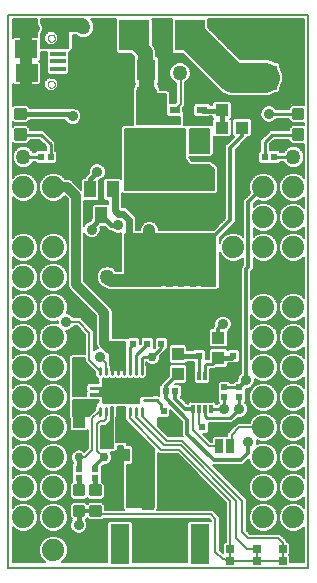
<source format=gtl>
G75*
%MOIN*%
%OFA0B0*%
%FSLAX25Y25*%
%IPPOS*%
%LPD*%
%AMOC8*
5,1,8,0,0,1.08239X$1,22.5*
%
%ADD10C,0.00600*%
%ADD11R,0.06299X0.07087*%
%ADD12R,0.03937X0.04331*%
%ADD13R,0.02165X0.02362*%
%ADD14R,0.07087X0.06299*%
%ADD15R,0.10000X0.10000*%
%ADD16R,0.03937X0.05512*%
%ADD17R,0.05315X0.01575*%
%ADD18R,0.07480X0.05906*%
%ADD19C,0.00000*%
%ADD20C,0.04369*%
%ADD21C,0.07400*%
%ADD22R,0.03937X0.18110*%
%ADD23R,0.06299X0.13386*%
%ADD24R,0.08000X0.08000*%
%ADD25C,0.08000*%
%ADD26R,0.29528X0.07087*%
%ADD27C,0.01181*%
%ADD28R,0.04331X0.03937*%
%ADD29R,0.02362X0.02165*%
%ADD30R,0.03543X0.02362*%
%ADD31C,0.01102*%
%ADD32R,0.01102X0.00551*%
%ADD33C,0.00001*%
%ADD34C,0.03187*%
%ADD35R,0.07402X0.06811*%
%ADD36R,0.01181X0.03150*%
%ADD37C,0.03000*%
%ADD38C,0.00800*%
%ADD39R,0.02500X0.02500*%
%ADD40R,0.02500X0.05000*%
%ADD41C,0.03600*%
%ADD42C,0.04000*%
%ADD43C,0.05000*%
%ADD44C,0.01200*%
%ADD45C,0.02400*%
%ADD46C,0.04200*%
%ADD47C,0.05000*%
%ADD48C,0.07600*%
%ADD49C,0.10000*%
%ADD50C,0.01600*%
%ADD51C,0.03200*%
%ADD52C,0.04500*%
%ADD53C,0.03000*%
%ADD54C,0.01000*%
D10*
X0010955Y0008867D02*
X0110955Y0008867D01*
X0110955Y0193367D01*
X0010955Y0193367D01*
X0010955Y0008867D01*
X0012355Y0010867D02*
X0012355Y0022678D01*
X0013236Y0021797D01*
X0015001Y0021067D01*
X0016910Y0021067D01*
X0018674Y0021797D01*
X0020025Y0023148D01*
X0020755Y0024912D01*
X0020755Y0026821D01*
X0020025Y0028586D01*
X0018674Y0029936D01*
X0016910Y0030667D01*
X0015001Y0030667D01*
X0013236Y0029936D01*
X0012355Y0029055D01*
X0012355Y0032678D01*
X0013236Y0031797D01*
X0015001Y0031067D01*
X0016910Y0031067D01*
X0018674Y0031797D01*
X0020025Y0033148D01*
X0020755Y0034912D01*
X0020755Y0036821D01*
X0020025Y0038586D01*
X0018674Y0039936D01*
X0016910Y0040667D01*
X0015001Y0040667D01*
X0013236Y0039936D01*
X0012355Y0039055D01*
X0012355Y0042678D01*
X0013236Y0041797D01*
X0015001Y0041067D01*
X0016910Y0041067D01*
X0018674Y0041797D01*
X0020025Y0043148D01*
X0020755Y0044912D01*
X0020755Y0046821D01*
X0020025Y0048586D01*
X0018674Y0049936D01*
X0016910Y0050667D01*
X0015001Y0050667D01*
X0013236Y0049936D01*
X0012355Y0049055D01*
X0012355Y0052678D01*
X0013236Y0051797D01*
X0015001Y0051067D01*
X0016910Y0051067D01*
X0018674Y0051797D01*
X0020025Y0053148D01*
X0020755Y0054912D01*
X0020755Y0056821D01*
X0020025Y0058586D01*
X0018674Y0059936D01*
X0016910Y0060667D01*
X0015001Y0060667D01*
X0013236Y0059936D01*
X0012355Y0059055D01*
X0012355Y0062678D01*
X0013236Y0061797D01*
X0015001Y0061067D01*
X0016910Y0061067D01*
X0018674Y0061797D01*
X0020025Y0063148D01*
X0020755Y0064912D01*
X0020755Y0066821D01*
X0020025Y0068586D01*
X0018674Y0069936D01*
X0016910Y0070667D01*
X0015001Y0070667D01*
X0013236Y0069936D01*
X0012355Y0069055D01*
X0012355Y0072678D01*
X0013236Y0071797D01*
X0015001Y0071067D01*
X0016910Y0071067D01*
X0018674Y0071797D01*
X0020025Y0073148D01*
X0020755Y0074912D01*
X0020755Y0076821D01*
X0020025Y0078586D01*
X0018674Y0079936D01*
X0016910Y0080667D01*
X0015001Y0080667D01*
X0013236Y0079936D01*
X0012355Y0079055D01*
X0012355Y0082678D01*
X0013236Y0081797D01*
X0015001Y0081067D01*
X0016910Y0081067D01*
X0018674Y0081797D01*
X0020025Y0083148D01*
X0020755Y0084912D01*
X0020755Y0086821D01*
X0020025Y0088586D01*
X0018674Y0089936D01*
X0016910Y0090667D01*
X0015001Y0090667D01*
X0013236Y0089936D01*
X0012355Y0089055D01*
X0012355Y0092678D01*
X0013236Y0091797D01*
X0015001Y0091067D01*
X0016910Y0091067D01*
X0018674Y0091797D01*
X0020025Y0093148D01*
X0020755Y0094912D01*
X0020755Y0096821D01*
X0020025Y0098586D01*
X0018674Y0099936D01*
X0016910Y0100667D01*
X0015001Y0100667D01*
X0013236Y0099936D01*
X0012355Y0099055D01*
X0012355Y0102678D01*
X0013236Y0101797D01*
X0015001Y0101067D01*
X0016910Y0101067D01*
X0018674Y0101797D01*
X0020025Y0103148D01*
X0020755Y0104912D01*
X0020755Y0106821D01*
X0020025Y0108586D01*
X0018674Y0109936D01*
X0016910Y0110667D01*
X0015001Y0110667D01*
X0013236Y0109936D01*
X0012355Y0109055D01*
X0012355Y0112678D01*
X0013236Y0111797D01*
X0015001Y0111067D01*
X0016910Y0111067D01*
X0018674Y0111797D01*
X0020025Y0113148D01*
X0020755Y0114912D01*
X0020755Y0116821D01*
X0020025Y0118586D01*
X0018674Y0119936D01*
X0016910Y0120667D01*
X0015001Y0120667D01*
X0013236Y0119936D01*
X0012355Y0119055D01*
X0012355Y0132678D01*
X0013236Y0131797D01*
X0015001Y0131067D01*
X0016910Y0131067D01*
X0018674Y0131797D01*
X0020025Y0133148D01*
X0020755Y0134912D01*
X0020755Y0136821D01*
X0020025Y0138586D01*
X0018674Y0139936D01*
X0016910Y0140667D01*
X0015001Y0140667D01*
X0013236Y0139936D01*
X0012355Y0139055D01*
X0012355Y0150867D01*
X0012877Y0150345D01*
X0017034Y0150345D01*
X0018024Y0151336D01*
X0018024Y0151767D01*
X0021293Y0151767D01*
X0023430Y0149629D01*
X0023430Y0148136D01*
X0023419Y0148148D01*
X0020342Y0148148D01*
X0019698Y0147503D01*
X0019698Y0147467D01*
X0019189Y0147467D01*
X0019007Y0147906D01*
X0017995Y0148919D01*
X0016671Y0149467D01*
X0015239Y0149467D01*
X0013916Y0148919D01*
X0012903Y0147906D01*
X0012355Y0146583D01*
X0012355Y0145151D01*
X0012903Y0143827D01*
X0013916Y0142815D01*
X0015239Y0142267D01*
X0016671Y0142267D01*
X0017995Y0142815D01*
X0019007Y0143827D01*
X0019189Y0144267D01*
X0019698Y0144267D01*
X0019698Y0144230D01*
X0020342Y0143586D01*
X0023419Y0143586D01*
X0023455Y0143622D01*
X0023492Y0143586D01*
X0026568Y0143586D01*
X0027213Y0144230D01*
X0027213Y0147503D01*
X0026630Y0148086D01*
X0026630Y0150955D01*
X0023555Y0154029D01*
X0022618Y0154967D01*
X0018024Y0154967D01*
X0018024Y0155492D01*
X0017034Y0156482D01*
X0012877Y0156482D01*
X0012355Y0155961D01*
X0012355Y0157773D01*
X0012877Y0157251D01*
X0017034Y0157251D01*
X0018024Y0158241D01*
X0018024Y0158419D01*
X0029650Y0158419D01*
X0029897Y0157824D01*
X0030713Y0157008D01*
X0031778Y0156567D01*
X0032932Y0156567D01*
X0033998Y0157008D01*
X0034814Y0157824D01*
X0035255Y0158890D01*
X0035255Y0160044D01*
X0034814Y0161109D01*
X0033998Y0161925D01*
X0032932Y0162367D01*
X0031778Y0162367D01*
X0031423Y0162219D01*
X0018024Y0162219D01*
X0018024Y0162398D01*
X0017034Y0163388D01*
X0012877Y0163388D01*
X0012355Y0162866D01*
X0012355Y0170320D01*
X0012799Y0169877D01*
X0021191Y0169877D01*
X0021835Y0170521D01*
X0021835Y0177338D01*
X0021287Y0177886D01*
X0021795Y0178395D01*
X0021795Y0180967D01*
X0023729Y0180967D01*
X0023729Y0179183D01*
X0023766Y0179146D01*
X0023729Y0179110D01*
X0023729Y0176624D01*
X0023766Y0176587D01*
X0023729Y0176551D01*
X0023729Y0174065D01*
X0024374Y0173420D01*
X0030600Y0173420D01*
X0031244Y0174065D01*
X0031244Y0176551D01*
X0031208Y0176587D01*
X0031244Y0176624D01*
X0031244Y0179110D01*
X0031208Y0179146D01*
X0031244Y0179183D01*
X0031244Y0180967D01*
X0031535Y0180967D01*
X0032355Y0181787D01*
X0032355Y0186517D01*
X0033714Y0186517D01*
X0033916Y0186315D01*
X0035239Y0185767D01*
X0036671Y0185767D01*
X0037995Y0186315D01*
X0039007Y0187327D01*
X0039555Y0188651D01*
X0039555Y0190083D01*
X0039007Y0191406D01*
X0038446Y0191967D01*
X0046850Y0191967D01*
X0046805Y0191922D01*
X0046805Y0181011D01*
X0047450Y0180367D01*
X0051864Y0180367D01*
X0052855Y0179375D01*
X0052855Y0179003D01*
X0052718Y0178866D01*
X0052718Y0170868D01*
X0053219Y0170367D01*
X0052718Y0169866D01*
X0027504Y0169866D01*
X0027504Y0169268D02*
X0052718Y0169268D01*
X0052718Y0169117D02*
X0052565Y0168969D01*
X0052565Y0168956D01*
X0052555Y0168947D01*
X0052555Y0168378D01*
X0052546Y0167809D01*
X0052555Y0167800D01*
X0052555Y0161211D01*
X0052347Y0161003D01*
X0052347Y0157730D01*
X0052555Y0157522D01*
X0052555Y0156767D01*
X0049275Y0156767D01*
X0048455Y0155947D01*
X0048455Y0138718D01*
X0048120Y0139053D01*
X0043271Y0139053D01*
X0042627Y0138409D01*
X0042627Y0131986D01*
X0043271Y0131341D01*
X0044155Y0131341D01*
X0044155Y0130392D01*
X0039531Y0130392D01*
X0038887Y0129747D01*
X0038887Y0125485D01*
X0037990Y0124589D01*
X0037113Y0124225D01*
X0036297Y0123409D01*
X0036155Y0123068D01*
X0036155Y0131341D01*
X0040639Y0131341D01*
X0041284Y0131986D01*
X0041284Y0138129D01*
X0042198Y0138508D01*
X0043014Y0139324D01*
X0043455Y0140390D01*
X0043455Y0141544D01*
X0043014Y0142609D01*
X0042198Y0143425D01*
X0041132Y0143867D01*
X0039978Y0143867D01*
X0038913Y0143425D01*
X0038097Y0142609D01*
X0037655Y0141544D01*
X0037655Y0140754D01*
X0036315Y0139413D01*
X0036315Y0139053D01*
X0035791Y0139053D01*
X0035147Y0138409D01*
X0035147Y0135094D01*
X0032844Y0137396D01*
X0032085Y0138156D01*
X0031092Y0138567D01*
X0030032Y0138567D01*
X0030025Y0138586D01*
X0028674Y0139936D01*
X0026910Y0140667D01*
X0025001Y0140667D01*
X0023236Y0139936D01*
X0021886Y0138586D01*
X0021155Y0136821D01*
X0021155Y0134912D01*
X0021886Y0133148D01*
X0023236Y0131797D01*
X0025001Y0131067D01*
X0026910Y0131067D01*
X0028674Y0131797D01*
X0029740Y0132863D01*
X0030755Y0131848D01*
X0030755Y0102930D01*
X0031166Y0101937D01*
X0040255Y0092848D01*
X0040255Y0083330D01*
X0040666Y0082337D01*
X0040778Y0082225D01*
X0039813Y0081825D01*
X0039455Y0081468D01*
X0039455Y0087988D01*
X0038577Y0088867D01*
X0035855Y0091588D01*
X0034977Y0092467D01*
X0032773Y0092467D01*
X0032714Y0092609D01*
X0031898Y0093425D01*
X0030832Y0093867D01*
X0030322Y0093867D01*
X0030755Y0094912D01*
X0030755Y0096821D01*
X0030025Y0098586D01*
X0028674Y0099936D01*
X0026910Y0100667D01*
X0025001Y0100667D01*
X0023236Y0099936D01*
X0021886Y0098586D01*
X0021155Y0096821D01*
X0021155Y0094912D01*
X0021886Y0093148D01*
X0023236Y0091797D01*
X0025001Y0091067D01*
X0026910Y0091067D01*
X0027355Y0091251D01*
X0027355Y0090482D01*
X0026910Y0090667D01*
X0025001Y0090667D01*
X0023236Y0089936D01*
X0021886Y0088586D01*
X0021155Y0086821D01*
X0021155Y0084912D01*
X0021886Y0083148D01*
X0023236Y0081797D01*
X0025001Y0081067D01*
X0026910Y0081067D01*
X0028674Y0081797D01*
X0030025Y0083148D01*
X0030755Y0084912D01*
X0030755Y0086821D01*
X0030240Y0088067D01*
X0030832Y0088067D01*
X0031898Y0088508D01*
X0032714Y0089324D01*
X0032773Y0089467D01*
X0033734Y0089467D01*
X0036455Y0086745D01*
X0036455Y0080267D01*
X0031875Y0080267D01*
X0031055Y0079447D01*
X0031055Y0065787D01*
X0031155Y0065687D01*
X0031155Y0059087D01*
X0031387Y0058855D01*
X0031387Y0055092D01*
X0032031Y0054448D01*
X0036879Y0054448D01*
X0037455Y0055024D01*
X0037455Y0048988D01*
X0036233Y0047766D01*
X0035928Y0048071D01*
X0034973Y0048467D01*
X0033938Y0048467D01*
X0032983Y0048071D01*
X0032251Y0047339D01*
X0031855Y0046384D01*
X0031855Y0045349D01*
X0032251Y0044394D01*
X0032555Y0044090D01*
X0032555Y0043861D01*
X0032174Y0043480D01*
X0032174Y0040403D01*
X0032211Y0040367D01*
X0032174Y0040330D01*
X0032174Y0037685D01*
X0031387Y0036898D01*
X0031387Y0032741D01*
X0032377Y0031751D01*
X0036534Y0031751D01*
X0037205Y0032423D01*
X0037877Y0031751D01*
X0042034Y0031751D01*
X0043024Y0032741D01*
X0043024Y0036898D01*
X0042236Y0037685D01*
X0042236Y0040330D01*
X0042200Y0040367D01*
X0042236Y0040403D01*
X0042236Y0042744D01*
X0042760Y0043267D01*
X0043473Y0043267D01*
X0044428Y0043662D01*
X0045160Y0044394D01*
X0045555Y0045349D01*
X0045555Y0046384D01*
X0045160Y0047339D01*
X0045032Y0047467D01*
X0046535Y0047467D01*
X0047355Y0048287D01*
X0047355Y0049467D01*
X0049055Y0049467D01*
X0049055Y0028787D01*
X0049475Y0028367D01*
X0043024Y0028367D01*
X0043024Y0029992D01*
X0042034Y0030982D01*
X0037877Y0030982D01*
X0037205Y0030311D01*
X0036534Y0030982D01*
X0032377Y0030982D01*
X0031387Y0029992D01*
X0031387Y0025836D01*
X0032105Y0025118D01*
X0031897Y0024909D01*
X0031455Y0023844D01*
X0031455Y0022690D01*
X0031897Y0021624D01*
X0032713Y0020808D01*
X0033778Y0020367D01*
X0034932Y0020367D01*
X0035998Y0020808D01*
X0036814Y0021624D01*
X0037255Y0022690D01*
X0037255Y0023844D01*
X0036814Y0024909D01*
X0036706Y0025018D01*
X0037205Y0025517D01*
X0037877Y0024845D01*
X0042034Y0024845D01*
X0042555Y0025367D01*
X0077834Y0025367D01*
X0078455Y0024745D01*
X0078446Y0024754D01*
X0071236Y0024754D01*
X0070592Y0024110D01*
X0070592Y0010867D01*
X0052319Y0010867D01*
X0052319Y0024110D01*
X0051675Y0024754D01*
X0044464Y0024754D01*
X0043820Y0024110D01*
X0043820Y0010867D01*
X0028744Y0010867D01*
X0030025Y0012148D01*
X0030755Y0013912D01*
X0030755Y0015821D01*
X0030025Y0017586D01*
X0028674Y0018936D01*
X0026910Y0019667D01*
X0025001Y0019667D01*
X0023236Y0018936D01*
X0021886Y0017586D01*
X0021155Y0015821D01*
X0021155Y0013912D01*
X0021886Y0012148D01*
X0023167Y0010867D01*
X0012355Y0010867D01*
X0012355Y0011261D02*
X0022773Y0011261D01*
X0022175Y0011859D02*
X0012355Y0011859D01*
X0012355Y0012458D02*
X0021758Y0012458D01*
X0021510Y0013056D02*
X0012355Y0013056D01*
X0012355Y0013655D02*
X0021262Y0013655D01*
X0021155Y0014253D02*
X0012355Y0014253D01*
X0012355Y0014852D02*
X0021155Y0014852D01*
X0021155Y0015450D02*
X0012355Y0015450D01*
X0012355Y0016049D02*
X0021250Y0016049D01*
X0021497Y0016647D02*
X0012355Y0016647D01*
X0012355Y0017246D02*
X0021745Y0017246D01*
X0022145Y0017844D02*
X0012355Y0017844D01*
X0012355Y0018443D02*
X0022743Y0018443D01*
X0023491Y0019041D02*
X0012355Y0019041D01*
X0012355Y0019640D02*
X0024936Y0019640D01*
X0025001Y0021067D02*
X0023236Y0021797D01*
X0021886Y0023148D01*
X0021155Y0024912D01*
X0021155Y0026821D01*
X0021886Y0028586D01*
X0023236Y0029936D01*
X0025001Y0030667D01*
X0026910Y0030667D01*
X0028674Y0029936D01*
X0030025Y0028586D01*
X0030755Y0026821D01*
X0030755Y0024912D01*
X0030025Y0023148D01*
X0028674Y0021797D01*
X0026910Y0021067D01*
X0025001Y0021067D01*
X0024110Y0021435D02*
X0017800Y0021435D01*
X0018911Y0022034D02*
X0023000Y0022034D01*
X0022401Y0022632D02*
X0019509Y0022632D01*
X0020059Y0023231D02*
X0021852Y0023231D01*
X0021604Y0023829D02*
X0020307Y0023829D01*
X0020555Y0024428D02*
X0021356Y0024428D01*
X0021155Y0025026D02*
X0020755Y0025026D01*
X0020755Y0025625D02*
X0021155Y0025625D01*
X0021155Y0026223D02*
X0020755Y0026223D01*
X0020755Y0026822D02*
X0021156Y0026822D01*
X0021404Y0027421D02*
X0020507Y0027421D01*
X0020259Y0028019D02*
X0021651Y0028019D01*
X0021918Y0028618D02*
X0019993Y0028618D01*
X0019394Y0029216D02*
X0022517Y0029216D01*
X0023115Y0029815D02*
X0018796Y0029815D01*
X0017522Y0030413D02*
X0024388Y0030413D01*
X0025001Y0031067D02*
X0026910Y0031067D01*
X0028674Y0031797D01*
X0030025Y0033148D01*
X0030755Y0034912D01*
X0030755Y0036821D01*
X0030025Y0038586D01*
X0028674Y0039936D01*
X0026910Y0040667D01*
X0025001Y0040667D01*
X0023236Y0039936D01*
X0021886Y0038586D01*
X0021155Y0036821D01*
X0021155Y0034912D01*
X0021886Y0033148D01*
X0023236Y0031797D01*
X0025001Y0031067D01*
X0023689Y0031610D02*
X0018222Y0031610D01*
X0019086Y0032209D02*
X0022825Y0032209D01*
X0022227Y0032807D02*
X0019684Y0032807D01*
X0020131Y0033406D02*
X0021779Y0033406D01*
X0021531Y0034004D02*
X0020379Y0034004D01*
X0020627Y0034603D02*
X0021283Y0034603D01*
X0021155Y0035201D02*
X0020755Y0035201D01*
X0020755Y0035800D02*
X0021155Y0035800D01*
X0021155Y0036398D02*
X0020755Y0036398D01*
X0020683Y0036997D02*
X0021228Y0036997D01*
X0021476Y0037595D02*
X0020435Y0037595D01*
X0020187Y0038194D02*
X0021724Y0038194D01*
X0022093Y0038792D02*
X0019818Y0038792D01*
X0019219Y0039391D02*
X0022691Y0039391D01*
X0023365Y0039989D02*
X0018546Y0039989D01*
X0017101Y0040588D02*
X0024810Y0040588D01*
X0025001Y0041067D02*
X0026910Y0041067D01*
X0028674Y0041797D01*
X0030025Y0043148D01*
X0030755Y0044912D01*
X0030755Y0046821D01*
X0030025Y0048586D01*
X0028674Y0049936D01*
X0026910Y0050667D01*
X0025001Y0050667D01*
X0023236Y0049936D01*
X0021886Y0048586D01*
X0021155Y0046821D01*
X0021155Y0044912D01*
X0021886Y0043148D01*
X0023236Y0041797D01*
X0025001Y0041067D01*
X0024712Y0041186D02*
X0017199Y0041186D01*
X0018644Y0041785D02*
X0023267Y0041785D01*
X0022650Y0042383D02*
X0019260Y0042383D01*
X0019859Y0042982D02*
X0022052Y0042982D01*
X0021707Y0043580D02*
X0020204Y0043580D01*
X0020452Y0044179D02*
X0021459Y0044179D01*
X0021211Y0044777D02*
X0020700Y0044777D01*
X0020755Y0045376D02*
X0021155Y0045376D01*
X0021155Y0045974D02*
X0020755Y0045974D01*
X0020755Y0046573D02*
X0021155Y0046573D01*
X0021300Y0047171D02*
X0020610Y0047171D01*
X0020362Y0047770D02*
X0021548Y0047770D01*
X0021796Y0048368D02*
X0020115Y0048368D01*
X0019643Y0048967D02*
X0022267Y0048967D01*
X0022866Y0049565D02*
X0019045Y0049565D01*
X0018124Y0050164D02*
X0023787Y0050164D01*
X0024290Y0051361D02*
X0017621Y0051361D01*
X0018836Y0051959D02*
X0023074Y0051959D01*
X0023236Y0051797D02*
X0021886Y0053148D01*
X0021155Y0054912D01*
X0021155Y0056821D01*
X0021886Y0058586D01*
X0023236Y0059936D01*
X0025001Y0060667D01*
X0026910Y0060667D01*
X0028674Y0059936D01*
X0030025Y0058586D01*
X0030755Y0056821D01*
X0030755Y0054912D01*
X0030025Y0053148D01*
X0028674Y0051797D01*
X0026910Y0051067D01*
X0025001Y0051067D01*
X0023236Y0051797D01*
X0022476Y0052558D02*
X0019435Y0052558D01*
X0020028Y0053156D02*
X0021882Y0053156D01*
X0021635Y0053755D02*
X0020276Y0053755D01*
X0020524Y0054354D02*
X0021387Y0054354D01*
X0021155Y0054952D02*
X0020755Y0054952D01*
X0020755Y0055551D02*
X0021155Y0055551D01*
X0021155Y0056149D02*
X0020755Y0056149D01*
X0020755Y0056748D02*
X0021155Y0056748D01*
X0021373Y0057346D02*
X0020538Y0057346D01*
X0020290Y0057945D02*
X0021621Y0057945D01*
X0021869Y0058543D02*
X0020042Y0058543D01*
X0019469Y0059142D02*
X0022442Y0059142D01*
X0023041Y0059740D02*
X0018870Y0059740D01*
X0017702Y0060339D02*
X0024209Y0060339D01*
X0025001Y0061067D02*
X0023236Y0061797D01*
X0021886Y0063148D01*
X0021155Y0064912D01*
X0021155Y0066821D01*
X0021886Y0068586D01*
X0023236Y0069936D01*
X0025001Y0070667D01*
X0026910Y0070667D01*
X0028674Y0069936D01*
X0030025Y0068586D01*
X0030755Y0066821D01*
X0030755Y0064912D01*
X0030025Y0063148D01*
X0028674Y0061797D01*
X0026910Y0061067D01*
X0025001Y0061067D01*
X0023868Y0061536D02*
X0018042Y0061536D01*
X0019011Y0062134D02*
X0022900Y0062134D01*
X0022301Y0062733D02*
X0019610Y0062733D01*
X0020101Y0063331D02*
X0021810Y0063331D01*
X0021562Y0063930D02*
X0020348Y0063930D01*
X0020596Y0064528D02*
X0021314Y0064528D01*
X0021155Y0065127D02*
X0020755Y0065127D01*
X0020755Y0065725D02*
X0021155Y0065725D01*
X0021155Y0066324D02*
X0020755Y0066324D01*
X0020714Y0066922D02*
X0021197Y0066922D01*
X0021445Y0067521D02*
X0020466Y0067521D01*
X0020218Y0068119D02*
X0021693Y0068119D01*
X0022018Y0068718D02*
X0019892Y0068718D01*
X0019294Y0069316D02*
X0022617Y0069316D01*
X0023215Y0069915D02*
X0018695Y0069915D01*
X0017280Y0070513D02*
X0024630Y0070513D01*
X0024891Y0071112D02*
X0017019Y0071112D01*
X0018464Y0071710D02*
X0023447Y0071710D01*
X0023236Y0071797D02*
X0025001Y0071067D01*
X0026910Y0071067D01*
X0028674Y0071797D01*
X0030025Y0073148D01*
X0030755Y0074912D01*
X0030755Y0076821D01*
X0030025Y0078586D01*
X0028674Y0079936D01*
X0026910Y0080667D01*
X0025001Y0080667D01*
X0023236Y0079936D01*
X0021886Y0078586D01*
X0021155Y0076821D01*
X0021155Y0074912D01*
X0021886Y0073148D01*
X0023236Y0071797D01*
X0022725Y0072309D02*
X0019186Y0072309D01*
X0019784Y0072907D02*
X0022126Y0072907D01*
X0021738Y0073506D02*
X0020173Y0073506D01*
X0020421Y0074104D02*
X0021490Y0074104D01*
X0021242Y0074703D02*
X0020669Y0074703D01*
X0020755Y0075301D02*
X0021155Y0075301D01*
X0021155Y0075900D02*
X0020755Y0075900D01*
X0020755Y0076498D02*
X0021155Y0076498D01*
X0021269Y0077097D02*
X0020641Y0077097D01*
X0020393Y0077695D02*
X0021517Y0077695D01*
X0021765Y0078294D02*
X0020145Y0078294D01*
X0019718Y0078892D02*
X0022193Y0078892D01*
X0022791Y0079491D02*
X0019119Y0079491D01*
X0018303Y0080090D02*
X0023607Y0080090D01*
X0024470Y0081287D02*
X0017441Y0081287D01*
X0018762Y0081885D02*
X0023149Y0081885D01*
X0022550Y0082484D02*
X0019360Y0082484D01*
X0019959Y0083082D02*
X0021952Y0083082D01*
X0021665Y0083681D02*
X0020245Y0083681D01*
X0020493Y0084279D02*
X0021417Y0084279D01*
X0021170Y0084878D02*
X0020741Y0084878D01*
X0020755Y0085476D02*
X0021155Y0085476D01*
X0021155Y0086075D02*
X0020755Y0086075D01*
X0020755Y0086673D02*
X0021155Y0086673D01*
X0021342Y0087272D02*
X0020569Y0087272D01*
X0020321Y0087870D02*
X0021590Y0087870D01*
X0021838Y0088469D02*
X0020073Y0088469D01*
X0019543Y0089067D02*
X0022368Y0089067D01*
X0022966Y0089666D02*
X0018945Y0089666D01*
X0017882Y0090264D02*
X0024029Y0090264D01*
X0024048Y0091461D02*
X0017863Y0091461D01*
X0018937Y0092060D02*
X0022974Y0092060D01*
X0022376Y0092658D02*
X0019535Y0092658D01*
X0020070Y0093257D02*
X0021841Y0093257D01*
X0021593Y0093855D02*
X0020318Y0093855D01*
X0020566Y0094454D02*
X0021345Y0094454D01*
X0021155Y0095052D02*
X0020755Y0095052D01*
X0020755Y0095651D02*
X0021155Y0095651D01*
X0021155Y0096249D02*
X0020755Y0096249D01*
X0020744Y0096848D02*
X0021166Y0096848D01*
X0021414Y0097446D02*
X0020497Y0097446D01*
X0020249Y0098045D02*
X0021662Y0098045D01*
X0021944Y0098643D02*
X0019967Y0098643D01*
X0019368Y0099242D02*
X0022542Y0099242D01*
X0023141Y0099840D02*
X0018770Y0099840D01*
X0017460Y0100439D02*
X0024451Y0100439D01*
X0025001Y0101067D02*
X0026910Y0101067D01*
X0028674Y0101797D01*
X0030025Y0103148D01*
X0030755Y0104912D01*
X0030755Y0106821D01*
X0030025Y0108586D01*
X0028674Y0109936D01*
X0026910Y0110667D01*
X0025001Y0110667D01*
X0023236Y0109936D01*
X0021886Y0108586D01*
X0021155Y0106821D01*
X0021155Y0104912D01*
X0021886Y0103148D01*
X0023236Y0101797D01*
X0025001Y0101067D01*
X0023626Y0101636D02*
X0018284Y0101636D01*
X0019111Y0102234D02*
X0022799Y0102234D01*
X0022201Y0102833D02*
X0019710Y0102833D01*
X0020142Y0103431D02*
X0021769Y0103431D01*
X0021521Y0104030D02*
X0020390Y0104030D01*
X0020638Y0104628D02*
X0021273Y0104628D01*
X0021155Y0105227D02*
X0020755Y0105227D01*
X0020755Y0105825D02*
X0021155Y0105825D01*
X0021155Y0106424D02*
X0020755Y0106424D01*
X0020672Y0107023D02*
X0021239Y0107023D01*
X0021487Y0107621D02*
X0020424Y0107621D01*
X0020176Y0108220D02*
X0021734Y0108220D01*
X0022119Y0108818D02*
X0019792Y0108818D01*
X0019194Y0109417D02*
X0022717Y0109417D01*
X0023428Y0110015D02*
X0018483Y0110015D01*
X0017038Y0110614D02*
X0024872Y0110614D01*
X0025001Y0111067D02*
X0026910Y0111067D01*
X0028674Y0111797D01*
X0030025Y0113148D01*
X0030755Y0114912D01*
X0030755Y0116821D01*
X0030025Y0118586D01*
X0028674Y0119936D01*
X0026910Y0120667D01*
X0025001Y0120667D01*
X0023236Y0119936D01*
X0021886Y0118586D01*
X0021155Y0116821D01*
X0021155Y0114912D01*
X0021886Y0113148D01*
X0023236Y0111797D01*
X0025001Y0111067D01*
X0024649Y0111212D02*
X0017261Y0111212D01*
X0018688Y0111811D02*
X0023223Y0111811D01*
X0022625Y0112409D02*
X0019286Y0112409D01*
X0019885Y0113008D02*
X0022026Y0113008D01*
X0021696Y0113606D02*
X0020214Y0113606D01*
X0020462Y0114205D02*
X0021448Y0114205D01*
X0021200Y0114803D02*
X0020710Y0114803D01*
X0020755Y0115402D02*
X0021155Y0115402D01*
X0021155Y0116000D02*
X0020755Y0116000D01*
X0020755Y0116599D02*
X0021155Y0116599D01*
X0021311Y0117197D02*
X0020600Y0117197D01*
X0020352Y0117796D02*
X0021559Y0117796D01*
X0021807Y0118394D02*
X0020104Y0118394D01*
X0019617Y0118993D02*
X0022293Y0118993D01*
X0022892Y0119591D02*
X0019019Y0119591D01*
X0018061Y0120190D02*
X0023849Y0120190D01*
X0028061Y0120190D02*
X0030755Y0120190D01*
X0030755Y0120788D02*
X0012355Y0120788D01*
X0012355Y0120190D02*
X0013849Y0120190D01*
X0012892Y0119591D02*
X0012355Y0119591D01*
X0012355Y0121387D02*
X0030755Y0121387D01*
X0030755Y0121985D02*
X0012355Y0121985D01*
X0012355Y0122584D02*
X0030755Y0122584D01*
X0030755Y0123182D02*
X0012355Y0123182D01*
X0012355Y0123781D02*
X0030755Y0123781D01*
X0030755Y0124379D02*
X0012355Y0124379D01*
X0012355Y0124978D02*
X0030755Y0124978D01*
X0030755Y0125576D02*
X0012355Y0125576D01*
X0012355Y0126175D02*
X0030755Y0126175D01*
X0030755Y0126773D02*
X0012355Y0126773D01*
X0012355Y0127372D02*
X0030755Y0127372D01*
X0030755Y0127970D02*
X0012355Y0127970D01*
X0012355Y0128569D02*
X0030755Y0128569D01*
X0030755Y0129167D02*
X0012355Y0129167D01*
X0012355Y0129766D02*
X0030755Y0129766D01*
X0030755Y0130364D02*
X0012355Y0130364D01*
X0012355Y0130963D02*
X0030755Y0130963D01*
X0030755Y0131561D02*
X0028105Y0131561D01*
X0029037Y0132160D02*
X0030444Y0132160D01*
X0029845Y0132759D02*
X0029635Y0132759D01*
X0032694Y0137547D02*
X0035147Y0137547D01*
X0035147Y0138145D02*
X0032095Y0138145D01*
X0033292Y0136948D02*
X0035147Y0136948D01*
X0035147Y0136350D02*
X0033891Y0136350D01*
X0034489Y0135751D02*
X0035147Y0135751D01*
X0035147Y0135153D02*
X0035088Y0135153D01*
X0035481Y0138744D02*
X0029867Y0138744D01*
X0029268Y0139342D02*
X0036315Y0139342D01*
X0036842Y0139941D02*
X0028663Y0139941D01*
X0027218Y0140539D02*
X0037441Y0140539D01*
X0037655Y0141138D02*
X0012355Y0141138D01*
X0012355Y0141736D02*
X0037735Y0141736D01*
X0037983Y0142335D02*
X0016836Y0142335D01*
X0018113Y0142933D02*
X0038421Y0142933D01*
X0039170Y0143532D02*
X0018712Y0143532D01*
X0019133Y0144130D02*
X0019798Y0144130D01*
X0019916Y0147721D02*
X0019084Y0147721D01*
X0018593Y0148320D02*
X0023430Y0148320D01*
X0023430Y0148918D02*
X0017995Y0148918D01*
X0017402Y0150714D02*
X0022345Y0150714D01*
X0021747Y0151312D02*
X0018001Y0151312D01*
X0018014Y0155502D02*
X0048455Y0155502D01*
X0048455Y0154903D02*
X0022681Y0154903D01*
X0023280Y0154305D02*
X0048455Y0154305D01*
X0048455Y0153706D02*
X0023878Y0153706D01*
X0024477Y0153108D02*
X0048455Y0153108D01*
X0048455Y0152509D02*
X0025075Y0152509D01*
X0025674Y0151911D02*
X0048455Y0151911D01*
X0048455Y0151312D02*
X0026272Y0151312D01*
X0026630Y0150714D02*
X0048455Y0150714D01*
X0048455Y0150115D02*
X0026630Y0150115D01*
X0026630Y0149517D02*
X0048455Y0149517D01*
X0048455Y0148918D02*
X0026630Y0148918D01*
X0026630Y0148320D02*
X0048455Y0148320D01*
X0048455Y0147721D02*
X0026995Y0147721D01*
X0027213Y0147123D02*
X0048455Y0147123D01*
X0048455Y0146524D02*
X0027213Y0146524D01*
X0027213Y0145926D02*
X0048455Y0145926D01*
X0048455Y0145327D02*
X0027213Y0145327D01*
X0027213Y0144729D02*
X0048455Y0144729D01*
X0048455Y0144130D02*
X0027113Y0144130D01*
X0024693Y0140539D02*
X0017218Y0140539D01*
X0018663Y0139941D02*
X0023248Y0139941D01*
X0022643Y0139342D02*
X0019268Y0139342D01*
X0019867Y0138744D02*
X0022044Y0138744D01*
X0021704Y0138145D02*
X0020207Y0138145D01*
X0020455Y0137547D02*
X0021456Y0137547D01*
X0021208Y0136948D02*
X0020703Y0136948D01*
X0020755Y0136350D02*
X0021155Y0136350D01*
X0021155Y0135751D02*
X0020755Y0135751D01*
X0020755Y0135153D02*
X0021155Y0135153D01*
X0021304Y0134554D02*
X0020607Y0134554D01*
X0020359Y0133956D02*
X0021551Y0133956D01*
X0021799Y0133357D02*
X0020111Y0133357D01*
X0019635Y0132759D02*
X0022275Y0132759D01*
X0022874Y0132160D02*
X0019037Y0132160D01*
X0018105Y0131561D02*
X0023806Y0131561D01*
X0029019Y0119591D02*
X0030755Y0119591D01*
X0030755Y0118993D02*
X0029617Y0118993D01*
X0030104Y0118394D02*
X0030755Y0118394D01*
X0030755Y0117796D02*
X0030352Y0117796D01*
X0030600Y0117197D02*
X0030755Y0117197D01*
X0030755Y0116599D02*
X0030755Y0116599D01*
X0030755Y0116000D02*
X0030755Y0116000D01*
X0030755Y0115402D02*
X0030755Y0115402D01*
X0030755Y0114803D02*
X0030710Y0114803D01*
X0030755Y0114205D02*
X0030462Y0114205D01*
X0030214Y0113606D02*
X0030755Y0113606D01*
X0030755Y0113008D02*
X0029885Y0113008D01*
X0029286Y0112409D02*
X0030755Y0112409D01*
X0030755Y0111811D02*
X0028688Y0111811D01*
X0027261Y0111212D02*
X0030755Y0111212D01*
X0030755Y0110614D02*
X0027038Y0110614D01*
X0028483Y0110015D02*
X0030755Y0110015D01*
X0030755Y0109417D02*
X0029194Y0109417D01*
X0029792Y0108818D02*
X0030755Y0108818D01*
X0030755Y0108220D02*
X0030176Y0108220D01*
X0030424Y0107621D02*
X0030755Y0107621D01*
X0030755Y0107023D02*
X0030672Y0107023D01*
X0030755Y0106424D02*
X0030755Y0106424D01*
X0030755Y0105825D02*
X0030755Y0105825D01*
X0030755Y0105227D02*
X0030755Y0105227D01*
X0030755Y0104628D02*
X0030638Y0104628D01*
X0030755Y0104030D02*
X0030390Y0104030D01*
X0030142Y0103431D02*
X0030755Y0103431D01*
X0030795Y0102833D02*
X0029710Y0102833D01*
X0029111Y0102234D02*
X0031043Y0102234D01*
X0031468Y0101636D02*
X0028284Y0101636D01*
X0027460Y0100439D02*
X0032665Y0100439D01*
X0033263Y0099840D02*
X0028770Y0099840D01*
X0029368Y0099242D02*
X0033862Y0099242D01*
X0034460Y0098643D02*
X0029967Y0098643D01*
X0030249Y0098045D02*
X0035059Y0098045D01*
X0035657Y0097446D02*
X0030497Y0097446D01*
X0030744Y0096848D02*
X0036256Y0096848D01*
X0036854Y0096249D02*
X0030755Y0096249D01*
X0030755Y0095651D02*
X0037453Y0095651D01*
X0038051Y0095052D02*
X0030755Y0095052D01*
X0030566Y0094454D02*
X0038650Y0094454D01*
X0039248Y0093855D02*
X0030860Y0093855D01*
X0032066Y0093257D02*
X0039847Y0093257D01*
X0040255Y0092658D02*
X0032665Y0092658D01*
X0032457Y0089067D02*
X0034134Y0089067D01*
X0034732Y0088469D02*
X0031803Y0088469D01*
X0030569Y0087272D02*
X0035929Y0087272D01*
X0036455Y0086673D02*
X0030755Y0086673D01*
X0030755Y0086075D02*
X0036455Y0086075D01*
X0036455Y0085476D02*
X0030755Y0085476D01*
X0030741Y0084878D02*
X0036455Y0084878D01*
X0036455Y0084279D02*
X0030493Y0084279D01*
X0030245Y0083681D02*
X0036455Y0083681D01*
X0036455Y0083082D02*
X0029959Y0083082D01*
X0029360Y0082484D02*
X0036455Y0082484D01*
X0036455Y0081885D02*
X0028762Y0081885D01*
X0027441Y0081287D02*
X0036455Y0081287D01*
X0036455Y0080688D02*
X0012355Y0080688D01*
X0012355Y0080090D02*
X0013607Y0080090D01*
X0012791Y0079491D02*
X0012355Y0079491D01*
X0012355Y0081287D02*
X0014470Y0081287D01*
X0013149Y0081885D02*
X0012355Y0081885D01*
X0012355Y0082484D02*
X0012550Y0082484D01*
X0012355Y0089067D02*
X0012368Y0089067D01*
X0012355Y0089666D02*
X0012966Y0089666D01*
X0012355Y0090264D02*
X0014029Y0090264D01*
X0014048Y0091461D02*
X0012355Y0091461D01*
X0012355Y0090863D02*
X0027355Y0090863D01*
X0030321Y0087870D02*
X0035331Y0087870D01*
X0037179Y0090264D02*
X0040255Y0090264D01*
X0040255Y0089666D02*
X0037778Y0089666D01*
X0038376Y0089067D02*
X0040255Y0089067D01*
X0040255Y0088469D02*
X0038975Y0088469D01*
X0039455Y0087870D02*
X0040255Y0087870D01*
X0040255Y0087272D02*
X0039455Y0087272D01*
X0039455Y0086673D02*
X0040255Y0086673D01*
X0040255Y0086075D02*
X0039455Y0086075D01*
X0039455Y0085476D02*
X0040255Y0085476D01*
X0040255Y0084878D02*
X0039455Y0084878D01*
X0039455Y0084279D02*
X0040255Y0084279D01*
X0040255Y0083681D02*
X0039455Y0083681D01*
X0039455Y0083082D02*
X0040358Y0083082D01*
X0040606Y0082484D02*
X0039455Y0082484D01*
X0039455Y0081885D02*
X0039957Y0081885D01*
X0036455Y0078867D02*
X0036455Y0077627D01*
X0039914Y0074168D01*
X0039914Y0072832D01*
X0040882Y0071865D01*
X0040955Y0071865D01*
X0040955Y0070502D01*
X0037567Y0070502D01*
X0036922Y0069858D01*
X0036922Y0068041D01*
X0037097Y0067867D01*
X0036922Y0067692D01*
X0036922Y0066367D01*
X0032455Y0066367D01*
X0032455Y0078867D01*
X0036455Y0078867D01*
X0036455Y0078294D02*
X0032455Y0078294D01*
X0032455Y0077695D02*
X0036455Y0077695D01*
X0036986Y0077097D02*
X0032455Y0077097D01*
X0032455Y0076498D02*
X0037584Y0076498D01*
X0038183Y0075900D02*
X0032455Y0075900D01*
X0032455Y0075301D02*
X0038781Y0075301D01*
X0039380Y0074703D02*
X0032455Y0074703D01*
X0032455Y0074104D02*
X0039914Y0074104D01*
X0039914Y0073506D02*
X0032455Y0073506D01*
X0032455Y0072907D02*
X0039914Y0072907D01*
X0040438Y0072309D02*
X0032455Y0072309D01*
X0032455Y0071710D02*
X0040955Y0071710D01*
X0040955Y0071112D02*
X0032455Y0071112D01*
X0032455Y0070513D02*
X0040955Y0070513D01*
X0042355Y0070002D02*
X0042488Y0070135D01*
X0042488Y0071503D01*
X0042355Y0071636D01*
X0042355Y0071971D01*
X0042550Y0072165D01*
X0042850Y0071865D01*
X0044218Y0071865D01*
X0044518Y0072165D01*
X0044819Y0071865D01*
X0046187Y0071865D01*
X0046487Y0072165D01*
X0046787Y0071865D01*
X0048155Y0071865D01*
X0048455Y0072165D01*
X0048756Y0071865D01*
X0050124Y0071865D01*
X0050424Y0072165D01*
X0050724Y0071865D01*
X0052092Y0071865D01*
X0052392Y0072165D01*
X0052693Y0071865D01*
X0054061Y0071865D01*
X0054361Y0072165D01*
X0054661Y0071865D01*
X0056029Y0071865D01*
X0056996Y0072832D01*
X0056996Y0076444D01*
X0056945Y0076495D01*
X0056945Y0077500D01*
X0057483Y0076962D01*
X0058438Y0076567D01*
X0059473Y0076567D01*
X0060428Y0076962D01*
X0061160Y0077694D01*
X0061555Y0078649D01*
X0061555Y0079684D01*
X0061549Y0079698D01*
X0062618Y0080767D01*
X0063361Y0081509D01*
X0063592Y0081509D01*
X0064236Y0082154D01*
X0064236Y0085230D01*
X0063592Y0085875D01*
X0060319Y0085875D01*
X0059674Y0085230D01*
X0059674Y0082348D01*
X0059536Y0082210D01*
X0059536Y0085230D01*
X0058892Y0085875D01*
X0055619Y0085875D01*
X0054974Y0085230D01*
X0054974Y0083673D01*
X0054836Y0083536D01*
X0054836Y0085230D01*
X0054192Y0085875D01*
X0050919Y0085875D01*
X0050673Y0085629D01*
X0050535Y0085767D01*
X0045655Y0085767D01*
X0045655Y0094504D01*
X0045244Y0095496D01*
X0036155Y0104585D01*
X0036155Y0120466D01*
X0036297Y0120124D01*
X0037113Y0119308D01*
X0038178Y0118867D01*
X0039332Y0118867D01*
X0040398Y0119308D01*
X0041214Y0120124D01*
X0041655Y0121190D01*
X0041655Y0122344D01*
X0041516Y0122680D01*
X0043055Y0122680D01*
X0043255Y0122480D01*
X0044368Y0121367D01*
X0045154Y0121367D01*
X0045713Y0120808D01*
X0046778Y0120367D01*
X0047932Y0120367D01*
X0048555Y0120625D01*
X0048555Y0108067D01*
X0046847Y0108067D01*
X0045995Y0108919D01*
X0044671Y0109467D01*
X0043239Y0109467D01*
X0041916Y0108919D01*
X0040903Y0107906D01*
X0040355Y0106583D01*
X0040355Y0105151D01*
X0040903Y0103827D01*
X0041916Y0102815D01*
X0042882Y0102415D01*
X0043143Y0102154D01*
X0044319Y0101667D01*
X0049175Y0101667D01*
X0049375Y0101467D01*
X0080535Y0101467D01*
X0081355Y0102287D01*
X0081355Y0102922D01*
X0081363Y0102930D01*
X0081363Y0106203D01*
X0081355Y0106211D01*
X0081355Y0106922D01*
X0081363Y0106930D01*
X0081363Y0110203D01*
X0081355Y0110211D01*
X0081355Y0114429D01*
X0081886Y0113148D01*
X0083236Y0111797D01*
X0085001Y0111067D01*
X0086910Y0111067D01*
X0088674Y0111797D01*
X0089255Y0112378D01*
X0089255Y0109971D01*
X0088455Y0109171D01*
X0088455Y0073868D01*
X0087697Y0073109D01*
X0087255Y0072044D01*
X0087255Y0071324D01*
X0086319Y0071324D01*
X0085736Y0070741D01*
X0085175Y0070741D01*
X0084592Y0071324D01*
X0081319Y0071324D01*
X0080674Y0070680D01*
X0080674Y0067603D01*
X0080711Y0067567D01*
X0080674Y0067530D01*
X0080674Y0064454D01*
X0081058Y0064070D01*
X0080497Y0063509D01*
X0080474Y0063455D01*
X0080099Y0063455D01*
X0080099Y0063885D01*
X0079454Y0064530D01*
X0071456Y0064530D01*
X0070812Y0063885D01*
X0070812Y0063555D01*
X0070671Y0063555D01*
X0068355Y0065872D01*
X0068713Y0066230D01*
X0068713Y0069503D01*
X0068068Y0070148D01*
X0066487Y0070148D01*
X0066594Y0070255D01*
X0069879Y0070255D01*
X0070524Y0070899D01*
X0070524Y0076141D01*
X0069879Y0076786D01*
X0065031Y0076786D01*
X0064387Y0076141D01*
X0064387Y0072856D01*
X0061681Y0070150D01*
X0061681Y0069986D01*
X0061198Y0069503D01*
X0061198Y0066387D01*
X0061118Y0066467D01*
X0059100Y0066467D01*
X0059001Y0066565D01*
X0055390Y0066565D01*
X0054422Y0065598D01*
X0054422Y0064267D01*
X0042488Y0064267D01*
X0042488Y0065598D01*
X0042355Y0065731D01*
X0042355Y0070002D01*
X0042355Y0069915D02*
X0061609Y0069915D01*
X0061198Y0069316D02*
X0042355Y0069316D01*
X0042355Y0068718D02*
X0061198Y0068718D01*
X0061198Y0068119D02*
X0042355Y0068119D01*
X0042355Y0067521D02*
X0061198Y0067521D01*
X0061198Y0066922D02*
X0042355Y0066922D01*
X0042355Y0066324D02*
X0055148Y0066324D01*
X0054550Y0065725D02*
X0042361Y0065725D01*
X0042488Y0065127D02*
X0054422Y0065127D01*
X0054422Y0064528D02*
X0042488Y0064528D01*
X0040955Y0064528D02*
X0032555Y0064528D01*
X0032555Y0064967D02*
X0040955Y0064967D01*
X0040955Y0064267D01*
X0040875Y0064267D01*
X0040055Y0063447D01*
X0040055Y0063042D01*
X0039914Y0062901D01*
X0039914Y0061947D01*
X0039684Y0061716D01*
X0038334Y0060367D01*
X0037634Y0059667D01*
X0032555Y0059667D01*
X0032555Y0064967D01*
X0032555Y0063930D02*
X0040538Y0063930D01*
X0040055Y0063331D02*
X0032555Y0063331D01*
X0032555Y0062733D02*
X0039914Y0062733D01*
X0039914Y0062134D02*
X0032555Y0062134D01*
X0032555Y0061536D02*
X0039503Y0061536D01*
X0038905Y0060937D02*
X0032555Y0060937D01*
X0032555Y0060339D02*
X0038306Y0060339D01*
X0037707Y0059740D02*
X0032555Y0059740D01*
X0031155Y0059740D02*
X0028870Y0059740D01*
X0029469Y0059142D02*
X0031155Y0059142D01*
X0031387Y0058543D02*
X0030042Y0058543D01*
X0030290Y0057945D02*
X0031387Y0057945D01*
X0031387Y0057346D02*
X0030538Y0057346D01*
X0030755Y0056748D02*
X0031387Y0056748D01*
X0031387Y0056149D02*
X0030755Y0056149D01*
X0030755Y0055551D02*
X0031387Y0055551D01*
X0031527Y0054952D02*
X0030755Y0054952D01*
X0030524Y0054354D02*
X0037455Y0054354D01*
X0037455Y0054952D02*
X0037384Y0054952D01*
X0037455Y0053755D02*
X0030276Y0053755D01*
X0030028Y0053156D02*
X0037455Y0053156D01*
X0037455Y0052558D02*
X0029435Y0052558D01*
X0028836Y0051959D02*
X0037455Y0051959D01*
X0037455Y0051361D02*
X0027621Y0051361D01*
X0028124Y0050164D02*
X0037455Y0050164D01*
X0037455Y0050762D02*
X0012355Y0050762D01*
X0012355Y0050164D02*
X0013787Y0050164D01*
X0012866Y0049565D02*
X0012355Y0049565D01*
X0012355Y0051361D02*
X0014290Y0051361D01*
X0013074Y0051959D02*
X0012355Y0051959D01*
X0012355Y0052558D02*
X0012476Y0052558D01*
X0012442Y0059142D02*
X0012355Y0059142D01*
X0012355Y0059740D02*
X0013041Y0059740D01*
X0012355Y0060339D02*
X0014209Y0060339D01*
X0013868Y0061536D02*
X0012355Y0061536D01*
X0012355Y0062134D02*
X0012900Y0062134D01*
X0012355Y0060937D02*
X0031155Y0060937D01*
X0031155Y0060339D02*
X0027702Y0060339D01*
X0028042Y0061536D02*
X0031155Y0061536D01*
X0031155Y0062134D02*
X0029011Y0062134D01*
X0029610Y0062733D02*
X0031155Y0062733D01*
X0031155Y0063331D02*
X0030101Y0063331D01*
X0030348Y0063930D02*
X0031155Y0063930D01*
X0031155Y0064528D02*
X0030596Y0064528D01*
X0030755Y0065127D02*
X0031155Y0065127D01*
X0031117Y0065725D02*
X0030755Y0065725D01*
X0030755Y0066324D02*
X0031055Y0066324D01*
X0031055Y0066922D02*
X0030714Y0066922D01*
X0030466Y0067521D02*
X0031055Y0067521D01*
X0031055Y0068119D02*
X0030218Y0068119D01*
X0029892Y0068718D02*
X0031055Y0068718D01*
X0031055Y0069316D02*
X0029294Y0069316D01*
X0028695Y0069915D02*
X0031055Y0069915D01*
X0031055Y0070513D02*
X0027280Y0070513D01*
X0027019Y0071112D02*
X0031055Y0071112D01*
X0031055Y0071710D02*
X0028464Y0071710D01*
X0029186Y0072309D02*
X0031055Y0072309D01*
X0031055Y0072907D02*
X0029784Y0072907D01*
X0030173Y0073506D02*
X0031055Y0073506D01*
X0031055Y0074104D02*
X0030421Y0074104D01*
X0030669Y0074703D02*
X0031055Y0074703D01*
X0031055Y0075301D02*
X0030755Y0075301D01*
X0030755Y0075900D02*
X0031055Y0075900D01*
X0031055Y0076498D02*
X0030755Y0076498D01*
X0030641Y0077097D02*
X0031055Y0077097D01*
X0031055Y0077695D02*
X0030393Y0077695D01*
X0030145Y0078294D02*
X0031055Y0078294D01*
X0031055Y0078892D02*
X0029718Y0078892D01*
X0029119Y0079491D02*
X0031100Y0079491D01*
X0031698Y0080090D02*
X0028303Y0080090D01*
X0032455Y0069915D02*
X0036979Y0069915D01*
X0036922Y0069316D02*
X0032455Y0069316D01*
X0032455Y0068718D02*
X0036922Y0068718D01*
X0036922Y0068119D02*
X0032455Y0068119D01*
X0032455Y0067521D02*
X0036922Y0067521D01*
X0036922Y0066922D02*
X0032455Y0066922D01*
X0042488Y0070513D02*
X0062044Y0070513D01*
X0062643Y0071112D02*
X0042488Y0071112D01*
X0042355Y0071710D02*
X0063241Y0071710D01*
X0063840Y0072309D02*
X0056473Y0072309D01*
X0056996Y0072907D02*
X0064387Y0072907D01*
X0064387Y0073506D02*
X0056996Y0073506D01*
X0056996Y0074104D02*
X0064387Y0074104D01*
X0064387Y0074703D02*
X0056996Y0074703D01*
X0056996Y0075301D02*
X0064387Y0075301D01*
X0064387Y0075900D02*
X0056996Y0075900D01*
X0056945Y0076498D02*
X0064744Y0076498D01*
X0065031Y0076948D02*
X0069879Y0076948D01*
X0070524Y0077592D01*
X0070524Y0077692D01*
X0072636Y0077692D01*
X0072871Y0077457D01*
X0072871Y0074999D01*
X0072781Y0074909D01*
X0072781Y0070848D01*
X0073425Y0070204D01*
X0077486Y0070204D01*
X0078130Y0070848D01*
X0078130Y0074909D01*
X0078040Y0074999D01*
X0078040Y0075267D01*
X0079465Y0075267D01*
X0079953Y0075755D01*
X0083379Y0075755D01*
X0084024Y0076399D01*
X0084024Y0077120D01*
X0085971Y0077120D01*
X0086260Y0077409D01*
X0087492Y0077409D01*
X0088136Y0078054D01*
X0088136Y0081130D01*
X0087492Y0081775D01*
X0084219Y0081775D01*
X0084024Y0081580D01*
X0084024Y0081641D01*
X0083379Y0082286D01*
X0078531Y0082286D01*
X0077887Y0081641D01*
X0077887Y0078467D01*
X0076836Y0078467D01*
X0076836Y0081130D01*
X0076192Y0081775D01*
X0072919Y0081775D01*
X0072636Y0081492D01*
X0070524Y0081492D01*
X0070524Y0082834D01*
X0069879Y0083478D01*
X0065031Y0083478D01*
X0064387Y0082834D01*
X0064387Y0077592D01*
X0065031Y0076948D01*
X0064882Y0077097D02*
X0060563Y0077097D01*
X0061160Y0077695D02*
X0064387Y0077695D01*
X0064387Y0078294D02*
X0061408Y0078294D01*
X0061555Y0078892D02*
X0064387Y0078892D01*
X0064387Y0079491D02*
X0061555Y0079491D01*
X0061941Y0080090D02*
X0064387Y0080090D01*
X0064387Y0080688D02*
X0062539Y0080688D01*
X0063138Y0081287D02*
X0064387Y0081287D01*
X0064387Y0081885D02*
X0063968Y0081885D01*
X0064236Y0082484D02*
X0064387Y0082484D01*
X0064236Y0083082D02*
X0064635Y0083082D01*
X0064236Y0083681D02*
X0077887Y0083681D01*
X0077887Y0083092D02*
X0078531Y0082448D01*
X0083379Y0082448D01*
X0084024Y0083092D01*
X0084024Y0087677D01*
X0084098Y0087708D01*
X0084914Y0088524D01*
X0085355Y0089590D01*
X0085355Y0090744D01*
X0084914Y0091809D01*
X0084098Y0092625D01*
X0083032Y0093067D01*
X0081878Y0093067D01*
X0080813Y0092625D01*
X0079997Y0091809D01*
X0079555Y0090744D01*
X0079555Y0089671D01*
X0079255Y0089371D01*
X0079255Y0088978D01*
X0078531Y0088978D01*
X0077887Y0088334D01*
X0077887Y0083092D01*
X0077897Y0083082D02*
X0070276Y0083082D01*
X0070524Y0082484D02*
X0078495Y0082484D01*
X0078131Y0081885D02*
X0070524Y0081885D01*
X0070029Y0077097D02*
X0072871Y0077097D01*
X0072871Y0076498D02*
X0070167Y0076498D01*
X0070524Y0075900D02*
X0072871Y0075900D01*
X0072871Y0075301D02*
X0070524Y0075301D01*
X0070524Y0074703D02*
X0072781Y0074703D01*
X0072781Y0074104D02*
X0070524Y0074104D01*
X0070524Y0073506D02*
X0072781Y0073506D01*
X0072781Y0072907D02*
X0070524Y0072907D01*
X0070524Y0072309D02*
X0072781Y0072309D01*
X0072781Y0071710D02*
X0070524Y0071710D01*
X0070524Y0071112D02*
X0072781Y0071112D01*
X0073115Y0070513D02*
X0070138Y0070513D01*
X0068713Y0069316D02*
X0080674Y0069316D01*
X0080674Y0068718D02*
X0068713Y0068718D01*
X0068713Y0068119D02*
X0080674Y0068119D01*
X0080674Y0067521D02*
X0068713Y0067521D01*
X0068713Y0066922D02*
X0080674Y0066922D01*
X0080674Y0066324D02*
X0068713Y0066324D01*
X0068501Y0065725D02*
X0080674Y0065725D01*
X0080674Y0065127D02*
X0069099Y0065127D01*
X0069698Y0064528D02*
X0071455Y0064528D01*
X0070856Y0063930D02*
X0070296Y0063930D01*
X0067276Y0059142D02*
X0064475Y0059142D01*
X0064292Y0058959D02*
X0064936Y0059603D01*
X0064936Y0061481D01*
X0068855Y0057562D01*
X0068855Y0053062D01*
X0069051Y0052867D01*
X0064277Y0052867D01*
X0060955Y0056188D01*
X0060955Y0059022D01*
X0061019Y0058959D01*
X0064292Y0058959D01*
X0064936Y0059740D02*
X0066678Y0059740D01*
X0066079Y0060339D02*
X0064936Y0060339D01*
X0064936Y0060937D02*
X0065481Y0060937D01*
X0067875Y0058543D02*
X0060955Y0058543D01*
X0060955Y0057945D02*
X0068473Y0057945D01*
X0068855Y0057346D02*
X0060955Y0057346D01*
X0060955Y0056748D02*
X0068855Y0056748D01*
X0068855Y0056149D02*
X0060994Y0056149D01*
X0061593Y0055551D02*
X0068855Y0055551D01*
X0068855Y0054952D02*
X0062191Y0054952D01*
X0062790Y0054354D02*
X0068855Y0054354D01*
X0068855Y0053755D02*
X0063388Y0053755D01*
X0063987Y0053156D02*
X0068855Y0053156D01*
X0067334Y0046867D02*
X0083455Y0030745D01*
X0083455Y0017717D01*
X0083250Y0017717D01*
X0082605Y0017072D01*
X0082605Y0013838D01*
X0081455Y0014988D01*
X0081455Y0025988D01*
X0080577Y0026867D01*
X0079077Y0028367D01*
X0060587Y0028367D01*
X0060587Y0028418D01*
X0060955Y0028787D01*
X0060955Y0047145D01*
X0061234Y0046867D01*
X0067334Y0046867D01*
X0067628Y0046573D02*
X0060955Y0046573D01*
X0060955Y0045974D02*
X0068226Y0045974D01*
X0068825Y0045376D02*
X0060955Y0045376D01*
X0060955Y0044777D02*
X0069423Y0044777D01*
X0070022Y0044179D02*
X0060955Y0044179D01*
X0060955Y0043580D02*
X0070620Y0043580D01*
X0071219Y0042982D02*
X0060955Y0042982D01*
X0060955Y0042383D02*
X0071817Y0042383D01*
X0072416Y0041785D02*
X0060955Y0041785D01*
X0060955Y0041186D02*
X0073014Y0041186D01*
X0073613Y0040588D02*
X0060955Y0040588D01*
X0060955Y0039989D02*
X0074211Y0039989D01*
X0074810Y0039391D02*
X0060955Y0039391D01*
X0060955Y0038792D02*
X0075408Y0038792D01*
X0076007Y0038194D02*
X0060955Y0038194D01*
X0060955Y0037595D02*
X0076605Y0037595D01*
X0077204Y0036997D02*
X0060955Y0036997D01*
X0060955Y0036398D02*
X0077802Y0036398D01*
X0078401Y0035800D02*
X0060955Y0035800D01*
X0060955Y0035201D02*
X0079000Y0035201D01*
X0079598Y0034603D02*
X0060955Y0034603D01*
X0060955Y0034004D02*
X0080197Y0034004D01*
X0080795Y0033406D02*
X0060955Y0033406D01*
X0060955Y0032807D02*
X0081394Y0032807D01*
X0081992Y0032209D02*
X0060955Y0032209D01*
X0060955Y0031610D02*
X0082591Y0031610D01*
X0083189Y0031012D02*
X0060955Y0031012D01*
X0060955Y0030413D02*
X0083455Y0030413D01*
X0083455Y0029815D02*
X0060955Y0029815D01*
X0060955Y0029216D02*
X0083455Y0029216D01*
X0083455Y0028618D02*
X0060786Y0028618D01*
X0059555Y0029367D02*
X0050455Y0029367D01*
X0050455Y0043255D01*
X0051879Y0043255D01*
X0052524Y0043899D01*
X0052524Y0049141D01*
X0051879Y0049786D01*
X0050455Y0049786D01*
X0050455Y0050867D01*
X0046955Y0050867D01*
X0046955Y0059091D01*
X0047154Y0059289D01*
X0047154Y0062712D01*
X0049757Y0062712D01*
X0049757Y0059289D01*
X0049855Y0059191D01*
X0049855Y0058245D01*
X0059555Y0048545D01*
X0059555Y0029367D01*
X0059555Y0029815D02*
X0050455Y0029815D01*
X0050455Y0030413D02*
X0059555Y0030413D01*
X0059555Y0031012D02*
X0050455Y0031012D01*
X0050455Y0031610D02*
X0059555Y0031610D01*
X0059555Y0032209D02*
X0050455Y0032209D01*
X0050455Y0032807D02*
X0059555Y0032807D01*
X0059555Y0033406D02*
X0050455Y0033406D01*
X0050455Y0034004D02*
X0059555Y0034004D01*
X0059555Y0034603D02*
X0050455Y0034603D01*
X0050455Y0035201D02*
X0059555Y0035201D01*
X0059555Y0035800D02*
X0050455Y0035800D01*
X0050455Y0036398D02*
X0059555Y0036398D01*
X0059555Y0036997D02*
X0050455Y0036997D01*
X0050455Y0037595D02*
X0059555Y0037595D01*
X0059555Y0038194D02*
X0050455Y0038194D01*
X0050455Y0038792D02*
X0059555Y0038792D01*
X0059555Y0039391D02*
X0050455Y0039391D01*
X0050455Y0039989D02*
X0059555Y0039989D01*
X0059555Y0040588D02*
X0050455Y0040588D01*
X0050455Y0041186D02*
X0059555Y0041186D01*
X0059555Y0041785D02*
X0050455Y0041785D01*
X0050455Y0042383D02*
X0059555Y0042383D01*
X0059555Y0042982D02*
X0050455Y0042982D01*
X0049055Y0042982D02*
X0042475Y0042982D01*
X0042236Y0042383D02*
X0049055Y0042383D01*
X0049055Y0041785D02*
X0042236Y0041785D01*
X0042236Y0041186D02*
X0049055Y0041186D01*
X0049055Y0040588D02*
X0042236Y0040588D01*
X0042236Y0039989D02*
X0049055Y0039989D01*
X0049055Y0039391D02*
X0042236Y0039391D01*
X0042236Y0038792D02*
X0049055Y0038792D01*
X0049055Y0038194D02*
X0042236Y0038194D01*
X0042326Y0037595D02*
X0049055Y0037595D01*
X0049055Y0036997D02*
X0042925Y0036997D01*
X0043024Y0036398D02*
X0049055Y0036398D01*
X0049055Y0035800D02*
X0043024Y0035800D01*
X0043024Y0035201D02*
X0049055Y0035201D01*
X0049055Y0034603D02*
X0043024Y0034603D01*
X0043024Y0034004D02*
X0049055Y0034004D01*
X0049055Y0033406D02*
X0043024Y0033406D01*
X0043024Y0032807D02*
X0049055Y0032807D01*
X0049055Y0032209D02*
X0042491Y0032209D01*
X0042603Y0030413D02*
X0049055Y0030413D01*
X0049055Y0029815D02*
X0043024Y0029815D01*
X0043024Y0029216D02*
X0049055Y0029216D01*
X0049225Y0028618D02*
X0043024Y0028618D01*
X0042215Y0025026D02*
X0078174Y0025026D01*
X0078455Y0024745D02*
X0078455Y0024745D01*
X0080023Y0027421D02*
X0083455Y0027421D01*
X0083455Y0028019D02*
X0079424Y0028019D01*
X0080621Y0026822D02*
X0083455Y0026822D01*
X0083455Y0026223D02*
X0081220Y0026223D01*
X0081455Y0025625D02*
X0083455Y0025625D01*
X0083455Y0025026D02*
X0081455Y0025026D01*
X0081455Y0024428D02*
X0083455Y0024428D01*
X0083455Y0023829D02*
X0081455Y0023829D01*
X0081455Y0023231D02*
X0083455Y0023231D01*
X0083455Y0022632D02*
X0081455Y0022632D01*
X0081455Y0022034D02*
X0083455Y0022034D01*
X0083455Y0021435D02*
X0081455Y0021435D01*
X0081455Y0020837D02*
X0083455Y0020837D01*
X0083455Y0020238D02*
X0081455Y0020238D01*
X0081455Y0019640D02*
X0083455Y0019640D01*
X0083455Y0019041D02*
X0081455Y0019041D01*
X0081455Y0018443D02*
X0083455Y0018443D01*
X0083455Y0017844D02*
X0081455Y0017844D01*
X0081455Y0017246D02*
X0082779Y0017246D01*
X0082605Y0016647D02*
X0081455Y0016647D01*
X0081455Y0016049D02*
X0082605Y0016049D01*
X0082605Y0015450D02*
X0081455Y0015450D01*
X0081592Y0014852D02*
X0082605Y0014852D01*
X0082605Y0014253D02*
X0082190Y0014253D01*
X0090455Y0021488D02*
X0090455Y0031988D01*
X0089577Y0032867D01*
X0089577Y0032867D01*
X0079277Y0043167D01*
X0089160Y0043167D01*
X0091155Y0045163D01*
X0091155Y0044912D01*
X0091886Y0043148D01*
X0093236Y0041797D01*
X0095001Y0041067D01*
X0096910Y0041067D01*
X0098674Y0041797D01*
X0100025Y0043148D01*
X0100755Y0044912D01*
X0100755Y0046821D01*
X0100025Y0048586D01*
X0098674Y0049936D01*
X0096910Y0050667D01*
X0095001Y0050667D01*
X0093807Y0050172D01*
X0093855Y0050290D01*
X0093855Y0051444D01*
X0093807Y0051561D01*
X0095001Y0051067D01*
X0096910Y0051067D01*
X0098674Y0051797D01*
X0100025Y0053148D01*
X0100755Y0054912D01*
X0100755Y0056821D01*
X0100025Y0058586D01*
X0098674Y0059936D01*
X0096910Y0060667D01*
X0095001Y0060667D01*
X0093236Y0059936D01*
X0091886Y0058586D01*
X0091381Y0057367D01*
X0087334Y0057367D01*
X0084834Y0054867D01*
X0083955Y0053988D01*
X0083955Y0053067D01*
X0083021Y0053067D01*
X0082955Y0053001D01*
X0082889Y0053067D01*
X0079478Y0053067D01*
X0078834Y0052422D01*
X0078834Y0050967D01*
X0078577Y0050967D01*
X0075958Y0053586D01*
X0077119Y0053586D01*
X0077763Y0054230D01*
X0077763Y0057267D01*
X0085618Y0057267D01*
X0087336Y0058984D01*
X0087378Y0058967D01*
X0088532Y0058967D01*
X0089598Y0059408D01*
X0090414Y0060224D01*
X0090855Y0061290D01*
X0090855Y0062444D01*
X0090414Y0063509D01*
X0089853Y0064070D01*
X0090236Y0064454D01*
X0090236Y0067530D01*
X0090200Y0067567D01*
X0090236Y0067603D01*
X0090236Y0068567D01*
X0090732Y0068567D01*
X0091798Y0069008D01*
X0092614Y0069824D01*
X0093055Y0070890D01*
X0093055Y0071978D01*
X0093236Y0071797D01*
X0095001Y0071067D01*
X0096910Y0071067D01*
X0098674Y0071797D01*
X0100025Y0073148D01*
X0100755Y0074912D01*
X0100755Y0076821D01*
X0100025Y0078586D01*
X0098674Y0079936D01*
X0096910Y0080667D01*
X0095001Y0080667D01*
X0093236Y0079936D01*
X0091886Y0078586D01*
X0091855Y0078511D01*
X0091855Y0083222D01*
X0091886Y0083148D01*
X0093236Y0081797D01*
X0095001Y0081067D01*
X0096910Y0081067D01*
X0098674Y0081797D01*
X0100025Y0083148D01*
X0100755Y0084912D01*
X0100755Y0086821D01*
X0100025Y0088586D01*
X0098674Y0089936D01*
X0096910Y0090667D01*
X0095001Y0090667D01*
X0093236Y0089936D01*
X0091886Y0088586D01*
X0091855Y0088511D01*
X0091855Y0093222D01*
X0091886Y0093148D01*
X0093236Y0091797D01*
X0095001Y0091067D01*
X0096910Y0091067D01*
X0098674Y0091797D01*
X0100025Y0093148D01*
X0100755Y0094912D01*
X0100755Y0096821D01*
X0100025Y0098586D01*
X0098674Y0099936D01*
X0096910Y0100667D01*
X0095001Y0100667D01*
X0093236Y0099936D01*
X0091886Y0098586D01*
X0091855Y0098511D01*
X0091855Y0107762D01*
X0092655Y0108562D01*
X0092655Y0112378D01*
X0093236Y0111797D01*
X0095001Y0111067D01*
X0096910Y0111067D01*
X0098674Y0111797D01*
X0100025Y0113148D01*
X0100755Y0114912D01*
X0100755Y0116821D01*
X0100025Y0118586D01*
X0098674Y0119936D01*
X0096910Y0120667D01*
X0095001Y0120667D01*
X0093236Y0119936D01*
X0092655Y0119355D01*
X0092655Y0122378D01*
X0093236Y0121797D01*
X0095001Y0121067D01*
X0096910Y0121067D01*
X0098674Y0121797D01*
X0100025Y0123148D01*
X0100755Y0124912D01*
X0100755Y0126821D01*
X0100025Y0128586D01*
X0098674Y0129936D01*
X0096910Y0130667D01*
X0095001Y0130667D01*
X0093236Y0129936D01*
X0092655Y0129355D01*
X0092655Y0130162D01*
X0093982Y0131489D01*
X0095001Y0131067D01*
X0096910Y0131067D01*
X0098674Y0131797D01*
X0100025Y0133148D01*
X0100755Y0134912D01*
X0100755Y0136821D01*
X0100025Y0138586D01*
X0098674Y0139936D01*
X0096910Y0140667D01*
X0095001Y0140667D01*
X0093236Y0139936D01*
X0091886Y0138586D01*
X0091155Y0136821D01*
X0091155Y0134912D01*
X0091577Y0133893D01*
X0090251Y0132567D01*
X0089255Y0131571D01*
X0089255Y0119355D01*
X0088674Y0119936D01*
X0086910Y0120667D01*
X0085001Y0120667D01*
X0083236Y0119936D01*
X0081886Y0118586D01*
X0081355Y0117304D01*
X0081355Y0118862D01*
X0085659Y0123167D01*
X0085660Y0123167D01*
X0086655Y0124162D01*
X0086655Y0148363D01*
X0089459Y0151167D01*
X0089460Y0151167D01*
X0090455Y0152162D01*
X0090455Y0152698D01*
X0091423Y0152698D01*
X0092067Y0153343D01*
X0092067Y0158191D01*
X0091423Y0158835D01*
X0086181Y0158835D01*
X0085536Y0158191D01*
X0085536Y0153343D01*
X0086181Y0152698D01*
X0086183Y0152698D01*
X0084251Y0150767D01*
X0083255Y0149771D01*
X0083255Y0125571D01*
X0079451Y0121767D01*
X0061055Y0121767D01*
X0061055Y0122183D01*
X0060583Y0123323D01*
X0059711Y0124195D01*
X0058572Y0124667D01*
X0057339Y0124667D01*
X0056199Y0124195D01*
X0055327Y0123323D01*
X0054855Y0122183D01*
X0054855Y0121767D01*
X0053455Y0121767D01*
X0053455Y0126019D01*
X0052108Y0127367D01*
X0050108Y0129367D01*
X0048755Y0129367D01*
X0048755Y0131977D01*
X0048764Y0131986D01*
X0048764Y0133978D01*
X0049275Y0133467D01*
X0080035Y0133467D01*
X0080855Y0134287D01*
X0080855Y0142447D01*
X0078535Y0144767D01*
X0072128Y0144767D01*
X0071255Y0145858D01*
X0071255Y0145967D01*
X0078535Y0145967D01*
X0079355Y0146787D01*
X0079355Y0152831D01*
X0079488Y0152698D01*
X0084730Y0152698D01*
X0085374Y0153343D01*
X0085374Y0158191D01*
X0084948Y0158617D01*
X0085374Y0159043D01*
X0085374Y0163891D01*
X0084730Y0164535D01*
X0079488Y0164535D01*
X0078844Y0163891D01*
X0078844Y0163267D01*
X0078331Y0163267D01*
X0077710Y0163888D01*
X0073256Y0163888D01*
X0072611Y0163244D01*
X0072611Y0159970D01*
X0073256Y0159326D01*
X0077710Y0159326D01*
X0077851Y0159467D01*
X0078844Y0159467D01*
X0078844Y0159043D01*
X0079269Y0158617D01*
X0078844Y0158191D01*
X0078844Y0156458D01*
X0078535Y0156767D01*
X0070975Y0156767D01*
X0070705Y0156497D01*
X0070435Y0156767D01*
X0069455Y0156767D01*
X0069455Y0161247D01*
X0069299Y0161402D01*
X0069299Y0162357D01*
X0069855Y0162913D01*
X0069855Y0170716D01*
X0070095Y0170815D01*
X0071107Y0171827D01*
X0071655Y0173151D01*
X0071655Y0174583D01*
X0071107Y0175906D01*
X0070095Y0176919D01*
X0068771Y0177467D01*
X0067339Y0177467D01*
X0066016Y0176919D01*
X0065003Y0175906D01*
X0064455Y0174583D01*
X0064455Y0173151D01*
X0065003Y0171827D01*
X0066016Y0170815D01*
X0066855Y0170467D01*
X0066855Y0164156D01*
X0066588Y0163888D01*
X0064755Y0163888D01*
X0064755Y0163922D01*
X0064763Y0163930D01*
X0064763Y0167203D01*
X0064755Y0167211D01*
X0064755Y0167547D01*
X0063935Y0168367D01*
X0061557Y0168367D01*
X0061565Y0168824D01*
X0061555Y0168833D01*
X0061555Y0168847D01*
X0061217Y0169185D01*
X0061217Y0169866D01*
X0060716Y0170367D01*
X0061217Y0170868D01*
X0061217Y0178866D01*
X0060572Y0179510D01*
X0060055Y0179510D01*
X0060055Y0181583D01*
X0059507Y0182906D01*
X0059005Y0183408D01*
X0059005Y0191922D01*
X0058961Y0191967D01*
X0065350Y0191967D01*
X0065305Y0191922D01*
X0065305Y0181011D01*
X0065950Y0180367D01*
X0069079Y0180367D01*
X0080534Y0168911D01*
X0082250Y0167195D01*
X0084492Y0166267D01*
X0097669Y0166267D01*
X0099911Y0167195D01*
X0099982Y0167267D01*
X0100911Y0167267D01*
X0101555Y0167911D01*
X0101555Y0168840D01*
X0101627Y0168911D01*
X0102555Y0171153D01*
X0102555Y0173580D01*
X0101627Y0175822D01*
X0101555Y0175893D01*
X0101555Y0176822D01*
X0100911Y0177467D01*
X0099982Y0177467D01*
X0099911Y0177538D01*
X0097669Y0178467D01*
X0088232Y0178467D01*
X0077505Y0189193D01*
X0077505Y0191922D01*
X0077461Y0191967D01*
X0109555Y0191967D01*
X0109555Y0163366D01*
X0109534Y0163388D01*
X0105377Y0163388D01*
X0104387Y0162398D01*
X0104387Y0161919D01*
X0100304Y0161919D01*
X0099498Y0162725D01*
X0098432Y0163167D01*
X0097278Y0163167D01*
X0096213Y0162725D01*
X0095397Y0161909D01*
X0094955Y0160844D01*
X0094955Y0159690D01*
X0095397Y0158624D01*
X0096213Y0157808D01*
X0097278Y0157367D01*
X0098432Y0157367D01*
X0099498Y0157808D01*
X0100314Y0158624D01*
X0100353Y0158719D01*
X0104387Y0158719D01*
X0104387Y0158241D01*
X0105377Y0157251D01*
X0109534Y0157251D01*
X0109555Y0157273D01*
X0109555Y0156461D01*
X0109534Y0156482D01*
X0105377Y0156482D01*
X0104387Y0155492D01*
X0104387Y0154967D01*
X0098293Y0154967D01*
X0097355Y0154029D01*
X0094781Y0151455D01*
X0094781Y0148086D01*
X0094198Y0147503D01*
X0094198Y0144230D01*
X0094842Y0143586D01*
X0097919Y0143586D01*
X0097955Y0143622D01*
X0097992Y0143586D01*
X0101068Y0143586D01*
X0101713Y0144230D01*
X0101713Y0144267D01*
X0102721Y0144267D01*
X0102903Y0143827D01*
X0103916Y0142815D01*
X0105239Y0142267D01*
X0106671Y0142267D01*
X0107995Y0142815D01*
X0109007Y0143827D01*
X0109555Y0145151D01*
X0109555Y0146583D01*
X0109007Y0147906D01*
X0107995Y0148919D01*
X0106671Y0149467D01*
X0105239Y0149467D01*
X0103916Y0148919D01*
X0102903Y0147906D01*
X0102721Y0147467D01*
X0101713Y0147467D01*
X0101713Y0147503D01*
X0101068Y0148148D01*
X0097992Y0148148D01*
X0097981Y0148136D01*
X0097981Y0150129D01*
X0099618Y0151767D01*
X0104387Y0151767D01*
X0104387Y0151336D01*
X0105377Y0150345D01*
X0109534Y0150345D01*
X0109555Y0150367D01*
X0109555Y0139055D01*
X0108674Y0139936D01*
X0106910Y0140667D01*
X0105001Y0140667D01*
X0103236Y0139936D01*
X0101886Y0138586D01*
X0101155Y0136821D01*
X0101155Y0134912D01*
X0101886Y0133148D01*
X0103236Y0131797D01*
X0105001Y0131067D01*
X0106910Y0131067D01*
X0108674Y0131797D01*
X0109555Y0132678D01*
X0109555Y0129055D01*
X0108674Y0129936D01*
X0106910Y0130667D01*
X0105001Y0130667D01*
X0103236Y0129936D01*
X0101886Y0128586D01*
X0101155Y0126821D01*
X0101155Y0124912D01*
X0101886Y0123148D01*
X0103236Y0121797D01*
X0105001Y0121067D01*
X0106910Y0121067D01*
X0108674Y0121797D01*
X0109555Y0122678D01*
X0109555Y0119055D01*
X0108674Y0119936D01*
X0106910Y0120667D01*
X0105001Y0120667D01*
X0103236Y0119936D01*
X0101886Y0118586D01*
X0101155Y0116821D01*
X0101155Y0114912D01*
X0101886Y0113148D01*
X0103236Y0111797D01*
X0105001Y0111067D01*
X0106910Y0111067D01*
X0108674Y0111797D01*
X0109555Y0112678D01*
X0109555Y0099055D01*
X0108674Y0099936D01*
X0106910Y0100667D01*
X0105001Y0100667D01*
X0103236Y0099936D01*
X0101886Y0098586D01*
X0101155Y0096821D01*
X0101155Y0094912D01*
X0101886Y0093148D01*
X0103236Y0091797D01*
X0105001Y0091067D01*
X0106910Y0091067D01*
X0108674Y0091797D01*
X0109555Y0092678D01*
X0109555Y0089055D01*
X0108674Y0089936D01*
X0106910Y0090667D01*
X0105001Y0090667D01*
X0103236Y0089936D01*
X0101886Y0088586D01*
X0101155Y0086821D01*
X0101155Y0084912D01*
X0101886Y0083148D01*
X0103236Y0081797D01*
X0105001Y0081067D01*
X0106910Y0081067D01*
X0108674Y0081797D01*
X0109555Y0082678D01*
X0109555Y0079055D01*
X0108674Y0079936D01*
X0106910Y0080667D01*
X0105001Y0080667D01*
X0103236Y0079936D01*
X0101886Y0078586D01*
X0101155Y0076821D01*
X0101155Y0074912D01*
X0101886Y0073148D01*
X0103236Y0071797D01*
X0105001Y0071067D01*
X0106910Y0071067D01*
X0108674Y0071797D01*
X0109555Y0072678D01*
X0109555Y0069055D01*
X0108674Y0069936D01*
X0106910Y0070667D01*
X0105001Y0070667D01*
X0103236Y0069936D01*
X0101886Y0068586D01*
X0101155Y0066821D01*
X0101155Y0064912D01*
X0101886Y0063148D01*
X0103236Y0061797D01*
X0105001Y0061067D01*
X0106910Y0061067D01*
X0108674Y0061797D01*
X0109555Y0062678D01*
X0109555Y0059055D01*
X0108674Y0059936D01*
X0106910Y0060667D01*
X0105001Y0060667D01*
X0103236Y0059936D01*
X0101886Y0058586D01*
X0101155Y0056821D01*
X0101155Y0054912D01*
X0101886Y0053148D01*
X0103236Y0051797D01*
X0105001Y0051067D01*
X0106910Y0051067D01*
X0108674Y0051797D01*
X0109555Y0052678D01*
X0109555Y0049055D01*
X0108674Y0049936D01*
X0106910Y0050667D01*
X0105001Y0050667D01*
X0103236Y0049936D01*
X0101886Y0048586D01*
X0101155Y0046821D01*
X0101155Y0044912D01*
X0101886Y0043148D01*
X0103236Y0041797D01*
X0105001Y0041067D01*
X0106910Y0041067D01*
X0108674Y0041797D01*
X0109555Y0042678D01*
X0109555Y0039055D01*
X0108674Y0039936D01*
X0106910Y0040667D01*
X0105001Y0040667D01*
X0103236Y0039936D01*
X0101886Y0038586D01*
X0101155Y0036821D01*
X0101155Y0034912D01*
X0101886Y0033148D01*
X0103236Y0031797D01*
X0105001Y0031067D01*
X0106910Y0031067D01*
X0108674Y0031797D01*
X0109555Y0032678D01*
X0109555Y0029055D01*
X0108674Y0029936D01*
X0106910Y0030667D01*
X0105001Y0030667D01*
X0103236Y0029936D01*
X0101886Y0028586D01*
X0101155Y0026821D01*
X0101155Y0024912D01*
X0101886Y0023148D01*
X0103236Y0021797D01*
X0105001Y0021067D01*
X0106910Y0021067D01*
X0108674Y0021797D01*
X0109555Y0022678D01*
X0109555Y0010867D01*
X0104805Y0010867D01*
X0104805Y0013072D01*
X0104511Y0013367D01*
X0104805Y0013661D01*
X0104805Y0017072D01*
X0104161Y0017717D01*
X0103955Y0017717D01*
X0103955Y0017988D01*
X0103077Y0018867D01*
X0101577Y0020367D01*
X0091577Y0020367D01*
X0090455Y0021488D01*
X0090508Y0021435D02*
X0094110Y0021435D01*
X0093236Y0021797D02*
X0095001Y0021067D01*
X0096910Y0021067D01*
X0098674Y0021797D01*
X0100025Y0023148D01*
X0100755Y0024912D01*
X0100755Y0026821D01*
X0100025Y0028586D01*
X0098674Y0029936D01*
X0096910Y0030667D01*
X0095001Y0030667D01*
X0093236Y0029936D01*
X0091886Y0028586D01*
X0091155Y0026821D01*
X0091155Y0024912D01*
X0091886Y0023148D01*
X0093236Y0021797D01*
X0093000Y0022034D02*
X0090455Y0022034D01*
X0090455Y0022632D02*
X0092401Y0022632D01*
X0091852Y0023231D02*
X0090455Y0023231D01*
X0090455Y0023829D02*
X0091604Y0023829D01*
X0091356Y0024428D02*
X0090455Y0024428D01*
X0090455Y0025026D02*
X0091155Y0025026D01*
X0091155Y0025625D02*
X0090455Y0025625D01*
X0090455Y0026223D02*
X0091155Y0026223D01*
X0091156Y0026822D02*
X0090455Y0026822D01*
X0090455Y0027421D02*
X0091404Y0027421D01*
X0091651Y0028019D02*
X0090455Y0028019D01*
X0090455Y0028618D02*
X0091918Y0028618D01*
X0092517Y0029216D02*
X0090455Y0029216D01*
X0090455Y0029815D02*
X0093115Y0029815D01*
X0094388Y0030413D02*
X0090455Y0030413D01*
X0090455Y0031012D02*
X0109555Y0031012D01*
X0109555Y0031610D02*
X0108222Y0031610D01*
X0109085Y0032209D02*
X0109555Y0032209D01*
X0109555Y0030413D02*
X0107522Y0030413D01*
X0108796Y0029815D02*
X0109555Y0029815D01*
X0109555Y0029216D02*
X0109394Y0029216D01*
X0109509Y0022632D02*
X0109555Y0022632D01*
X0109555Y0022034D02*
X0108911Y0022034D01*
X0109555Y0021435D02*
X0107800Y0021435D01*
X0109555Y0020837D02*
X0091106Y0020837D01*
X0095001Y0031067D02*
X0096910Y0031067D01*
X0098674Y0031797D01*
X0100025Y0033148D01*
X0100755Y0034912D01*
X0100755Y0036821D01*
X0100025Y0038586D01*
X0098674Y0039936D01*
X0096910Y0040667D01*
X0095001Y0040667D01*
X0093236Y0039936D01*
X0091886Y0038586D01*
X0091155Y0036821D01*
X0091155Y0034912D01*
X0091886Y0033148D01*
X0093236Y0031797D01*
X0095001Y0031067D01*
X0093689Y0031610D02*
X0090455Y0031610D01*
X0090235Y0032209D02*
X0092825Y0032209D01*
X0092227Y0032807D02*
X0089636Y0032807D01*
X0089038Y0033406D02*
X0091779Y0033406D01*
X0091531Y0034004D02*
X0088439Y0034004D01*
X0087841Y0034603D02*
X0091283Y0034603D01*
X0091155Y0035201D02*
X0087242Y0035201D01*
X0086644Y0035800D02*
X0091155Y0035800D01*
X0091155Y0036398D02*
X0086045Y0036398D01*
X0085447Y0036997D02*
X0091228Y0036997D01*
X0091476Y0037595D02*
X0084848Y0037595D01*
X0084250Y0038194D02*
X0091724Y0038194D01*
X0092093Y0038792D02*
X0083651Y0038792D01*
X0083053Y0039391D02*
X0092691Y0039391D01*
X0093365Y0039989D02*
X0082454Y0039989D01*
X0081856Y0040588D02*
X0094810Y0040588D01*
X0094712Y0041186D02*
X0081257Y0041186D01*
X0080659Y0041785D02*
X0093267Y0041785D01*
X0092650Y0042383D02*
X0080060Y0042383D01*
X0079462Y0042982D02*
X0092052Y0042982D01*
X0091707Y0043580D02*
X0089573Y0043580D01*
X0090172Y0044179D02*
X0091459Y0044179D01*
X0091211Y0044777D02*
X0090770Y0044777D01*
X0093855Y0050762D02*
X0109555Y0050762D01*
X0109555Y0050164D02*
X0108124Y0050164D01*
X0109045Y0049565D02*
X0109555Y0049565D01*
X0109555Y0051361D02*
X0107621Y0051361D01*
X0108836Y0051959D02*
X0109555Y0051959D01*
X0109555Y0052558D02*
X0109435Y0052558D01*
X0109469Y0059142D02*
X0109555Y0059142D01*
X0109555Y0059740D02*
X0108870Y0059740D01*
X0109555Y0060339D02*
X0107702Y0060339D01*
X0108042Y0061536D02*
X0109555Y0061536D01*
X0109555Y0062134D02*
X0109011Y0062134D01*
X0109555Y0060937D02*
X0090709Y0060937D01*
X0090855Y0061536D02*
X0093868Y0061536D01*
X0093236Y0061797D02*
X0095001Y0061067D01*
X0096910Y0061067D01*
X0098674Y0061797D01*
X0100025Y0063148D01*
X0100755Y0064912D01*
X0100755Y0066821D01*
X0100025Y0068586D01*
X0098674Y0069936D01*
X0096910Y0070667D01*
X0095001Y0070667D01*
X0093236Y0069936D01*
X0091886Y0068586D01*
X0091155Y0066821D01*
X0091155Y0064912D01*
X0091886Y0063148D01*
X0093236Y0061797D01*
X0092900Y0062134D02*
X0090855Y0062134D01*
X0090736Y0062733D02*
X0092301Y0062733D01*
X0091810Y0063331D02*
X0090488Y0063331D01*
X0089994Y0063930D02*
X0091562Y0063930D01*
X0091314Y0064528D02*
X0090236Y0064528D01*
X0090236Y0065127D02*
X0091155Y0065127D01*
X0091155Y0065725D02*
X0090236Y0065725D01*
X0090236Y0066324D02*
X0091155Y0066324D01*
X0091197Y0066922D02*
X0090236Y0066922D01*
X0090236Y0067521D02*
X0091445Y0067521D01*
X0091693Y0068119D02*
X0090236Y0068119D01*
X0091097Y0068718D02*
X0092018Y0068718D01*
X0092106Y0069316D02*
X0092617Y0069316D01*
X0092651Y0069915D02*
X0093215Y0069915D01*
X0092899Y0070513D02*
X0094630Y0070513D01*
X0094891Y0071112D02*
X0093055Y0071112D01*
X0093055Y0071710D02*
X0093447Y0071710D01*
X0097019Y0071112D02*
X0104891Y0071112D01*
X0104630Y0070513D02*
X0097280Y0070513D01*
X0098695Y0069915D02*
X0103215Y0069915D01*
X0102617Y0069316D02*
X0099294Y0069316D01*
X0099892Y0068718D02*
X0102018Y0068718D01*
X0101693Y0068119D02*
X0100218Y0068119D01*
X0100466Y0067521D02*
X0101445Y0067521D01*
X0101197Y0066922D02*
X0100714Y0066922D01*
X0100755Y0066324D02*
X0101155Y0066324D01*
X0101155Y0065725D02*
X0100755Y0065725D01*
X0100755Y0065127D02*
X0101155Y0065127D01*
X0101314Y0064528D02*
X0100596Y0064528D01*
X0100348Y0063930D02*
X0101562Y0063930D01*
X0101810Y0063331D02*
X0100101Y0063331D01*
X0099610Y0062733D02*
X0102301Y0062733D01*
X0102900Y0062134D02*
X0099011Y0062134D01*
X0098042Y0061536D02*
X0103868Y0061536D01*
X0104209Y0060339D02*
X0097702Y0060339D01*
X0098870Y0059740D02*
X0103041Y0059740D01*
X0102442Y0059142D02*
X0099469Y0059142D01*
X0100042Y0058543D02*
X0101869Y0058543D01*
X0101621Y0057945D02*
X0100290Y0057945D01*
X0100538Y0057346D02*
X0101373Y0057346D01*
X0101155Y0056748D02*
X0100755Y0056748D01*
X0100755Y0056149D02*
X0101155Y0056149D01*
X0101155Y0055551D02*
X0100755Y0055551D01*
X0100755Y0054952D02*
X0101155Y0054952D01*
X0101387Y0054354D02*
X0100524Y0054354D01*
X0100276Y0053755D02*
X0101635Y0053755D01*
X0101882Y0053156D02*
X0100028Y0053156D01*
X0099435Y0052558D02*
X0102476Y0052558D01*
X0103074Y0051959D02*
X0098836Y0051959D01*
X0097621Y0051361D02*
X0104290Y0051361D01*
X0103787Y0050164D02*
X0098124Y0050164D01*
X0099045Y0049565D02*
X0102866Y0049565D01*
X0102267Y0048967D02*
X0099643Y0048967D01*
X0100115Y0048368D02*
X0101796Y0048368D01*
X0101548Y0047770D02*
X0100362Y0047770D01*
X0100610Y0047171D02*
X0101300Y0047171D01*
X0101155Y0046573D02*
X0100755Y0046573D01*
X0100755Y0045974D02*
X0101155Y0045974D01*
X0101155Y0045376D02*
X0100755Y0045376D01*
X0100700Y0044777D02*
X0101211Y0044777D01*
X0101459Y0044179D02*
X0100452Y0044179D01*
X0100204Y0043580D02*
X0101707Y0043580D01*
X0102052Y0042982D02*
X0099859Y0042982D01*
X0099260Y0042383D02*
X0102650Y0042383D01*
X0103267Y0041785D02*
X0098644Y0041785D01*
X0097199Y0041186D02*
X0104712Y0041186D01*
X0104810Y0040588D02*
X0097101Y0040588D01*
X0098546Y0039989D02*
X0103365Y0039989D01*
X0102691Y0039391D02*
X0099219Y0039391D01*
X0099818Y0038792D02*
X0102093Y0038792D01*
X0101724Y0038194D02*
X0100187Y0038194D01*
X0100435Y0037595D02*
X0101476Y0037595D01*
X0101228Y0036997D02*
X0100683Y0036997D01*
X0100755Y0036398D02*
X0101155Y0036398D01*
X0101155Y0035800D02*
X0100755Y0035800D01*
X0100755Y0035201D02*
X0101155Y0035201D01*
X0101283Y0034603D02*
X0100627Y0034603D01*
X0100379Y0034004D02*
X0101531Y0034004D01*
X0101779Y0033406D02*
X0100131Y0033406D01*
X0099684Y0032807D02*
X0102227Y0032807D01*
X0102825Y0032209D02*
X0099086Y0032209D01*
X0098222Y0031610D02*
X0103689Y0031610D01*
X0104388Y0030413D02*
X0097522Y0030413D01*
X0098796Y0029815D02*
X0103115Y0029815D01*
X0102517Y0029216D02*
X0099394Y0029216D01*
X0099993Y0028618D02*
X0101918Y0028618D01*
X0101651Y0028019D02*
X0100259Y0028019D01*
X0100507Y0027421D02*
X0101404Y0027421D01*
X0101156Y0026822D02*
X0100755Y0026822D01*
X0100755Y0026223D02*
X0101155Y0026223D01*
X0101155Y0025625D02*
X0100755Y0025625D01*
X0100755Y0025026D02*
X0101155Y0025026D01*
X0101356Y0024428D02*
X0100555Y0024428D01*
X0100307Y0023829D02*
X0101604Y0023829D01*
X0101852Y0023231D02*
X0100059Y0023231D01*
X0099509Y0022632D02*
X0102401Y0022632D01*
X0103000Y0022034D02*
X0098911Y0022034D01*
X0097800Y0021435D02*
X0104110Y0021435D01*
X0102303Y0019640D02*
X0109555Y0019640D01*
X0109555Y0020238D02*
X0101705Y0020238D01*
X0102902Y0019041D02*
X0109555Y0019041D01*
X0109555Y0018443D02*
X0103500Y0018443D01*
X0103955Y0017844D02*
X0109555Y0017844D01*
X0109555Y0017246D02*
X0104632Y0017246D01*
X0104805Y0016647D02*
X0109555Y0016647D01*
X0109555Y0016049D02*
X0104805Y0016049D01*
X0104805Y0015450D02*
X0109555Y0015450D01*
X0109555Y0014852D02*
X0104805Y0014852D01*
X0104805Y0014253D02*
X0109555Y0014253D01*
X0109555Y0013655D02*
X0104799Y0013655D01*
X0104805Y0013056D02*
X0109555Y0013056D01*
X0109555Y0012458D02*
X0104805Y0012458D01*
X0104805Y0011859D02*
X0109555Y0011859D01*
X0109555Y0011261D02*
X0104805Y0011261D01*
X0109219Y0039391D02*
X0109555Y0039391D01*
X0109555Y0039989D02*
X0108546Y0039989D01*
X0109555Y0040588D02*
X0107101Y0040588D01*
X0107199Y0041186D02*
X0109555Y0041186D01*
X0109555Y0041785D02*
X0108644Y0041785D01*
X0109260Y0042383D02*
X0109555Y0042383D01*
X0109555Y0069316D02*
X0109294Y0069316D01*
X0109555Y0069915D02*
X0108695Y0069915D01*
X0109555Y0070513D02*
X0107280Y0070513D01*
X0107019Y0071112D02*
X0109555Y0071112D01*
X0109555Y0071710D02*
X0108464Y0071710D01*
X0109186Y0072309D02*
X0109555Y0072309D01*
X0109555Y0079491D02*
X0109119Y0079491D01*
X0109555Y0080090D02*
X0108303Y0080090D01*
X0109555Y0080688D02*
X0091855Y0080688D01*
X0091855Y0080090D02*
X0093607Y0080090D01*
X0092791Y0079491D02*
X0091855Y0079491D01*
X0091855Y0078892D02*
X0092193Y0078892D01*
X0091855Y0081287D02*
X0094470Y0081287D01*
X0093149Y0081885D02*
X0091855Y0081885D01*
X0091855Y0082484D02*
X0092550Y0082484D01*
X0091952Y0083082D02*
X0091855Y0083082D01*
X0088455Y0083082D02*
X0084014Y0083082D01*
X0084024Y0083681D02*
X0088455Y0083681D01*
X0088455Y0084279D02*
X0084024Y0084279D01*
X0084024Y0084878D02*
X0088455Y0084878D01*
X0088455Y0085476D02*
X0084024Y0085476D01*
X0084024Y0086075D02*
X0088455Y0086075D01*
X0088455Y0086673D02*
X0084024Y0086673D01*
X0084024Y0087272D02*
X0088455Y0087272D01*
X0088455Y0087870D02*
X0084260Y0087870D01*
X0084859Y0088469D02*
X0088455Y0088469D01*
X0088455Y0089067D02*
X0085139Y0089067D01*
X0085355Y0089666D02*
X0088455Y0089666D01*
X0088455Y0090264D02*
X0085355Y0090264D01*
X0085306Y0090863D02*
X0088455Y0090863D01*
X0088455Y0091461D02*
X0085058Y0091461D01*
X0084663Y0092060D02*
X0088455Y0092060D01*
X0088455Y0092658D02*
X0084018Y0092658D01*
X0080893Y0092658D02*
X0045655Y0092658D01*
X0045655Y0092060D02*
X0080247Y0092060D01*
X0079853Y0091461D02*
X0045655Y0091461D01*
X0045655Y0090863D02*
X0079605Y0090863D01*
X0079555Y0090264D02*
X0045655Y0090264D01*
X0045655Y0089666D02*
X0079550Y0089666D01*
X0079255Y0089067D02*
X0045655Y0089067D01*
X0045655Y0088469D02*
X0078021Y0088469D01*
X0077887Y0087870D02*
X0045655Y0087870D01*
X0045655Y0087272D02*
X0077887Y0087272D01*
X0077887Y0086673D02*
X0045655Y0086673D01*
X0045655Y0086075D02*
X0077887Y0086075D01*
X0077887Y0085476D02*
X0063991Y0085476D01*
X0064236Y0084878D02*
X0077887Y0084878D01*
X0077887Y0084279D02*
X0064236Y0084279D01*
X0059920Y0085476D02*
X0059291Y0085476D01*
X0059536Y0084878D02*
X0059674Y0084878D01*
X0059674Y0084279D02*
X0059536Y0084279D01*
X0059536Y0083681D02*
X0059674Y0083681D01*
X0059674Y0083082D02*
X0059536Y0083082D01*
X0059536Y0082484D02*
X0059674Y0082484D01*
X0057348Y0077097D02*
X0056945Y0077097D01*
X0054974Y0083681D02*
X0054836Y0083681D01*
X0054836Y0084279D02*
X0054974Y0084279D01*
X0054974Y0084878D02*
X0054836Y0084878D01*
X0054591Y0085476D02*
X0055220Y0085476D01*
X0049955Y0084367D02*
X0049955Y0083355D01*
X0049808Y0083207D01*
X0049808Y0076495D01*
X0049757Y0076444D01*
X0049757Y0074867D01*
X0045185Y0074867D01*
X0045185Y0076444D01*
X0044955Y0076674D01*
X0044955Y0084367D01*
X0049955Y0084367D01*
X0049955Y0084279D02*
X0044955Y0084279D01*
X0044955Y0083681D02*
X0049955Y0083681D01*
X0049808Y0083082D02*
X0044955Y0083082D01*
X0044955Y0082484D02*
X0049808Y0082484D01*
X0049808Y0081885D02*
X0044955Y0081885D01*
X0044955Y0081287D02*
X0049808Y0081287D01*
X0049808Y0080688D02*
X0044955Y0080688D01*
X0044955Y0080090D02*
X0049808Y0080090D01*
X0049808Y0079491D02*
X0044955Y0079491D01*
X0044955Y0078892D02*
X0049808Y0078892D01*
X0049808Y0078294D02*
X0044955Y0078294D01*
X0044955Y0077695D02*
X0049808Y0077695D01*
X0049808Y0077097D02*
X0044955Y0077097D01*
X0045131Y0076498D02*
X0049808Y0076498D01*
X0049757Y0075900D02*
X0045185Y0075900D01*
X0045185Y0075301D02*
X0049757Y0075301D01*
X0045820Y0062712D02*
X0045820Y0059289D01*
X0045955Y0059154D01*
X0045955Y0048867D01*
X0041955Y0048867D01*
X0041955Y0056245D01*
X0042077Y0056367D01*
X0043577Y0056367D01*
X0044455Y0057245D01*
X0045034Y0057824D01*
X0045034Y0059138D01*
X0045185Y0059289D01*
X0045185Y0062712D01*
X0045820Y0062712D01*
X0045820Y0062134D02*
X0045185Y0062134D01*
X0045185Y0061536D02*
X0045820Y0061536D01*
X0045820Y0060937D02*
X0045185Y0060937D01*
X0045185Y0060339D02*
X0045820Y0060339D01*
X0045820Y0059740D02*
X0045185Y0059740D01*
X0045038Y0059142D02*
X0045955Y0059142D01*
X0045955Y0058543D02*
X0045034Y0058543D01*
X0045034Y0057945D02*
X0045955Y0057945D01*
X0045955Y0057346D02*
X0044556Y0057346D01*
X0043958Y0056748D02*
X0045955Y0056748D01*
X0045955Y0056149D02*
X0041955Y0056149D01*
X0041955Y0055551D02*
X0045955Y0055551D01*
X0045955Y0054952D02*
X0041955Y0054952D01*
X0041955Y0054354D02*
X0045955Y0054354D01*
X0045955Y0053755D02*
X0041955Y0053755D01*
X0041955Y0053156D02*
X0045955Y0053156D01*
X0045955Y0052558D02*
X0041955Y0052558D01*
X0041955Y0051959D02*
X0045955Y0051959D01*
X0045955Y0051361D02*
X0041955Y0051361D01*
X0041955Y0050762D02*
X0045955Y0050762D01*
X0045955Y0050164D02*
X0041955Y0050164D01*
X0041955Y0049565D02*
X0045955Y0049565D01*
X0045955Y0048967D02*
X0041955Y0048967D01*
X0045229Y0047171D02*
X0049055Y0047171D01*
X0049055Y0046573D02*
X0045477Y0046573D01*
X0045555Y0045974D02*
X0049055Y0045974D01*
X0049055Y0045376D02*
X0045555Y0045376D01*
X0045318Y0044777D02*
X0049055Y0044777D01*
X0049055Y0044179D02*
X0044944Y0044179D01*
X0044230Y0043580D02*
X0049055Y0043580D01*
X0052205Y0043580D02*
X0059555Y0043580D01*
X0059555Y0044179D02*
X0052524Y0044179D01*
X0052524Y0044777D02*
X0059555Y0044777D01*
X0059555Y0045376D02*
X0052524Y0045376D01*
X0052524Y0045974D02*
X0059555Y0045974D01*
X0059555Y0046573D02*
X0052524Y0046573D01*
X0052524Y0047171D02*
X0059555Y0047171D01*
X0059555Y0047770D02*
X0052524Y0047770D01*
X0052524Y0048368D02*
X0059555Y0048368D01*
X0059134Y0048967D02*
X0052524Y0048967D01*
X0052100Y0049565D02*
X0058535Y0049565D01*
X0057937Y0050164D02*
X0050455Y0050164D01*
X0050455Y0050762D02*
X0057338Y0050762D01*
X0056740Y0051361D02*
X0046955Y0051361D01*
X0046955Y0051959D02*
X0056141Y0051959D01*
X0055543Y0052558D02*
X0046955Y0052558D01*
X0046955Y0053156D02*
X0054944Y0053156D01*
X0054346Y0053755D02*
X0046955Y0053755D01*
X0046955Y0054354D02*
X0053747Y0054354D01*
X0053149Y0054952D02*
X0046955Y0054952D01*
X0046955Y0055551D02*
X0052550Y0055551D01*
X0051952Y0056149D02*
X0046955Y0056149D01*
X0046955Y0056748D02*
X0051353Y0056748D01*
X0050755Y0057346D02*
X0046955Y0057346D01*
X0046955Y0057945D02*
X0050156Y0057945D01*
X0049855Y0058543D02*
X0046955Y0058543D01*
X0047006Y0059142D02*
X0049855Y0059142D01*
X0049757Y0059740D02*
X0047154Y0059740D01*
X0047154Y0060339D02*
X0049757Y0060339D01*
X0049757Y0060937D02*
X0047154Y0060937D01*
X0047154Y0061536D02*
X0049757Y0061536D01*
X0049757Y0062134D02*
X0047154Y0062134D01*
X0047355Y0048967D02*
X0049055Y0048967D01*
X0049055Y0048368D02*
X0047355Y0048368D01*
X0046838Y0047770D02*
X0049055Y0047770D01*
X0049055Y0031610D02*
X0028222Y0031610D01*
X0029086Y0032209D02*
X0031919Y0032209D01*
X0031387Y0032807D02*
X0029684Y0032807D01*
X0030131Y0033406D02*
X0031387Y0033406D01*
X0031387Y0034004D02*
X0030379Y0034004D01*
X0030627Y0034603D02*
X0031387Y0034603D01*
X0031387Y0035201D02*
X0030755Y0035201D01*
X0030755Y0035800D02*
X0031387Y0035800D01*
X0031387Y0036398D02*
X0030755Y0036398D01*
X0030683Y0036997D02*
X0031486Y0036997D01*
X0032084Y0037595D02*
X0030435Y0037595D01*
X0030187Y0038194D02*
X0032174Y0038194D01*
X0032174Y0038792D02*
X0029818Y0038792D01*
X0029219Y0039391D02*
X0032174Y0039391D01*
X0032174Y0039989D02*
X0028546Y0039989D01*
X0027101Y0040588D02*
X0032174Y0040588D01*
X0032174Y0041186D02*
X0027199Y0041186D01*
X0028644Y0041785D02*
X0032174Y0041785D01*
X0032174Y0042383D02*
X0029260Y0042383D01*
X0029859Y0042982D02*
X0032174Y0042982D01*
X0032275Y0043580D02*
X0030204Y0043580D01*
X0030452Y0044179D02*
X0032466Y0044179D01*
X0032092Y0044777D02*
X0030700Y0044777D01*
X0030755Y0045376D02*
X0031855Y0045376D01*
X0031855Y0045974D02*
X0030755Y0045974D01*
X0030755Y0046573D02*
X0031934Y0046573D01*
X0032182Y0047171D02*
X0030610Y0047171D01*
X0030362Y0047770D02*
X0032682Y0047770D01*
X0033701Y0048368D02*
X0030115Y0048368D01*
X0029643Y0048967D02*
X0037434Y0048967D01*
X0037455Y0049565D02*
X0029045Y0049565D01*
X0035210Y0048368D02*
X0036836Y0048368D01*
X0036237Y0047770D02*
X0036229Y0047770D01*
X0036991Y0032209D02*
X0037419Y0032209D01*
X0037308Y0030413D02*
X0037103Y0030413D01*
X0036715Y0025026D02*
X0037696Y0025026D01*
X0037013Y0024428D02*
X0044138Y0024428D01*
X0043820Y0023829D02*
X0037255Y0023829D01*
X0037255Y0023231D02*
X0043820Y0023231D01*
X0043820Y0022632D02*
X0037232Y0022632D01*
X0036984Y0022034D02*
X0043820Y0022034D01*
X0043820Y0021435D02*
X0036625Y0021435D01*
X0036027Y0020837D02*
X0043820Y0020837D01*
X0043820Y0020238D02*
X0012355Y0020238D01*
X0012355Y0020837D02*
X0032684Y0020837D01*
X0032085Y0021435D02*
X0027800Y0021435D01*
X0028911Y0022034D02*
X0031727Y0022034D01*
X0031479Y0022632D02*
X0029509Y0022632D01*
X0030059Y0023231D02*
X0031455Y0023231D01*
X0031455Y0023829D02*
X0030307Y0023829D01*
X0030555Y0024428D02*
X0031697Y0024428D01*
X0032014Y0025026D02*
X0030755Y0025026D01*
X0030755Y0025625D02*
X0031598Y0025625D01*
X0031387Y0026223D02*
X0030755Y0026223D01*
X0030755Y0026822D02*
X0031387Y0026822D01*
X0031387Y0027421D02*
X0030507Y0027421D01*
X0030259Y0028019D02*
X0031387Y0028019D01*
X0031387Y0028618D02*
X0029993Y0028618D01*
X0029394Y0029216D02*
X0031387Y0029216D01*
X0031387Y0029815D02*
X0028796Y0029815D01*
X0027522Y0030413D02*
X0031808Y0030413D01*
X0026975Y0019640D02*
X0043820Y0019640D01*
X0043820Y0019041D02*
X0028420Y0019041D01*
X0029167Y0018443D02*
X0043820Y0018443D01*
X0043820Y0017844D02*
X0029766Y0017844D01*
X0030165Y0017246D02*
X0043820Y0017246D01*
X0043820Y0016647D02*
X0030413Y0016647D01*
X0030661Y0016049D02*
X0043820Y0016049D01*
X0043820Y0015450D02*
X0030755Y0015450D01*
X0030755Y0014852D02*
X0043820Y0014852D01*
X0043820Y0014253D02*
X0030755Y0014253D01*
X0030649Y0013655D02*
X0043820Y0013655D01*
X0043820Y0013056D02*
X0030401Y0013056D01*
X0030153Y0012458D02*
X0043820Y0012458D01*
X0043820Y0011859D02*
X0029736Y0011859D01*
X0029138Y0011261D02*
X0043820Y0011261D01*
X0052001Y0024428D02*
X0070910Y0024428D01*
X0070592Y0023829D02*
X0052319Y0023829D01*
X0052319Y0023231D02*
X0070592Y0023231D01*
X0070592Y0022632D02*
X0052319Y0022632D01*
X0052319Y0022034D02*
X0070592Y0022034D01*
X0070592Y0021435D02*
X0052319Y0021435D01*
X0052319Y0020837D02*
X0070592Y0020837D01*
X0070592Y0020238D02*
X0052319Y0020238D01*
X0052319Y0019640D02*
X0070592Y0019640D01*
X0070592Y0019041D02*
X0052319Y0019041D01*
X0052319Y0018443D02*
X0070592Y0018443D01*
X0070592Y0017844D02*
X0052319Y0017844D01*
X0052319Y0017246D02*
X0070592Y0017246D01*
X0070592Y0016647D02*
X0052319Y0016647D01*
X0052319Y0016049D02*
X0070592Y0016049D01*
X0070592Y0015450D02*
X0052319Y0015450D01*
X0052319Y0014852D02*
X0070592Y0014852D01*
X0070592Y0014253D02*
X0052319Y0014253D01*
X0052319Y0013655D02*
X0070592Y0013655D01*
X0070592Y0013056D02*
X0052319Y0013056D01*
X0052319Y0012458D02*
X0070592Y0012458D01*
X0070592Y0011859D02*
X0052319Y0011859D01*
X0052319Y0011261D02*
X0070592Y0011261D01*
X0049055Y0031012D02*
X0012355Y0031012D01*
X0012355Y0031610D02*
X0013689Y0031610D01*
X0012825Y0032209D02*
X0012355Y0032209D01*
X0012355Y0030413D02*
X0014388Y0030413D01*
X0013115Y0029815D02*
X0012355Y0029815D01*
X0012355Y0029216D02*
X0012517Y0029216D01*
X0012355Y0022632D02*
X0012401Y0022632D01*
X0012355Y0022034D02*
X0013000Y0022034D01*
X0012355Y0021435D02*
X0014110Y0021435D01*
X0012691Y0039391D02*
X0012355Y0039391D01*
X0012355Y0039989D02*
X0013365Y0039989D01*
X0012355Y0040588D02*
X0014810Y0040588D01*
X0014712Y0041186D02*
X0012355Y0041186D01*
X0012355Y0041785D02*
X0013267Y0041785D01*
X0012650Y0042383D02*
X0012355Y0042383D01*
X0012355Y0069316D02*
X0012617Y0069316D01*
X0012355Y0069915D02*
X0013215Y0069915D01*
X0012355Y0070513D02*
X0014630Y0070513D01*
X0014891Y0071112D02*
X0012355Y0071112D01*
X0012355Y0071710D02*
X0013447Y0071710D01*
X0012725Y0072309D02*
X0012355Y0072309D01*
X0012355Y0092060D02*
X0012974Y0092060D01*
X0012376Y0092658D02*
X0012355Y0092658D01*
X0012355Y0099242D02*
X0012542Y0099242D01*
X0012355Y0099840D02*
X0013141Y0099840D01*
X0012355Y0100439D02*
X0014451Y0100439D01*
X0013626Y0101636D02*
X0012355Y0101636D01*
X0012355Y0102234D02*
X0012799Y0102234D01*
X0012355Y0101037D02*
X0032066Y0101037D01*
X0036155Y0104628D02*
X0040572Y0104628D01*
X0040355Y0105227D02*
X0036155Y0105227D01*
X0036155Y0105825D02*
X0040355Y0105825D01*
X0040355Y0106424D02*
X0036155Y0106424D01*
X0036155Y0107023D02*
X0040538Y0107023D01*
X0040785Y0107621D02*
X0036155Y0107621D01*
X0036155Y0108220D02*
X0041217Y0108220D01*
X0041816Y0108818D02*
X0036155Y0108818D01*
X0036155Y0109417D02*
X0043118Y0109417D01*
X0044792Y0109417D02*
X0048555Y0109417D01*
X0048555Y0110015D02*
X0036155Y0110015D01*
X0036155Y0110614D02*
X0048555Y0110614D01*
X0048555Y0111212D02*
X0036155Y0111212D01*
X0036155Y0111811D02*
X0048555Y0111811D01*
X0048555Y0112409D02*
X0036155Y0112409D01*
X0036155Y0113008D02*
X0048555Y0113008D01*
X0048555Y0113606D02*
X0036155Y0113606D01*
X0036155Y0114205D02*
X0048555Y0114205D01*
X0048555Y0114803D02*
X0036155Y0114803D01*
X0036155Y0115402D02*
X0048555Y0115402D01*
X0048555Y0116000D02*
X0036155Y0116000D01*
X0036155Y0116599D02*
X0048555Y0116599D01*
X0048555Y0117197D02*
X0036155Y0117197D01*
X0036155Y0117796D02*
X0048555Y0117796D01*
X0048555Y0118394D02*
X0036155Y0118394D01*
X0036155Y0118993D02*
X0037874Y0118993D01*
X0036830Y0119591D02*
X0036155Y0119591D01*
X0036155Y0120190D02*
X0036270Y0120190D01*
X0036203Y0123182D02*
X0036155Y0123182D01*
X0036155Y0123781D02*
X0036668Y0123781D01*
X0036155Y0124379D02*
X0037485Y0124379D01*
X0038380Y0124978D02*
X0036155Y0124978D01*
X0036155Y0125576D02*
X0038887Y0125576D01*
X0038887Y0126175D02*
X0036155Y0126175D01*
X0036155Y0126773D02*
X0038887Y0126773D01*
X0038887Y0127372D02*
X0036155Y0127372D01*
X0036155Y0127970D02*
X0038887Y0127970D01*
X0038887Y0128569D02*
X0036155Y0128569D01*
X0036155Y0129167D02*
X0038887Y0129167D01*
X0038905Y0129766D02*
X0036155Y0129766D01*
X0036155Y0130364D02*
X0039504Y0130364D01*
X0040859Y0131561D02*
X0043051Y0131561D01*
X0042627Y0132160D02*
X0041284Y0132160D01*
X0041284Y0132759D02*
X0042627Y0132759D01*
X0042627Y0133357D02*
X0041284Y0133357D01*
X0041284Y0133956D02*
X0042627Y0133956D01*
X0042627Y0134554D02*
X0041284Y0134554D01*
X0041284Y0135153D02*
X0042627Y0135153D01*
X0042627Y0135751D02*
X0041284Y0135751D01*
X0041284Y0136350D02*
X0042627Y0136350D01*
X0042627Y0136948D02*
X0041284Y0136948D01*
X0041284Y0137547D02*
X0042627Y0137547D01*
X0042627Y0138145D02*
X0041322Y0138145D01*
X0042434Y0138744D02*
X0042962Y0138744D01*
X0043021Y0139342D02*
X0048455Y0139342D01*
X0048429Y0138744D02*
X0048455Y0138744D01*
X0048455Y0139941D02*
X0043269Y0139941D01*
X0043455Y0140539D02*
X0048455Y0140539D01*
X0048455Y0141138D02*
X0043455Y0141138D01*
X0043376Y0141736D02*
X0048455Y0141736D01*
X0048455Y0142335D02*
X0043128Y0142335D01*
X0042690Y0142933D02*
X0048455Y0142933D01*
X0048455Y0143532D02*
X0041941Y0143532D01*
X0048764Y0133956D02*
X0048787Y0133956D01*
X0048764Y0133357D02*
X0083255Y0133357D01*
X0083255Y0132759D02*
X0048764Y0132759D01*
X0048764Y0132160D02*
X0083255Y0132160D01*
X0083255Y0131561D02*
X0048755Y0131561D01*
X0048755Y0130963D02*
X0083255Y0130963D01*
X0083255Y0130364D02*
X0048755Y0130364D01*
X0048755Y0129766D02*
X0083255Y0129766D01*
X0083255Y0129167D02*
X0050307Y0129167D01*
X0050906Y0128569D02*
X0083255Y0128569D01*
X0083255Y0127970D02*
X0051504Y0127970D01*
X0052103Y0127372D02*
X0083255Y0127372D01*
X0083255Y0126773D02*
X0052701Y0126773D01*
X0053300Y0126175D02*
X0083255Y0126175D01*
X0083255Y0125576D02*
X0053455Y0125576D01*
X0053455Y0124978D02*
X0082662Y0124978D01*
X0082064Y0124379D02*
X0059266Y0124379D01*
X0060125Y0123781D02*
X0081465Y0123781D01*
X0080867Y0123182D02*
X0060642Y0123182D01*
X0060889Y0122584D02*
X0080268Y0122584D01*
X0079670Y0121985D02*
X0061055Y0121985D01*
X0056645Y0124379D02*
X0053455Y0124379D01*
X0053455Y0123781D02*
X0055785Y0123781D01*
X0055269Y0123182D02*
X0053455Y0123182D01*
X0053455Y0122584D02*
X0055021Y0122584D01*
X0054855Y0121985D02*
X0053455Y0121985D01*
X0049955Y0120367D02*
X0049955Y0102867D01*
X0050496Y0102867D01*
X0050978Y0103067D01*
X0052132Y0103067D01*
X0052615Y0102867D01*
X0061354Y0102867D01*
X0062078Y0103167D01*
X0063232Y0103167D01*
X0063956Y0102867D01*
X0065254Y0102867D01*
X0065978Y0103167D01*
X0067132Y0103167D01*
X0067856Y0102867D01*
X0069154Y0102867D01*
X0069878Y0103167D01*
X0071032Y0103167D01*
X0071756Y0102867D01*
X0073054Y0102867D01*
X0073778Y0103167D01*
X0074932Y0103167D01*
X0075656Y0102867D01*
X0079955Y0102867D01*
X0079955Y0120367D01*
X0049955Y0120367D01*
X0049955Y0120190D02*
X0079955Y0120190D01*
X0079955Y0119591D02*
X0049955Y0119591D01*
X0049955Y0118993D02*
X0079955Y0118993D01*
X0079955Y0118394D02*
X0049955Y0118394D01*
X0049955Y0117796D02*
X0079955Y0117796D01*
X0079955Y0117197D02*
X0049955Y0117197D01*
X0049955Y0116599D02*
X0079955Y0116599D01*
X0079955Y0116000D02*
X0049955Y0116000D01*
X0049955Y0115402D02*
X0079955Y0115402D01*
X0079955Y0114803D02*
X0049955Y0114803D01*
X0049955Y0114205D02*
X0079955Y0114205D01*
X0079955Y0113606D02*
X0049955Y0113606D01*
X0049955Y0113008D02*
X0079955Y0113008D01*
X0079955Y0112409D02*
X0049955Y0112409D01*
X0049955Y0111811D02*
X0079955Y0111811D01*
X0079955Y0111212D02*
X0049955Y0111212D01*
X0049955Y0110614D02*
X0079955Y0110614D01*
X0079955Y0110015D02*
X0049955Y0110015D01*
X0049955Y0109417D02*
X0079955Y0109417D01*
X0079955Y0108818D02*
X0049955Y0108818D01*
X0049955Y0108220D02*
X0079955Y0108220D01*
X0079955Y0107621D02*
X0049955Y0107621D01*
X0049955Y0107023D02*
X0079955Y0107023D01*
X0079955Y0106424D02*
X0049955Y0106424D01*
X0049955Y0105825D02*
X0079955Y0105825D01*
X0079955Y0105227D02*
X0049955Y0105227D01*
X0049955Y0104628D02*
X0079955Y0104628D01*
X0079955Y0104030D02*
X0049955Y0104030D01*
X0049955Y0103431D02*
X0079955Y0103431D01*
X0081363Y0103431D02*
X0088455Y0103431D01*
X0088455Y0102833D02*
X0081355Y0102833D01*
X0081303Y0102234D02*
X0088455Y0102234D01*
X0088455Y0101636D02*
X0080705Y0101636D01*
X0081363Y0104030D02*
X0088455Y0104030D01*
X0088455Y0104628D02*
X0081363Y0104628D01*
X0081363Y0105227D02*
X0088455Y0105227D01*
X0088455Y0105825D02*
X0081363Y0105825D01*
X0081355Y0106424D02*
X0088455Y0106424D01*
X0088455Y0107023D02*
X0081363Y0107023D01*
X0081363Y0107621D02*
X0088455Y0107621D01*
X0088455Y0108220D02*
X0081363Y0108220D01*
X0081363Y0108818D02*
X0088455Y0108818D01*
X0088701Y0109417D02*
X0081363Y0109417D01*
X0081363Y0110015D02*
X0089255Y0110015D01*
X0089255Y0110614D02*
X0081355Y0110614D01*
X0081355Y0111212D02*
X0084649Y0111212D01*
X0083223Y0111811D02*
X0081355Y0111811D01*
X0081355Y0112409D02*
X0082625Y0112409D01*
X0082026Y0113008D02*
X0081355Y0113008D01*
X0081355Y0113606D02*
X0081696Y0113606D01*
X0081448Y0114205D02*
X0081355Y0114205D01*
X0081355Y0117796D02*
X0081559Y0117796D01*
X0081355Y0118394D02*
X0081807Y0118394D01*
X0081486Y0118993D02*
X0082293Y0118993D01*
X0082084Y0119591D02*
X0082892Y0119591D01*
X0082683Y0120190D02*
X0083849Y0120190D01*
X0083281Y0120788D02*
X0089255Y0120788D01*
X0089255Y0120190D02*
X0088061Y0120190D01*
X0089019Y0119591D02*
X0089255Y0119591D01*
X0089255Y0121387D02*
X0083880Y0121387D01*
X0084478Y0121985D02*
X0089255Y0121985D01*
X0089255Y0122584D02*
X0085077Y0122584D01*
X0085675Y0123182D02*
X0089255Y0123182D01*
X0089255Y0123781D02*
X0086274Y0123781D01*
X0086655Y0124379D02*
X0089255Y0124379D01*
X0089255Y0124978D02*
X0086655Y0124978D01*
X0086655Y0125576D02*
X0089255Y0125576D01*
X0089255Y0126175D02*
X0086655Y0126175D01*
X0086655Y0126773D02*
X0089255Y0126773D01*
X0089255Y0127372D02*
X0086655Y0127372D01*
X0086655Y0127970D02*
X0089255Y0127970D01*
X0089255Y0128569D02*
X0086655Y0128569D01*
X0086655Y0129167D02*
X0089255Y0129167D01*
X0089255Y0129766D02*
X0086655Y0129766D01*
X0086655Y0130364D02*
X0089255Y0130364D01*
X0089255Y0130963D02*
X0086655Y0130963D01*
X0086655Y0131561D02*
X0089255Y0131561D01*
X0089845Y0132160D02*
X0086655Y0132160D01*
X0086655Y0132759D02*
X0090443Y0132759D01*
X0091042Y0133357D02*
X0086655Y0133357D01*
X0086655Y0133956D02*
X0091551Y0133956D01*
X0091304Y0134554D02*
X0086655Y0134554D01*
X0086655Y0135153D02*
X0091155Y0135153D01*
X0091155Y0135751D02*
X0086655Y0135751D01*
X0086655Y0136350D02*
X0091155Y0136350D01*
X0091208Y0136948D02*
X0086655Y0136948D01*
X0086655Y0137547D02*
X0091456Y0137547D01*
X0091704Y0138145D02*
X0086655Y0138145D01*
X0086655Y0138744D02*
X0092044Y0138744D01*
X0092643Y0139342D02*
X0086655Y0139342D01*
X0086655Y0139941D02*
X0093248Y0139941D01*
X0094693Y0140539D02*
X0086655Y0140539D01*
X0086655Y0141138D02*
X0109555Y0141138D01*
X0109555Y0141736D02*
X0086655Y0141736D01*
X0086655Y0142335D02*
X0105075Y0142335D01*
X0103798Y0142933D02*
X0086655Y0142933D01*
X0086655Y0143532D02*
X0103199Y0143532D01*
X0102778Y0144130D02*
X0101613Y0144130D01*
X0101495Y0147721D02*
X0102827Y0147721D01*
X0103317Y0148320D02*
X0097981Y0148320D01*
X0097981Y0148918D02*
X0103916Y0148918D01*
X0105009Y0150714D02*
X0098565Y0150714D01*
X0097981Y0150115D02*
X0109555Y0150115D01*
X0109555Y0149517D02*
X0097981Y0149517D01*
X0099164Y0151312D02*
X0104410Y0151312D01*
X0104397Y0155502D02*
X0092067Y0155502D01*
X0092067Y0156100D02*
X0104995Y0156100D01*
X0105331Y0157297D02*
X0092067Y0157297D01*
X0092067Y0156699D02*
X0109555Y0156699D01*
X0109555Y0163881D02*
X0085374Y0163881D01*
X0085374Y0163283D02*
X0105272Y0163283D01*
X0104673Y0162684D02*
X0099539Y0162684D01*
X0100138Y0162086D02*
X0104387Y0162086D01*
X0104387Y0158494D02*
X0100184Y0158494D01*
X0099586Y0157896D02*
X0104732Y0157896D01*
X0109555Y0164480D02*
X0084785Y0164480D01*
X0084472Y0166275D02*
X0069855Y0166275D01*
X0069855Y0165677D02*
X0109555Y0165677D01*
X0109555Y0166275D02*
X0097689Y0166275D01*
X0099134Y0166874D02*
X0109555Y0166874D01*
X0109555Y0167472D02*
X0101116Y0167472D01*
X0101555Y0168071D02*
X0109555Y0168071D01*
X0109555Y0168669D02*
X0101555Y0168669D01*
X0101774Y0169268D02*
X0109555Y0169268D01*
X0109555Y0169866D02*
X0102022Y0169866D01*
X0102270Y0170465D02*
X0109555Y0170465D01*
X0109555Y0171063D02*
X0102518Y0171063D01*
X0102555Y0171662D02*
X0109555Y0171662D01*
X0109555Y0172260D02*
X0102555Y0172260D01*
X0102555Y0172859D02*
X0109555Y0172859D01*
X0109555Y0173457D02*
X0102555Y0173457D01*
X0102358Y0174056D02*
X0109555Y0174056D01*
X0109555Y0174654D02*
X0102110Y0174654D01*
X0101862Y0175253D02*
X0109555Y0175253D01*
X0109555Y0175851D02*
X0101597Y0175851D01*
X0101555Y0176450D02*
X0109555Y0176450D01*
X0109555Y0177048D02*
X0101329Y0177048D01*
X0099648Y0177647D02*
X0109555Y0177647D01*
X0109555Y0178245D02*
X0098203Y0178245D01*
X0096172Y0162684D02*
X0085374Y0162684D01*
X0085374Y0162086D02*
X0095573Y0162086D01*
X0095222Y0161487D02*
X0085374Y0161487D01*
X0085374Y0160889D02*
X0094974Y0160889D01*
X0094955Y0160290D02*
X0085374Y0160290D01*
X0085374Y0159692D02*
X0094955Y0159692D01*
X0095203Y0159093D02*
X0085374Y0159093D01*
X0085071Y0158494D02*
X0085840Y0158494D01*
X0085536Y0157896D02*
X0085374Y0157896D01*
X0085374Y0157297D02*
X0085536Y0157297D01*
X0085536Y0156699D02*
X0085374Y0156699D01*
X0085374Y0156100D02*
X0085536Y0156100D01*
X0085536Y0155502D02*
X0085374Y0155502D01*
X0085374Y0154903D02*
X0085536Y0154903D01*
X0085536Y0154305D02*
X0085374Y0154305D01*
X0085374Y0153706D02*
X0085536Y0153706D01*
X0085771Y0153108D02*
X0085140Y0153108D01*
X0085994Y0152509D02*
X0079355Y0152509D01*
X0079355Y0151911D02*
X0085395Y0151911D01*
X0084797Y0151312D02*
X0079355Y0151312D01*
X0079355Y0150714D02*
X0084198Y0150714D01*
X0084251Y0150767D02*
X0084251Y0150767D01*
X0083600Y0150115D02*
X0079355Y0150115D01*
X0079355Y0149517D02*
X0083255Y0149517D01*
X0083255Y0148918D02*
X0079355Y0148918D01*
X0079355Y0148320D02*
X0083255Y0148320D01*
X0083255Y0147721D02*
X0079355Y0147721D01*
X0079355Y0147123D02*
X0083255Y0147123D01*
X0083255Y0146524D02*
X0079093Y0146524D01*
X0077955Y0147367D02*
X0071555Y0147367D01*
X0071555Y0155367D01*
X0077955Y0155367D01*
X0077955Y0147367D01*
X0077955Y0147721D02*
X0071555Y0147721D01*
X0071555Y0148320D02*
X0077955Y0148320D01*
X0077955Y0148918D02*
X0071555Y0148918D01*
X0071555Y0149517D02*
X0077955Y0149517D01*
X0077955Y0150115D02*
X0071555Y0150115D01*
X0071555Y0150714D02*
X0077955Y0150714D01*
X0077955Y0151312D02*
X0071555Y0151312D01*
X0071555Y0151911D02*
X0077955Y0151911D01*
X0077955Y0152509D02*
X0071555Y0152509D01*
X0071555Y0153108D02*
X0077955Y0153108D01*
X0077955Y0153706D02*
X0071555Y0153706D01*
X0071555Y0154305D02*
X0077955Y0154305D01*
X0077955Y0154903D02*
X0071555Y0154903D01*
X0069855Y0154903D02*
X0049855Y0154903D01*
X0049855Y0155367D02*
X0049855Y0134867D01*
X0079455Y0134867D01*
X0079455Y0141867D01*
X0077955Y0143367D01*
X0071455Y0143367D01*
X0069855Y0145367D01*
X0069855Y0155367D01*
X0049855Y0155367D01*
X0049855Y0154305D02*
X0069855Y0154305D01*
X0069855Y0153706D02*
X0049855Y0153706D01*
X0049855Y0153108D02*
X0069855Y0153108D01*
X0069855Y0152509D02*
X0049855Y0152509D01*
X0049855Y0151911D02*
X0069855Y0151911D01*
X0069855Y0151312D02*
X0049855Y0151312D01*
X0049855Y0150714D02*
X0069855Y0150714D01*
X0069855Y0150115D02*
X0049855Y0150115D01*
X0049855Y0149517D02*
X0069855Y0149517D01*
X0069855Y0148918D02*
X0049855Y0148918D01*
X0049855Y0148320D02*
X0069855Y0148320D01*
X0069855Y0147721D02*
X0049855Y0147721D01*
X0049855Y0147123D02*
X0069855Y0147123D01*
X0069855Y0146524D02*
X0049855Y0146524D01*
X0049855Y0145926D02*
X0069855Y0145926D01*
X0069887Y0145327D02*
X0049855Y0145327D01*
X0049855Y0144729D02*
X0070366Y0144729D01*
X0070845Y0144130D02*
X0049855Y0144130D01*
X0049855Y0143532D02*
X0071323Y0143532D01*
X0071680Y0145327D02*
X0083255Y0145327D01*
X0083255Y0144729D02*
X0078573Y0144729D01*
X0079172Y0144130D02*
X0083255Y0144130D01*
X0083255Y0143532D02*
X0079770Y0143532D01*
X0080369Y0142933D02*
X0083255Y0142933D01*
X0083255Y0142335D02*
X0080855Y0142335D01*
X0080855Y0141736D02*
X0083255Y0141736D01*
X0083255Y0141138D02*
X0080855Y0141138D01*
X0080855Y0140539D02*
X0083255Y0140539D01*
X0083255Y0139941D02*
X0080855Y0139941D01*
X0080855Y0139342D02*
X0083255Y0139342D01*
X0083255Y0138744D02*
X0080855Y0138744D01*
X0080855Y0138145D02*
X0083255Y0138145D01*
X0083255Y0137547D02*
X0080855Y0137547D01*
X0080855Y0136948D02*
X0083255Y0136948D01*
X0083255Y0136350D02*
X0080855Y0136350D01*
X0080855Y0135751D02*
X0083255Y0135751D01*
X0083255Y0135153D02*
X0080855Y0135153D01*
X0080855Y0134554D02*
X0083255Y0134554D01*
X0083255Y0133956D02*
X0080524Y0133956D01*
X0079455Y0135153D02*
X0049855Y0135153D01*
X0049855Y0135751D02*
X0079455Y0135751D01*
X0079455Y0136350D02*
X0049855Y0136350D01*
X0049855Y0136948D02*
X0079455Y0136948D01*
X0079455Y0137547D02*
X0049855Y0137547D01*
X0049855Y0138145D02*
X0079455Y0138145D01*
X0079455Y0138744D02*
X0049855Y0138744D01*
X0049855Y0139342D02*
X0079455Y0139342D01*
X0079455Y0139941D02*
X0049855Y0139941D01*
X0049855Y0140539D02*
X0079455Y0140539D01*
X0079455Y0141138D02*
X0049855Y0141138D01*
X0049855Y0141736D02*
X0079455Y0141736D01*
X0078987Y0142335D02*
X0049855Y0142335D01*
X0049855Y0142933D02*
X0078389Y0142933D01*
X0083255Y0145926D02*
X0071255Y0145926D01*
X0070908Y0156699D02*
X0070503Y0156699D01*
X0069455Y0157297D02*
X0078844Y0157297D01*
X0078844Y0156699D02*
X0078603Y0156699D01*
X0078844Y0157896D02*
X0069455Y0157896D01*
X0069455Y0158494D02*
X0079147Y0158494D01*
X0078844Y0159093D02*
X0069455Y0159093D01*
X0069455Y0159692D02*
X0072890Y0159692D01*
X0072611Y0160290D02*
X0069455Y0160290D01*
X0069455Y0160889D02*
X0072611Y0160889D01*
X0072611Y0161487D02*
X0069299Y0161487D01*
X0069299Y0162086D02*
X0072611Y0162086D01*
X0072611Y0162684D02*
X0069626Y0162684D01*
X0069855Y0163283D02*
X0072650Y0163283D01*
X0073249Y0163881D02*
X0069855Y0163881D01*
X0069855Y0164480D02*
X0079432Y0164480D01*
X0078844Y0163881D02*
X0077717Y0163881D01*
X0078316Y0163283D02*
X0078844Y0163283D01*
X0080776Y0168669D02*
X0069855Y0168669D01*
X0069855Y0168071D02*
X0081375Y0168071D01*
X0081973Y0167472D02*
X0069855Y0167472D01*
X0069855Y0166874D02*
X0083027Y0166874D01*
X0080178Y0169268D02*
X0069855Y0169268D01*
X0069855Y0169866D02*
X0079579Y0169866D01*
X0078981Y0170465D02*
X0069855Y0170465D01*
X0070343Y0171063D02*
X0078382Y0171063D01*
X0077784Y0171662D02*
X0070942Y0171662D01*
X0071287Y0172260D02*
X0077185Y0172260D01*
X0076587Y0172859D02*
X0071534Y0172859D01*
X0071655Y0173457D02*
X0075988Y0173457D01*
X0075390Y0174056D02*
X0071655Y0174056D01*
X0071626Y0174654D02*
X0074791Y0174654D01*
X0074192Y0175253D02*
X0071378Y0175253D01*
X0071130Y0175851D02*
X0073594Y0175851D01*
X0072995Y0176450D02*
X0070563Y0176450D01*
X0069781Y0177048D02*
X0072397Y0177048D01*
X0071798Y0177647D02*
X0061217Y0177647D01*
X0061217Y0178245D02*
X0071200Y0178245D01*
X0070601Y0178844D02*
X0061217Y0178844D01*
X0060640Y0179442D02*
X0070003Y0179442D01*
X0069404Y0180041D02*
X0060055Y0180041D01*
X0060055Y0180639D02*
X0065677Y0180639D01*
X0065305Y0181238D02*
X0060055Y0181238D01*
X0059950Y0181836D02*
X0065305Y0181836D01*
X0065305Y0182435D02*
X0059702Y0182435D01*
X0059380Y0183033D02*
X0065305Y0183033D01*
X0065305Y0183632D02*
X0059005Y0183632D01*
X0059005Y0184230D02*
X0065305Y0184230D01*
X0065305Y0184829D02*
X0059005Y0184829D01*
X0059005Y0185427D02*
X0065305Y0185427D01*
X0065305Y0186026D02*
X0059005Y0186026D01*
X0059005Y0186625D02*
X0065305Y0186625D01*
X0065305Y0187223D02*
X0059005Y0187223D01*
X0059005Y0187822D02*
X0065305Y0187822D01*
X0065305Y0188420D02*
X0059005Y0188420D01*
X0059005Y0189019D02*
X0065305Y0189019D01*
X0065305Y0189617D02*
X0059005Y0189617D01*
X0059005Y0190216D02*
X0065305Y0190216D01*
X0065305Y0190814D02*
X0059005Y0190814D01*
X0059005Y0191413D02*
X0065305Y0191413D01*
X0066329Y0177048D02*
X0061217Y0177048D01*
X0061217Y0176450D02*
X0065547Y0176450D01*
X0064981Y0175851D02*
X0061217Y0175851D01*
X0061217Y0175253D02*
X0064733Y0175253D01*
X0064485Y0174654D02*
X0061217Y0174654D01*
X0061217Y0174056D02*
X0064455Y0174056D01*
X0064455Y0173457D02*
X0061217Y0173457D01*
X0061217Y0172859D02*
X0064576Y0172859D01*
X0064824Y0172260D02*
X0061217Y0172260D01*
X0061217Y0171662D02*
X0065169Y0171662D01*
X0065768Y0171063D02*
X0061217Y0171063D01*
X0060814Y0170465D02*
X0066855Y0170465D01*
X0066855Y0169866D02*
X0061216Y0169866D01*
X0061217Y0169268D02*
X0066855Y0169268D01*
X0066855Y0168669D02*
X0061562Y0168669D01*
X0060155Y0168267D02*
X0060155Y0166967D01*
X0063355Y0166967D01*
X0063355Y0160667D01*
X0063556Y0160667D01*
X0063556Y0159970D01*
X0064200Y0159326D01*
X0068055Y0159326D01*
X0068055Y0156867D01*
X0053955Y0156867D01*
X0053955Y0168367D01*
X0060155Y0168267D01*
X0060155Y0168071D02*
X0053955Y0168071D01*
X0053955Y0167472D02*
X0060155Y0167472D01*
X0063355Y0166874D02*
X0053955Y0166874D01*
X0053955Y0166275D02*
X0063355Y0166275D01*
X0063355Y0165677D02*
X0053955Y0165677D01*
X0053955Y0165078D02*
X0063355Y0165078D01*
X0063355Y0164480D02*
X0053955Y0164480D01*
X0053955Y0163881D02*
X0063355Y0163881D01*
X0063355Y0163283D02*
X0053955Y0163283D01*
X0053955Y0162684D02*
X0063355Y0162684D01*
X0063355Y0162086D02*
X0053955Y0162086D01*
X0053955Y0161487D02*
X0063355Y0161487D01*
X0063355Y0160889D02*
X0053955Y0160889D01*
X0053955Y0160290D02*
X0063556Y0160290D01*
X0063835Y0159692D02*
X0053955Y0159692D01*
X0053955Y0159093D02*
X0068055Y0159093D01*
X0068055Y0158494D02*
X0053955Y0158494D01*
X0053955Y0157896D02*
X0068055Y0157896D01*
X0068055Y0157297D02*
X0053955Y0157297D01*
X0052555Y0157297D02*
X0034287Y0157297D01*
X0034844Y0157896D02*
X0052347Y0157896D01*
X0052347Y0158494D02*
X0035092Y0158494D01*
X0035255Y0159093D02*
X0052347Y0159093D01*
X0052347Y0159692D02*
X0035255Y0159692D01*
X0035153Y0160290D02*
X0052347Y0160290D01*
X0052347Y0160889D02*
X0034905Y0160889D01*
X0034436Y0161487D02*
X0052555Y0161487D01*
X0052555Y0162086D02*
X0033611Y0162086D01*
X0033252Y0156699D02*
X0049208Y0156699D01*
X0048609Y0156100D02*
X0017416Y0156100D01*
X0017080Y0157297D02*
X0030423Y0157297D01*
X0029867Y0157896D02*
X0017679Y0157896D01*
X0017737Y0162684D02*
X0052555Y0162684D01*
X0052555Y0163283D02*
X0017139Y0163283D01*
X0021778Y0170465D02*
X0022942Y0170465D01*
X0022942Y0171063D02*
X0021835Y0171063D01*
X0021835Y0171662D02*
X0023469Y0171662D01*
X0022942Y0171134D02*
X0024278Y0172471D01*
X0026168Y0172471D01*
X0027504Y0171134D01*
X0027504Y0169245D01*
X0026168Y0167908D01*
X0024278Y0167908D01*
X0022942Y0169245D01*
X0022942Y0171134D01*
X0022942Y0169866D02*
X0012355Y0169866D01*
X0012355Y0169268D02*
X0022942Y0169268D01*
X0023517Y0168669D02*
X0012355Y0168669D01*
X0012355Y0168071D02*
X0024116Y0168071D01*
X0026330Y0168071D02*
X0052550Y0168071D01*
X0052555Y0168669D02*
X0026929Y0168669D01*
X0027504Y0170465D02*
X0053121Y0170465D01*
X0052718Y0171063D02*
X0027504Y0171063D01*
X0026977Y0171662D02*
X0052718Y0171662D01*
X0052718Y0172260D02*
X0026378Y0172260D01*
X0024337Y0173457D02*
X0021835Y0173457D01*
X0021835Y0172859D02*
X0052718Y0172859D01*
X0052718Y0173457D02*
X0030637Y0173457D01*
X0031236Y0174056D02*
X0052718Y0174056D01*
X0052718Y0174654D02*
X0031244Y0174654D01*
X0031244Y0175253D02*
X0052718Y0175253D01*
X0052718Y0175851D02*
X0031244Y0175851D01*
X0031244Y0176450D02*
X0052718Y0176450D01*
X0052718Y0177048D02*
X0031244Y0177048D01*
X0031244Y0177647D02*
X0052718Y0177647D01*
X0052718Y0178245D02*
X0031244Y0178245D01*
X0031244Y0178844D02*
X0052718Y0178844D01*
X0052788Y0179442D02*
X0031244Y0179442D01*
X0031244Y0180041D02*
X0052190Y0180041D01*
X0047177Y0180639D02*
X0031244Y0180639D01*
X0031807Y0181238D02*
X0046805Y0181238D01*
X0046805Y0181836D02*
X0032355Y0181836D01*
X0032355Y0182435D02*
X0046805Y0182435D01*
X0046805Y0183033D02*
X0032355Y0183033D01*
X0032355Y0183632D02*
X0046805Y0183632D01*
X0046805Y0184230D02*
X0032355Y0184230D01*
X0032355Y0184829D02*
X0046805Y0184829D01*
X0046805Y0185427D02*
X0032355Y0185427D01*
X0032355Y0186026D02*
X0034613Y0186026D01*
X0037298Y0186026D02*
X0046805Y0186026D01*
X0046805Y0186625D02*
X0038304Y0186625D01*
X0038903Y0187223D02*
X0046805Y0187223D01*
X0046805Y0187822D02*
X0039212Y0187822D01*
X0039460Y0188420D02*
X0046805Y0188420D01*
X0046805Y0189019D02*
X0039555Y0189019D01*
X0039555Y0189617D02*
X0046805Y0189617D01*
X0046805Y0190216D02*
X0039500Y0190216D01*
X0039252Y0190814D02*
X0046805Y0190814D01*
X0046805Y0191413D02*
X0039001Y0191413D01*
X0030955Y0191413D02*
X0021955Y0191413D01*
X0021955Y0191867D02*
X0030955Y0191867D01*
X0030955Y0182367D01*
X0021955Y0182367D01*
X0021955Y0187008D01*
X0022424Y0188139D01*
X0022424Y0189445D01*
X0021955Y0190576D01*
X0021955Y0191867D01*
X0021955Y0190814D02*
X0030955Y0190814D01*
X0030955Y0190216D02*
X0022105Y0190216D01*
X0022353Y0189617D02*
X0030955Y0189617D01*
X0030955Y0189019D02*
X0022424Y0189019D01*
X0022424Y0188420D02*
X0030955Y0188420D01*
X0030955Y0187822D02*
X0026171Y0187822D01*
X0026168Y0187825D02*
X0024278Y0187825D01*
X0022942Y0186489D01*
X0022942Y0184599D01*
X0024278Y0183263D01*
X0026168Y0183263D01*
X0027504Y0184599D01*
X0027504Y0186489D01*
X0026168Y0187825D01*
X0026770Y0187223D02*
X0030955Y0187223D01*
X0030955Y0186625D02*
X0027368Y0186625D01*
X0027504Y0186026D02*
X0030955Y0186026D01*
X0030955Y0185427D02*
X0027504Y0185427D01*
X0027504Y0184829D02*
X0030955Y0184829D01*
X0030955Y0184230D02*
X0027136Y0184230D01*
X0026537Y0183632D02*
X0030955Y0183632D01*
X0030955Y0183033D02*
X0021955Y0183033D01*
X0021955Y0182435D02*
X0030955Y0182435D01*
X0023909Y0183632D02*
X0021955Y0183632D01*
X0021955Y0184230D02*
X0023310Y0184230D01*
X0022942Y0184829D02*
X0021955Y0184829D01*
X0021955Y0185427D02*
X0022942Y0185427D01*
X0022942Y0186026D02*
X0021955Y0186026D01*
X0021955Y0186625D02*
X0023078Y0186625D01*
X0023676Y0187223D02*
X0022045Y0187223D01*
X0022293Y0187822D02*
X0024275Y0187822D01*
X0020555Y0187822D02*
X0012355Y0187822D01*
X0012355Y0188420D02*
X0020555Y0188420D01*
X0020555Y0189019D02*
X0012355Y0189019D01*
X0012355Y0189617D02*
X0020555Y0189617D01*
X0020555Y0190216D02*
X0012355Y0190216D01*
X0012355Y0190814D02*
X0020555Y0190814D01*
X0020555Y0191413D02*
X0012355Y0191413D01*
X0012355Y0191967D02*
X0020555Y0191967D01*
X0020555Y0185856D01*
X0012760Y0185856D01*
X0012355Y0185452D01*
X0012355Y0191967D01*
X0012355Y0187223D02*
X0020555Y0187223D01*
X0020555Y0186625D02*
X0012355Y0186625D01*
X0012355Y0186026D02*
X0020555Y0186026D01*
X0021795Y0180639D02*
X0023729Y0180639D01*
X0023729Y0180041D02*
X0021795Y0180041D01*
X0021795Y0179442D02*
X0023729Y0179442D01*
X0023729Y0178844D02*
X0021795Y0178844D01*
X0021646Y0178245D02*
X0023729Y0178245D01*
X0023729Y0177647D02*
X0021526Y0177647D01*
X0021835Y0177048D02*
X0023729Y0177048D01*
X0023729Y0176450D02*
X0021835Y0176450D01*
X0021835Y0175851D02*
X0023729Y0175851D01*
X0023729Y0175253D02*
X0021835Y0175253D01*
X0021835Y0174654D02*
X0023729Y0174654D01*
X0023738Y0174056D02*
X0021835Y0174056D01*
X0021835Y0172260D02*
X0024068Y0172260D01*
X0031459Y0156699D02*
X0012355Y0156699D01*
X0012355Y0157297D02*
X0012831Y0157297D01*
X0012495Y0156100D02*
X0012355Y0156100D01*
X0012355Y0150714D02*
X0012509Y0150714D01*
X0012355Y0150115D02*
X0022944Y0150115D01*
X0023430Y0149517D02*
X0012355Y0149517D01*
X0012355Y0148918D02*
X0013916Y0148918D01*
X0013317Y0148320D02*
X0012355Y0148320D01*
X0012355Y0147721D02*
X0012827Y0147721D01*
X0012579Y0147123D02*
X0012355Y0147123D01*
X0012355Y0146524D02*
X0012355Y0146524D01*
X0012355Y0145926D02*
X0012355Y0145926D01*
X0012355Y0145327D02*
X0012355Y0145327D01*
X0012355Y0144729D02*
X0012530Y0144729D01*
X0012355Y0144130D02*
X0012778Y0144130D01*
X0013199Y0143532D02*
X0012355Y0143532D01*
X0012355Y0142933D02*
X0013798Y0142933D01*
X0015075Y0142335D02*
X0012355Y0142335D01*
X0012355Y0140539D02*
X0014693Y0140539D01*
X0013248Y0139941D02*
X0012355Y0139941D01*
X0012355Y0139342D02*
X0012643Y0139342D01*
X0012874Y0132160D02*
X0012355Y0132160D01*
X0012355Y0131561D02*
X0013806Y0131561D01*
X0012625Y0112409D02*
X0012355Y0112409D01*
X0012355Y0111811D02*
X0013223Y0111811D01*
X0012355Y0111212D02*
X0014649Y0111212D01*
X0014872Y0110614D02*
X0012355Y0110614D01*
X0012355Y0110015D02*
X0013428Y0110015D01*
X0012717Y0109417D02*
X0012355Y0109417D01*
X0035384Y0092060D02*
X0040255Y0092060D01*
X0040255Y0091461D02*
X0035982Y0091461D01*
X0036581Y0090863D02*
X0040255Y0090863D01*
X0044491Y0096249D02*
X0088455Y0096249D01*
X0088455Y0095651D02*
X0045090Y0095651D01*
X0045428Y0095052D02*
X0088455Y0095052D01*
X0088455Y0094454D02*
X0045655Y0094454D01*
X0045655Y0093855D02*
X0088455Y0093855D01*
X0088455Y0093257D02*
X0045655Y0093257D01*
X0043893Y0096848D02*
X0088455Y0096848D01*
X0088455Y0097446D02*
X0043294Y0097446D01*
X0042696Y0098045D02*
X0088455Y0098045D01*
X0088455Y0098643D02*
X0042097Y0098643D01*
X0041498Y0099242D02*
X0088455Y0099242D01*
X0088455Y0099840D02*
X0040900Y0099840D01*
X0040301Y0100439D02*
X0088455Y0100439D01*
X0088455Y0101037D02*
X0039703Y0101037D01*
X0039104Y0101636D02*
X0049206Y0101636D01*
X0048555Y0108220D02*
X0046694Y0108220D01*
X0046095Y0108818D02*
X0048555Y0108818D01*
X0043062Y0102234D02*
X0038506Y0102234D01*
X0037907Y0102833D02*
X0041898Y0102833D01*
X0041299Y0103431D02*
X0037309Y0103431D01*
X0036710Y0104030D02*
X0040820Y0104030D01*
X0039637Y0118993D02*
X0048555Y0118993D01*
X0048555Y0119591D02*
X0040681Y0119591D01*
X0041241Y0120190D02*
X0048555Y0120190D01*
X0045761Y0120788D02*
X0041489Y0120788D01*
X0041655Y0121387D02*
X0044348Y0121387D01*
X0043750Y0121985D02*
X0041655Y0121985D01*
X0041556Y0122584D02*
X0043151Y0122584D01*
X0044155Y0130963D02*
X0036155Y0130963D01*
X0052555Y0163881D02*
X0012355Y0163881D01*
X0012355Y0163283D02*
X0012772Y0163283D01*
X0012355Y0164480D02*
X0052555Y0164480D01*
X0052555Y0165078D02*
X0012355Y0165078D01*
X0012355Y0165677D02*
X0052555Y0165677D01*
X0052555Y0166275D02*
X0012355Y0166275D01*
X0012355Y0166874D02*
X0052555Y0166874D01*
X0052555Y0167472D02*
X0012355Y0167472D01*
X0052718Y0169117D02*
X0052718Y0169866D01*
X0064231Y0168071D02*
X0066855Y0168071D01*
X0066855Y0167472D02*
X0064755Y0167472D01*
X0064763Y0166874D02*
X0066855Y0166874D01*
X0066855Y0166275D02*
X0064763Y0166275D01*
X0064763Y0165677D02*
X0066855Y0165677D01*
X0066855Y0165078D02*
X0064763Y0165078D01*
X0064763Y0164480D02*
X0066855Y0164480D01*
X0069855Y0165078D02*
X0109555Y0165078D01*
X0109555Y0178844D02*
X0087855Y0178844D01*
X0087256Y0179442D02*
X0109555Y0179442D01*
X0109555Y0180041D02*
X0086658Y0180041D01*
X0086059Y0180639D02*
X0109555Y0180639D01*
X0109555Y0181238D02*
X0085461Y0181238D01*
X0084862Y0181836D02*
X0109555Y0181836D01*
X0109555Y0182435D02*
X0084264Y0182435D01*
X0083665Y0183033D02*
X0109555Y0183033D01*
X0109555Y0183632D02*
X0083067Y0183632D01*
X0082468Y0184230D02*
X0109555Y0184230D01*
X0109555Y0184829D02*
X0081870Y0184829D01*
X0081271Y0185427D02*
X0109555Y0185427D01*
X0109555Y0186026D02*
X0080673Y0186026D01*
X0080074Y0186625D02*
X0109555Y0186625D01*
X0109555Y0187223D02*
X0079476Y0187223D01*
X0078877Y0187822D02*
X0109555Y0187822D01*
X0109555Y0188420D02*
X0078279Y0188420D01*
X0077680Y0189019D02*
X0109555Y0189019D01*
X0109555Y0189617D02*
X0077505Y0189617D01*
X0077505Y0190216D02*
X0109555Y0190216D01*
X0109555Y0190814D02*
X0077505Y0190814D01*
X0077505Y0191413D02*
X0109555Y0191413D01*
X0095526Y0158494D02*
X0091763Y0158494D01*
X0092067Y0157896D02*
X0096125Y0157896D01*
X0098229Y0154903D02*
X0092067Y0154903D01*
X0092067Y0154305D02*
X0097631Y0154305D01*
X0097032Y0153706D02*
X0092067Y0153706D01*
X0091833Y0153108D02*
X0096434Y0153108D01*
X0095835Y0152509D02*
X0090455Y0152509D01*
X0090204Y0151911D02*
X0095237Y0151911D01*
X0094781Y0151312D02*
X0089605Y0151312D01*
X0089007Y0150714D02*
X0094781Y0150714D01*
X0094781Y0150115D02*
X0088408Y0150115D01*
X0087810Y0149517D02*
X0094781Y0149517D01*
X0094781Y0148918D02*
X0087211Y0148918D01*
X0086655Y0148320D02*
X0094781Y0148320D01*
X0094416Y0147721D02*
X0086655Y0147721D01*
X0086655Y0147123D02*
X0094198Y0147123D01*
X0094198Y0146524D02*
X0086655Y0146524D01*
X0086655Y0145926D02*
X0094198Y0145926D01*
X0094198Y0145327D02*
X0086655Y0145327D01*
X0086655Y0144729D02*
X0094198Y0144729D01*
X0094298Y0144130D02*
X0086655Y0144130D01*
X0093456Y0130963D02*
X0109555Y0130963D01*
X0109555Y0131561D02*
X0108105Y0131561D01*
X0109037Y0132160D02*
X0109555Y0132160D01*
X0109555Y0130364D02*
X0107640Y0130364D01*
X0108844Y0129766D02*
X0109555Y0129766D01*
X0109555Y0129167D02*
X0109443Y0129167D01*
X0109461Y0122584D02*
X0109555Y0122584D01*
X0109555Y0121985D02*
X0108862Y0121985D01*
X0109555Y0121387D02*
X0107683Y0121387D01*
X0108061Y0120190D02*
X0109555Y0120190D01*
X0109555Y0120788D02*
X0092655Y0120788D01*
X0092655Y0120190D02*
X0093849Y0120190D01*
X0092892Y0119591D02*
X0092655Y0119591D01*
X0092655Y0121387D02*
X0094228Y0121387D01*
X0093048Y0121985D02*
X0092655Y0121985D01*
X0097683Y0121387D02*
X0104228Y0121387D01*
X0103849Y0120190D02*
X0098061Y0120190D01*
X0099019Y0119591D02*
X0102892Y0119591D01*
X0102293Y0118993D02*
X0099617Y0118993D01*
X0100104Y0118394D02*
X0101807Y0118394D01*
X0101559Y0117796D02*
X0100352Y0117796D01*
X0100600Y0117197D02*
X0101311Y0117197D01*
X0101155Y0116599D02*
X0100755Y0116599D01*
X0100755Y0116000D02*
X0101155Y0116000D01*
X0101155Y0115402D02*
X0100755Y0115402D01*
X0100710Y0114803D02*
X0101200Y0114803D01*
X0101448Y0114205D02*
X0100462Y0114205D01*
X0100214Y0113606D02*
X0101696Y0113606D01*
X0102026Y0113008D02*
X0099885Y0113008D01*
X0099286Y0112409D02*
X0102625Y0112409D01*
X0103223Y0111811D02*
X0098688Y0111811D01*
X0097261Y0111212D02*
X0104649Y0111212D01*
X0107261Y0111212D02*
X0109555Y0111212D01*
X0109555Y0110614D02*
X0092655Y0110614D01*
X0092655Y0111212D02*
X0094649Y0111212D01*
X0093223Y0111811D02*
X0092655Y0111811D01*
X0092655Y0110015D02*
X0109555Y0110015D01*
X0109555Y0109417D02*
X0092655Y0109417D01*
X0092655Y0108818D02*
X0109555Y0108818D01*
X0109555Y0108220D02*
X0092312Y0108220D01*
X0091855Y0107621D02*
X0109555Y0107621D01*
X0109555Y0107023D02*
X0091855Y0107023D01*
X0091855Y0106424D02*
X0109555Y0106424D01*
X0109555Y0105825D02*
X0091855Y0105825D01*
X0091855Y0105227D02*
X0109555Y0105227D01*
X0109555Y0104628D02*
X0091855Y0104628D01*
X0091855Y0104030D02*
X0109555Y0104030D01*
X0109555Y0103431D02*
X0091855Y0103431D01*
X0091855Y0102833D02*
X0109555Y0102833D01*
X0109555Y0102234D02*
X0091855Y0102234D01*
X0091855Y0101636D02*
X0109555Y0101636D01*
X0109555Y0101037D02*
X0091855Y0101037D01*
X0091855Y0100439D02*
X0094451Y0100439D01*
X0093141Y0099840D02*
X0091855Y0099840D01*
X0091855Y0099242D02*
X0092542Y0099242D01*
X0091944Y0098643D02*
X0091855Y0098643D01*
X0091855Y0092658D02*
X0092376Y0092658D01*
X0091855Y0092060D02*
X0092974Y0092060D01*
X0094048Y0091461D02*
X0091855Y0091461D01*
X0091855Y0090863D02*
X0109555Y0090863D01*
X0109555Y0091461D02*
X0107863Y0091461D01*
X0107882Y0090264D02*
X0109555Y0090264D01*
X0109555Y0089666D02*
X0108945Y0089666D01*
X0109543Y0089067D02*
X0109555Y0089067D01*
X0109555Y0092060D02*
X0108937Y0092060D01*
X0109535Y0092658D02*
X0109555Y0092658D01*
X0109555Y0099242D02*
X0109368Y0099242D01*
X0109555Y0099840D02*
X0108770Y0099840D01*
X0109555Y0100439D02*
X0107460Y0100439D01*
X0104451Y0100439D02*
X0097460Y0100439D01*
X0098770Y0099840D02*
X0103141Y0099840D01*
X0102542Y0099242D02*
X0099368Y0099242D01*
X0099967Y0098643D02*
X0101944Y0098643D01*
X0101662Y0098045D02*
X0100249Y0098045D01*
X0100497Y0097446D02*
X0101414Y0097446D01*
X0101166Y0096848D02*
X0100744Y0096848D01*
X0100755Y0096249D02*
X0101155Y0096249D01*
X0101155Y0095651D02*
X0100755Y0095651D01*
X0100755Y0095052D02*
X0101155Y0095052D01*
X0101345Y0094454D02*
X0100566Y0094454D01*
X0100318Y0093855D02*
X0101593Y0093855D01*
X0101841Y0093257D02*
X0100070Y0093257D01*
X0099535Y0092658D02*
X0102376Y0092658D01*
X0102974Y0092060D02*
X0098937Y0092060D01*
X0097863Y0091461D02*
X0104048Y0091461D01*
X0104029Y0090264D02*
X0097882Y0090264D01*
X0098945Y0089666D02*
X0102966Y0089666D01*
X0102368Y0089067D02*
X0099543Y0089067D01*
X0100073Y0088469D02*
X0101838Y0088469D01*
X0101590Y0087870D02*
X0100321Y0087870D01*
X0100569Y0087272D02*
X0101342Y0087272D01*
X0101155Y0086673D02*
X0100755Y0086673D01*
X0100755Y0086075D02*
X0101155Y0086075D01*
X0101155Y0085476D02*
X0100755Y0085476D01*
X0100741Y0084878D02*
X0101170Y0084878D01*
X0101417Y0084279D02*
X0100493Y0084279D01*
X0100245Y0083681D02*
X0101665Y0083681D01*
X0101952Y0083082D02*
X0099959Y0083082D01*
X0099360Y0082484D02*
X0102550Y0082484D01*
X0103149Y0081885D02*
X0098762Y0081885D01*
X0097441Y0081287D02*
X0104470Y0081287D01*
X0103607Y0080090D02*
X0098303Y0080090D01*
X0099119Y0079491D02*
X0102791Y0079491D01*
X0102193Y0078892D02*
X0099718Y0078892D01*
X0100145Y0078294D02*
X0101765Y0078294D01*
X0101517Y0077695D02*
X0100393Y0077695D01*
X0100641Y0077097D02*
X0101269Y0077097D01*
X0101155Y0076498D02*
X0100755Y0076498D01*
X0100755Y0075900D02*
X0101155Y0075900D01*
X0101155Y0075301D02*
X0100755Y0075301D01*
X0100669Y0074703D02*
X0101242Y0074703D01*
X0101490Y0074104D02*
X0100421Y0074104D01*
X0100173Y0073506D02*
X0101738Y0073506D01*
X0102126Y0072907D02*
X0099784Y0072907D01*
X0099186Y0072309D02*
X0102725Y0072309D01*
X0103447Y0071710D02*
X0098464Y0071710D01*
X0094209Y0060339D02*
X0090461Y0060339D01*
X0089930Y0059740D02*
X0093041Y0059740D01*
X0092442Y0059142D02*
X0088955Y0059142D01*
X0086895Y0058543D02*
X0091869Y0058543D01*
X0091621Y0057945D02*
X0086296Y0057945D01*
X0085697Y0057346D02*
X0087313Y0057346D01*
X0086715Y0056748D02*
X0077763Y0056748D01*
X0077763Y0056149D02*
X0086116Y0056149D01*
X0085518Y0055551D02*
X0077763Y0055551D01*
X0077763Y0054952D02*
X0084919Y0054952D01*
X0084321Y0054354D02*
X0077763Y0054354D01*
X0077288Y0053755D02*
X0083955Y0053755D01*
X0083955Y0053156D02*
X0076387Y0053156D01*
X0076985Y0052558D02*
X0078969Y0052558D01*
X0078834Y0051959D02*
X0077584Y0051959D01*
X0078182Y0051361D02*
X0078834Y0051361D01*
X0080054Y0063930D02*
X0080917Y0063930D01*
X0080674Y0064528D02*
X0079456Y0064528D01*
X0080674Y0069915D02*
X0068301Y0069915D01*
X0076836Y0078892D02*
X0077887Y0078892D01*
X0077887Y0079491D02*
X0076836Y0079491D01*
X0076836Y0080090D02*
X0077887Y0080090D01*
X0077887Y0080688D02*
X0076836Y0080688D01*
X0076680Y0081287D02*
X0077887Y0081287D01*
X0079499Y0075301D02*
X0088455Y0075301D01*
X0088455Y0074703D02*
X0078130Y0074703D01*
X0078130Y0074104D02*
X0088455Y0074104D01*
X0088093Y0073506D02*
X0078130Y0073506D01*
X0078130Y0072907D02*
X0087613Y0072907D01*
X0087365Y0072309D02*
X0078130Y0072309D01*
X0078130Y0071710D02*
X0087255Y0071710D01*
X0086106Y0071112D02*
X0084804Y0071112D01*
X0083525Y0075900D02*
X0088455Y0075900D01*
X0088455Y0076498D02*
X0084024Y0076498D01*
X0084024Y0077097D02*
X0088455Y0077097D01*
X0088455Y0077695D02*
X0087778Y0077695D01*
X0088136Y0078294D02*
X0088455Y0078294D01*
X0088455Y0078892D02*
X0088136Y0078892D01*
X0088136Y0079491D02*
X0088455Y0079491D01*
X0088455Y0080090D02*
X0088136Y0080090D01*
X0088136Y0080688D02*
X0088455Y0080688D01*
X0088455Y0081287D02*
X0087980Y0081287D01*
X0088455Y0081885D02*
X0083780Y0081885D01*
X0083415Y0082484D02*
X0088455Y0082484D01*
X0091855Y0089067D02*
X0092368Y0089067D01*
X0091855Y0089666D02*
X0092966Y0089666D01*
X0094029Y0090264D02*
X0091855Y0090264D01*
X0081106Y0071112D02*
X0078130Y0071112D01*
X0077795Y0070513D02*
X0080674Y0070513D01*
X0093855Y0051361D02*
X0094290Y0051361D01*
X0107441Y0081287D02*
X0109555Y0081287D01*
X0109555Y0081885D02*
X0108762Y0081885D01*
X0109360Y0082484D02*
X0109555Y0082484D01*
X0109555Y0111811D02*
X0108687Y0111811D01*
X0109286Y0112409D02*
X0109555Y0112409D01*
X0109555Y0119591D02*
X0109019Y0119591D01*
X0103048Y0121985D02*
X0098862Y0121985D01*
X0099461Y0122584D02*
X0102450Y0122584D01*
X0101872Y0123182D02*
X0100039Y0123182D01*
X0100287Y0123781D02*
X0101624Y0123781D01*
X0101376Y0124379D02*
X0100535Y0124379D01*
X0100755Y0124978D02*
X0101155Y0124978D01*
X0101155Y0125576D02*
X0100755Y0125576D01*
X0100755Y0126175D02*
X0101155Y0126175D01*
X0101155Y0126773D02*
X0100755Y0126773D01*
X0100527Y0127372D02*
X0101383Y0127372D01*
X0101631Y0127970D02*
X0100279Y0127970D01*
X0100032Y0128569D02*
X0101879Y0128569D01*
X0102468Y0129167D02*
X0099443Y0129167D01*
X0098844Y0129766D02*
X0103066Y0129766D01*
X0104271Y0130364D02*
X0097640Y0130364D01*
X0098105Y0131561D02*
X0103806Y0131561D01*
X0102874Y0132160D02*
X0099037Y0132160D01*
X0099635Y0132759D02*
X0102275Y0132759D01*
X0101799Y0133357D02*
X0100111Y0133357D01*
X0100359Y0133956D02*
X0101551Y0133956D01*
X0101304Y0134554D02*
X0100607Y0134554D01*
X0100755Y0135153D02*
X0101155Y0135153D01*
X0101155Y0135751D02*
X0100755Y0135751D01*
X0100755Y0136350D02*
X0101155Y0136350D01*
X0101208Y0136948D02*
X0100703Y0136948D01*
X0100455Y0137547D02*
X0101456Y0137547D01*
X0101704Y0138145D02*
X0100207Y0138145D01*
X0099867Y0138744D02*
X0102044Y0138744D01*
X0102643Y0139342D02*
X0099268Y0139342D01*
X0098663Y0139941D02*
X0103248Y0139941D01*
X0104693Y0140539D02*
X0097218Y0140539D01*
X0094271Y0130364D02*
X0092857Y0130364D01*
X0092655Y0129766D02*
X0093066Y0129766D01*
X0089255Y0111811D02*
X0088687Y0111811D01*
X0089255Y0111212D02*
X0087261Y0111212D01*
X0106836Y0142335D02*
X0109555Y0142335D01*
X0109555Y0142933D02*
X0108113Y0142933D01*
X0108712Y0143532D02*
X0109555Y0143532D01*
X0109555Y0144130D02*
X0109133Y0144130D01*
X0109381Y0144729D02*
X0109555Y0144729D01*
X0109555Y0145327D02*
X0109555Y0145327D01*
X0109555Y0145926D02*
X0109555Y0145926D01*
X0109555Y0146524D02*
X0109555Y0146524D01*
X0109555Y0147123D02*
X0109332Y0147123D01*
X0109555Y0147721D02*
X0109084Y0147721D01*
X0109555Y0148320D02*
X0108593Y0148320D01*
X0107995Y0148918D02*
X0109555Y0148918D01*
X0109555Y0140539D02*
X0107218Y0140539D01*
X0108663Y0139941D02*
X0109555Y0139941D01*
X0109555Y0139342D02*
X0109268Y0139342D01*
D11*
X0056967Y0165867D03*
X0056967Y0174867D03*
X0045944Y0174867D03*
X0045944Y0165867D03*
D12*
X0047455Y0088713D03*
X0047455Y0082020D03*
X0034455Y0083213D03*
X0034455Y0076520D03*
X0034455Y0057713D03*
X0034455Y0051020D03*
X0049455Y0053213D03*
X0049455Y0046520D03*
X0067455Y0073520D03*
X0067455Y0080213D03*
X0080955Y0079020D03*
X0080955Y0085713D03*
D13*
X0082330Y0104567D03*
X0082330Y0108567D03*
X0079181Y0108567D03*
X0079181Y0104567D03*
X0066530Y0067867D03*
X0063381Y0067867D03*
X0075581Y0055867D03*
X0078730Y0055867D03*
X0096381Y0145867D03*
X0099530Y0145867D03*
X0072230Y0148967D03*
X0069081Y0148967D03*
X0065730Y0165567D03*
X0062581Y0165567D03*
X0054530Y0159367D03*
X0051381Y0159367D03*
X0025030Y0145867D03*
X0021881Y0145867D03*
D14*
X0053955Y0106878D03*
X0053955Y0095855D03*
X0063455Y0095855D03*
X0063455Y0106878D03*
X0072955Y0106878D03*
X0072955Y0095855D03*
D15*
X0057105Y0150167D03*
X0038605Y0150167D03*
X0052905Y0186467D03*
X0071405Y0186467D03*
D16*
X0045696Y0135197D03*
X0041955Y0126536D03*
X0038215Y0135197D03*
D17*
X0027487Y0172749D03*
X0027487Y0175308D03*
X0027487Y0177867D03*
X0027487Y0180426D03*
X0027487Y0182985D03*
D18*
X0016955Y0181804D03*
X0016995Y0173930D03*
D19*
X0024042Y0170189D02*
X0024044Y0170258D01*
X0024050Y0170326D01*
X0024060Y0170394D01*
X0024074Y0170461D01*
X0024092Y0170528D01*
X0024113Y0170593D01*
X0024139Y0170657D01*
X0024168Y0170719D01*
X0024200Y0170779D01*
X0024236Y0170838D01*
X0024276Y0170894D01*
X0024318Y0170948D01*
X0024364Y0170999D01*
X0024413Y0171048D01*
X0024464Y0171094D01*
X0024518Y0171136D01*
X0024574Y0171176D01*
X0024632Y0171212D01*
X0024693Y0171244D01*
X0024755Y0171273D01*
X0024819Y0171299D01*
X0024884Y0171320D01*
X0024951Y0171338D01*
X0025018Y0171352D01*
X0025086Y0171362D01*
X0025154Y0171368D01*
X0025223Y0171370D01*
X0025292Y0171368D01*
X0025360Y0171362D01*
X0025428Y0171352D01*
X0025495Y0171338D01*
X0025562Y0171320D01*
X0025627Y0171299D01*
X0025691Y0171273D01*
X0025753Y0171244D01*
X0025813Y0171212D01*
X0025872Y0171176D01*
X0025928Y0171136D01*
X0025982Y0171094D01*
X0026033Y0171048D01*
X0026082Y0170999D01*
X0026128Y0170948D01*
X0026170Y0170894D01*
X0026210Y0170838D01*
X0026246Y0170779D01*
X0026278Y0170719D01*
X0026307Y0170657D01*
X0026333Y0170593D01*
X0026354Y0170528D01*
X0026372Y0170461D01*
X0026386Y0170394D01*
X0026396Y0170326D01*
X0026402Y0170258D01*
X0026404Y0170189D01*
X0026402Y0170120D01*
X0026396Y0170052D01*
X0026386Y0169984D01*
X0026372Y0169917D01*
X0026354Y0169850D01*
X0026333Y0169785D01*
X0026307Y0169721D01*
X0026278Y0169659D01*
X0026246Y0169598D01*
X0026210Y0169540D01*
X0026170Y0169484D01*
X0026128Y0169430D01*
X0026082Y0169379D01*
X0026033Y0169330D01*
X0025982Y0169284D01*
X0025928Y0169242D01*
X0025872Y0169202D01*
X0025814Y0169166D01*
X0025753Y0169134D01*
X0025691Y0169105D01*
X0025627Y0169079D01*
X0025562Y0169058D01*
X0025495Y0169040D01*
X0025428Y0169026D01*
X0025360Y0169016D01*
X0025292Y0169010D01*
X0025223Y0169008D01*
X0025154Y0169010D01*
X0025086Y0169016D01*
X0025018Y0169026D01*
X0024951Y0169040D01*
X0024884Y0169058D01*
X0024819Y0169079D01*
X0024755Y0169105D01*
X0024693Y0169134D01*
X0024632Y0169166D01*
X0024574Y0169202D01*
X0024518Y0169242D01*
X0024464Y0169284D01*
X0024413Y0169330D01*
X0024364Y0169379D01*
X0024318Y0169430D01*
X0024276Y0169484D01*
X0024236Y0169540D01*
X0024200Y0169598D01*
X0024168Y0169659D01*
X0024139Y0169721D01*
X0024113Y0169785D01*
X0024092Y0169850D01*
X0024074Y0169917D01*
X0024060Y0169984D01*
X0024050Y0170052D01*
X0024044Y0170120D01*
X0024042Y0170189D01*
X0024042Y0185544D02*
X0024044Y0185613D01*
X0024050Y0185681D01*
X0024060Y0185749D01*
X0024074Y0185816D01*
X0024092Y0185883D01*
X0024113Y0185948D01*
X0024139Y0186012D01*
X0024168Y0186074D01*
X0024200Y0186134D01*
X0024236Y0186193D01*
X0024276Y0186249D01*
X0024318Y0186303D01*
X0024364Y0186354D01*
X0024413Y0186403D01*
X0024464Y0186449D01*
X0024518Y0186491D01*
X0024574Y0186531D01*
X0024632Y0186567D01*
X0024693Y0186599D01*
X0024755Y0186628D01*
X0024819Y0186654D01*
X0024884Y0186675D01*
X0024951Y0186693D01*
X0025018Y0186707D01*
X0025086Y0186717D01*
X0025154Y0186723D01*
X0025223Y0186725D01*
X0025292Y0186723D01*
X0025360Y0186717D01*
X0025428Y0186707D01*
X0025495Y0186693D01*
X0025562Y0186675D01*
X0025627Y0186654D01*
X0025691Y0186628D01*
X0025753Y0186599D01*
X0025813Y0186567D01*
X0025872Y0186531D01*
X0025928Y0186491D01*
X0025982Y0186449D01*
X0026033Y0186403D01*
X0026082Y0186354D01*
X0026128Y0186303D01*
X0026170Y0186249D01*
X0026210Y0186193D01*
X0026246Y0186134D01*
X0026278Y0186074D01*
X0026307Y0186012D01*
X0026333Y0185948D01*
X0026354Y0185883D01*
X0026372Y0185816D01*
X0026386Y0185749D01*
X0026396Y0185681D01*
X0026402Y0185613D01*
X0026404Y0185544D01*
X0026402Y0185475D01*
X0026396Y0185407D01*
X0026386Y0185339D01*
X0026372Y0185272D01*
X0026354Y0185205D01*
X0026333Y0185140D01*
X0026307Y0185076D01*
X0026278Y0185014D01*
X0026246Y0184953D01*
X0026210Y0184895D01*
X0026170Y0184839D01*
X0026128Y0184785D01*
X0026082Y0184734D01*
X0026033Y0184685D01*
X0025982Y0184639D01*
X0025928Y0184597D01*
X0025872Y0184557D01*
X0025814Y0184521D01*
X0025753Y0184489D01*
X0025691Y0184460D01*
X0025627Y0184434D01*
X0025562Y0184413D01*
X0025495Y0184395D01*
X0025428Y0184381D01*
X0025360Y0184371D01*
X0025292Y0184365D01*
X0025223Y0184363D01*
X0025154Y0184365D01*
X0025086Y0184371D01*
X0025018Y0184381D01*
X0024951Y0184395D01*
X0024884Y0184413D01*
X0024819Y0184434D01*
X0024755Y0184460D01*
X0024693Y0184489D01*
X0024632Y0184521D01*
X0024574Y0184557D01*
X0024518Y0184597D01*
X0024464Y0184639D01*
X0024413Y0184685D01*
X0024364Y0184734D01*
X0024318Y0184785D01*
X0024276Y0184839D01*
X0024236Y0184895D01*
X0024200Y0184953D01*
X0024168Y0185014D01*
X0024139Y0185076D01*
X0024113Y0185140D01*
X0024092Y0185205D01*
X0024074Y0185272D01*
X0024060Y0185339D01*
X0024050Y0185407D01*
X0024044Y0185475D01*
X0024042Y0185544D01*
X0042432Y0071922D02*
X0054479Y0071922D01*
X0054479Y0069402D01*
X0058888Y0069402D01*
X0058888Y0068497D01*
X0055896Y0068497D01*
X0055896Y0067237D01*
X0058888Y0067237D01*
X0058888Y0066331D01*
X0054479Y0066331D01*
X0054479Y0063812D01*
X0042432Y0063812D01*
X0042432Y0066331D01*
X0038022Y0066331D01*
X0038022Y0067237D01*
X0041014Y0067237D01*
X0041014Y0068497D01*
X0038022Y0068497D01*
X0038022Y0069402D01*
X0042432Y0069402D01*
X0042432Y0071922D01*
D20*
X0019140Y0166941D02*
X0014771Y0166941D01*
X0014771Y0188792D02*
X0019140Y0188792D01*
D21*
X0015955Y0135867D03*
X0015955Y0125867D03*
X0015955Y0115867D03*
X0015955Y0105867D03*
X0015955Y0095867D03*
X0015955Y0085867D03*
X0015955Y0075867D03*
X0015955Y0065867D03*
X0015955Y0055867D03*
X0015955Y0045867D03*
X0015955Y0035867D03*
X0015955Y0025867D03*
X0015955Y0014867D03*
X0025955Y0014867D03*
X0025955Y0025867D03*
X0025955Y0035867D03*
X0025955Y0045867D03*
X0025955Y0055867D03*
X0025955Y0065867D03*
X0025955Y0075867D03*
X0025955Y0085867D03*
X0025955Y0095867D03*
X0025955Y0105867D03*
X0025955Y0115867D03*
X0025955Y0125867D03*
X0025955Y0135867D03*
X0085955Y0115867D03*
X0095955Y0115867D03*
X0095955Y0125867D03*
X0095955Y0135867D03*
X0105955Y0135867D03*
X0105955Y0125867D03*
X0105955Y0115867D03*
X0105955Y0105867D03*
X0105955Y0095867D03*
X0105955Y0085867D03*
X0105955Y0075867D03*
X0105955Y0065867D03*
X0105955Y0055867D03*
X0105955Y0045867D03*
X0105955Y0035867D03*
X0105955Y0025867D03*
X0095955Y0025867D03*
X0095955Y0035867D03*
X0095955Y0045867D03*
X0095955Y0055867D03*
X0095955Y0065867D03*
X0095955Y0075867D03*
X0095955Y0085867D03*
X0095955Y0095867D03*
X0095955Y0105867D03*
D22*
X0065392Y0037434D03*
X0057518Y0037434D03*
D23*
X0048070Y0016961D03*
X0074841Y0016961D03*
D24*
X0096455Y0172367D03*
D25*
X0096455Y0186146D03*
D26*
X0064955Y0138390D03*
X0064955Y0116343D03*
D27*
X0106077Y0154792D02*
X0108833Y0154792D01*
X0108833Y0152036D01*
X0106077Y0152036D01*
X0106077Y0154792D01*
X0106077Y0153216D02*
X0108833Y0153216D01*
X0108833Y0154396D02*
X0106077Y0154396D01*
X0106077Y0161697D02*
X0108833Y0161697D01*
X0108833Y0158941D01*
X0106077Y0158941D01*
X0106077Y0161697D01*
X0106077Y0160121D02*
X0108833Y0160121D01*
X0108833Y0161301D02*
X0106077Y0161301D01*
X0041333Y0033441D02*
X0038577Y0033441D01*
X0038577Y0036197D01*
X0041333Y0036197D01*
X0041333Y0033441D01*
X0041333Y0034621D02*
X0038577Y0034621D01*
X0038577Y0035801D02*
X0041333Y0035801D01*
X0041333Y0026536D02*
X0038577Y0026536D01*
X0038577Y0029292D01*
X0041333Y0029292D01*
X0041333Y0026536D01*
X0041333Y0027716D02*
X0038577Y0027716D01*
X0038577Y0028896D02*
X0041333Y0028896D01*
X0035833Y0026536D02*
X0033077Y0026536D01*
X0033077Y0029292D01*
X0035833Y0029292D01*
X0035833Y0026536D01*
X0035833Y0027716D02*
X0033077Y0027716D01*
X0033077Y0028896D02*
X0035833Y0028896D01*
X0035833Y0033441D02*
X0033077Y0033441D01*
X0033077Y0036197D01*
X0035833Y0036197D01*
X0035833Y0033441D01*
X0035833Y0034621D02*
X0033077Y0034621D01*
X0033077Y0035801D02*
X0035833Y0035801D01*
X0016333Y0154792D02*
X0013577Y0154792D01*
X0016333Y0154792D02*
X0016333Y0152036D01*
X0013577Y0152036D01*
X0013577Y0154792D01*
X0013577Y0153216D02*
X0016333Y0153216D01*
X0016333Y0154396D02*
X0013577Y0154396D01*
X0013577Y0161697D02*
X0016333Y0161697D01*
X0016333Y0158941D01*
X0013577Y0158941D01*
X0013577Y0161697D01*
X0013577Y0160121D02*
X0016333Y0160121D01*
X0016333Y0161301D02*
X0013577Y0161301D01*
D28*
X0082109Y0161467D03*
X0082109Y0155767D03*
X0088802Y0155767D03*
X0088802Y0161467D03*
D29*
X0061955Y0086841D03*
X0061955Y0083692D03*
X0057255Y0083692D03*
X0057255Y0086841D03*
X0052555Y0086841D03*
X0052555Y0083692D03*
X0062655Y0061141D03*
X0062655Y0057992D03*
X0074555Y0079592D03*
X0074555Y0082741D03*
X0082955Y0069141D03*
X0082955Y0065992D03*
X0087955Y0065992D03*
X0087955Y0069141D03*
X0085855Y0079592D03*
X0085855Y0082741D03*
X0039955Y0041941D03*
X0039955Y0038792D03*
X0034455Y0038792D03*
X0034455Y0041941D03*
D30*
X0066428Y0154127D03*
X0066428Y0157867D03*
X0066428Y0161607D03*
X0075483Y0161607D03*
X0075483Y0157867D03*
X0075483Y0154127D03*
D31*
X0055345Y0075760D02*
X0055345Y0073516D01*
X0053377Y0073516D02*
X0053377Y0075760D01*
X0051408Y0075760D02*
X0051408Y0073516D01*
X0049440Y0073516D02*
X0049440Y0075760D01*
X0047471Y0075760D02*
X0047471Y0073516D01*
X0045503Y0073516D02*
X0045503Y0075760D01*
X0043534Y0075760D02*
X0043534Y0073516D01*
X0041566Y0073516D02*
X0041566Y0075760D01*
X0040837Y0070819D02*
X0038593Y0070819D01*
X0038593Y0064914D02*
X0040837Y0064914D01*
X0041566Y0062217D02*
X0041566Y0059973D01*
X0043534Y0059973D02*
X0043534Y0062217D01*
X0045503Y0062217D02*
X0045503Y0059973D01*
X0047471Y0059973D02*
X0047471Y0062217D01*
X0049440Y0062217D02*
X0049440Y0059973D01*
X0051408Y0059973D02*
X0051408Y0062217D01*
X0053377Y0062217D02*
X0053377Y0059973D01*
X0055345Y0059973D02*
X0055345Y0062217D01*
X0056074Y0064914D02*
X0058318Y0064914D01*
X0058318Y0070819D02*
X0056074Y0070819D01*
D32*
X0041566Y0059678D03*
D33*
X0042432Y0063812D02*
X0054479Y0063812D01*
X0054479Y0063813D02*
X0042432Y0063813D01*
X0042432Y0063814D02*
X0054479Y0063814D01*
X0042432Y0063814D01*
X0042432Y0063815D02*
X0054479Y0063815D01*
X0054479Y0063816D02*
X0042432Y0063816D01*
X0042432Y0063817D02*
X0054479Y0063817D01*
X0054479Y0063818D02*
X0042432Y0063818D01*
X0042432Y0063819D02*
X0054479Y0063819D01*
X0054479Y0063820D02*
X0042432Y0063820D01*
X0042432Y0063821D02*
X0054479Y0063821D01*
X0054479Y0063822D02*
X0042432Y0063822D01*
X0042432Y0063823D02*
X0054479Y0063823D01*
X0054479Y0063824D02*
X0042432Y0063824D01*
X0042432Y0063825D02*
X0054479Y0063825D01*
X0054479Y0063826D02*
X0042432Y0063826D01*
X0042432Y0063827D02*
X0054479Y0063827D01*
X0054479Y0063828D02*
X0042432Y0063828D01*
X0042432Y0063829D02*
X0054479Y0063829D01*
X0054479Y0063830D02*
X0042432Y0063830D01*
X0042432Y0063831D02*
X0054479Y0063831D01*
X0054479Y0063832D02*
X0042432Y0063832D01*
X0042432Y0063833D02*
X0054479Y0063833D01*
X0054479Y0063834D02*
X0042432Y0063834D01*
X0042432Y0063835D02*
X0054479Y0063835D01*
X0054479Y0063836D02*
X0042432Y0063836D01*
X0042432Y0063837D02*
X0054479Y0063837D01*
X0054479Y0063838D02*
X0042432Y0063838D01*
X0042432Y0063839D02*
X0054479Y0063839D01*
X0054479Y0063840D02*
X0042432Y0063840D01*
X0042432Y0063841D02*
X0054479Y0063841D01*
X0054479Y0063842D02*
X0042432Y0063842D01*
X0042432Y0063843D02*
X0054479Y0063843D01*
X0054479Y0063844D02*
X0042432Y0063844D01*
X0042432Y0063845D02*
X0054479Y0063845D01*
X0054479Y0063846D02*
X0042432Y0063846D01*
X0042432Y0063847D02*
X0054479Y0063847D01*
X0054479Y0063848D02*
X0042432Y0063848D01*
X0042432Y0063849D02*
X0054479Y0063849D01*
X0054479Y0063850D02*
X0042432Y0063850D01*
X0042432Y0063851D02*
X0054479Y0063851D01*
X0054479Y0063852D02*
X0042432Y0063852D01*
X0042432Y0063853D02*
X0054479Y0063853D01*
X0054479Y0063854D02*
X0042432Y0063854D01*
X0042432Y0063855D02*
X0054479Y0063855D01*
X0054479Y0063856D02*
X0042432Y0063856D01*
X0042432Y0063857D02*
X0054479Y0063857D01*
X0054479Y0063858D02*
X0042432Y0063858D01*
X0042432Y0063859D02*
X0054479Y0063859D01*
X0054479Y0063860D02*
X0042432Y0063860D01*
X0042432Y0063861D02*
X0054479Y0063861D01*
X0054479Y0063862D02*
X0042432Y0063862D01*
X0042432Y0063863D02*
X0054479Y0063863D01*
X0054479Y0063864D02*
X0042432Y0063864D01*
X0042432Y0063865D02*
X0054479Y0063865D01*
X0054479Y0063866D02*
X0042432Y0063866D01*
X0042432Y0063867D02*
X0054479Y0063867D01*
X0054479Y0063868D02*
X0042432Y0063868D01*
X0042432Y0063869D02*
X0054479Y0063869D01*
X0054479Y0063870D02*
X0042432Y0063870D01*
X0042432Y0063871D02*
X0054479Y0063871D01*
X0054479Y0063872D02*
X0042432Y0063872D01*
X0042432Y0063873D02*
X0054479Y0063873D01*
X0054479Y0063874D02*
X0042432Y0063874D01*
X0042432Y0063875D02*
X0054479Y0063875D01*
X0054479Y0063876D02*
X0042432Y0063876D01*
X0042432Y0063877D02*
X0054479Y0063877D01*
X0042432Y0063877D01*
X0042432Y0063878D02*
X0054479Y0063878D01*
X0054479Y0063879D02*
X0042432Y0063879D01*
X0042432Y0063880D02*
X0054479Y0063880D01*
X0054479Y0063881D02*
X0042432Y0063881D01*
X0042432Y0063882D02*
X0054479Y0063882D01*
X0054479Y0063883D02*
X0042432Y0063883D01*
X0042432Y0063884D02*
X0054479Y0063884D01*
X0054479Y0063885D02*
X0042432Y0063885D01*
X0042432Y0063886D02*
X0054479Y0063886D01*
X0054479Y0063887D02*
X0042432Y0063887D01*
X0042432Y0063888D02*
X0054479Y0063888D01*
X0054479Y0063889D02*
X0042432Y0063889D01*
X0042432Y0063890D02*
X0054479Y0063890D01*
X0054479Y0063891D02*
X0042432Y0063891D01*
X0042432Y0063892D02*
X0054479Y0063892D01*
X0054479Y0063893D02*
X0042432Y0063893D01*
X0042432Y0063894D02*
X0054479Y0063894D01*
X0054479Y0063895D02*
X0042432Y0063895D01*
X0042432Y0063896D02*
X0054479Y0063896D01*
X0054479Y0063897D02*
X0042432Y0063897D01*
X0042432Y0063898D02*
X0054479Y0063898D01*
X0054479Y0063899D02*
X0042432Y0063899D01*
X0042432Y0063900D02*
X0054479Y0063900D01*
X0054479Y0063901D02*
X0042432Y0063901D01*
X0042432Y0063902D02*
X0054479Y0063902D01*
X0054479Y0063903D02*
X0042432Y0063903D01*
X0042432Y0063904D02*
X0054479Y0063904D01*
X0054479Y0063905D02*
X0042432Y0063905D01*
X0042432Y0063906D02*
X0054479Y0063906D01*
X0054479Y0063907D02*
X0042432Y0063907D01*
X0042432Y0063908D02*
X0054479Y0063908D01*
X0054479Y0063909D02*
X0042432Y0063909D01*
X0042432Y0063910D02*
X0054479Y0063910D01*
X0054479Y0063911D02*
X0042432Y0063911D01*
X0042432Y0063912D02*
X0054479Y0063912D01*
X0054479Y0063913D02*
X0042432Y0063913D01*
X0042432Y0063914D02*
X0054479Y0063914D01*
X0054479Y0063915D02*
X0042432Y0063915D01*
X0042432Y0063916D02*
X0054479Y0063916D01*
X0054479Y0063917D02*
X0042432Y0063917D01*
X0042432Y0063918D02*
X0054479Y0063918D01*
X0054479Y0063919D02*
X0042432Y0063919D01*
X0042432Y0063920D02*
X0054479Y0063920D01*
X0054479Y0063921D02*
X0042432Y0063921D01*
X0042432Y0063922D02*
X0054479Y0063922D01*
X0054479Y0063923D02*
X0042432Y0063923D01*
X0042432Y0063924D02*
X0054479Y0063924D01*
X0054479Y0063925D02*
X0042432Y0063925D01*
X0042432Y0063926D02*
X0054479Y0063926D01*
X0054479Y0063927D02*
X0042432Y0063927D01*
X0042432Y0063928D02*
X0054479Y0063928D01*
X0054479Y0063929D02*
X0042432Y0063929D01*
X0042432Y0063930D02*
X0054479Y0063930D01*
X0054479Y0063931D02*
X0042432Y0063931D01*
X0042432Y0063932D02*
X0054479Y0063932D01*
X0054479Y0063933D02*
X0042432Y0063933D01*
X0042432Y0063934D02*
X0054479Y0063934D01*
X0054479Y0063935D02*
X0042432Y0063935D01*
X0042432Y0063936D02*
X0054479Y0063936D01*
X0054479Y0063937D02*
X0042432Y0063937D01*
X0042432Y0063938D02*
X0054479Y0063938D01*
X0054479Y0063939D02*
X0042432Y0063939D01*
X0054479Y0063939D01*
X0054479Y0063940D02*
X0042432Y0063940D01*
X0042432Y0063941D02*
X0054479Y0063941D01*
X0054479Y0063942D02*
X0042432Y0063942D01*
X0042432Y0063943D02*
X0054479Y0063943D01*
X0054479Y0063944D02*
X0042432Y0063944D01*
X0042432Y0063945D02*
X0054479Y0063945D01*
X0054479Y0063946D02*
X0042432Y0063946D01*
X0042432Y0063947D02*
X0054479Y0063947D01*
X0054479Y0063948D02*
X0042432Y0063948D01*
X0042432Y0063949D02*
X0054479Y0063949D01*
X0054479Y0063950D02*
X0042432Y0063950D01*
X0042432Y0063951D02*
X0054479Y0063951D01*
X0054479Y0063952D02*
X0042432Y0063952D01*
X0042432Y0063953D02*
X0054479Y0063953D01*
X0054479Y0063954D02*
X0042432Y0063954D01*
X0042432Y0063955D02*
X0054479Y0063955D01*
X0054479Y0063956D02*
X0042432Y0063956D01*
X0042432Y0063957D02*
X0054479Y0063957D01*
X0054479Y0063958D02*
X0042432Y0063958D01*
X0042432Y0063959D02*
X0054479Y0063959D01*
X0054479Y0063960D02*
X0042432Y0063960D01*
X0042432Y0063961D02*
X0054479Y0063961D01*
X0054479Y0063962D02*
X0042432Y0063962D01*
X0042432Y0063963D02*
X0054479Y0063963D01*
X0054479Y0063964D02*
X0042432Y0063964D01*
X0042432Y0063965D02*
X0054479Y0063965D01*
X0054479Y0063966D02*
X0042432Y0063966D01*
X0042432Y0063967D02*
X0054479Y0063967D01*
X0054479Y0063968D02*
X0042432Y0063968D01*
X0042432Y0063969D02*
X0054479Y0063969D01*
X0054479Y0063970D02*
X0042432Y0063970D01*
X0042432Y0063971D02*
X0054479Y0063971D01*
X0054479Y0063972D02*
X0042432Y0063972D01*
X0042432Y0063973D02*
X0054479Y0063973D01*
X0054479Y0063974D02*
X0042432Y0063974D01*
X0042432Y0063975D02*
X0054479Y0063975D01*
X0054479Y0063976D02*
X0042432Y0063976D01*
X0042432Y0063977D02*
X0054479Y0063977D01*
X0054479Y0063978D02*
X0042432Y0063978D01*
X0042432Y0063979D02*
X0054479Y0063979D01*
X0054479Y0063980D02*
X0042432Y0063980D01*
X0042432Y0063981D02*
X0054479Y0063981D01*
X0054479Y0063982D02*
X0042432Y0063982D01*
X0042432Y0063983D02*
X0054479Y0063983D01*
X0054479Y0063984D02*
X0042432Y0063984D01*
X0042432Y0063985D02*
X0054479Y0063985D01*
X0054479Y0063986D02*
X0042432Y0063986D01*
X0042432Y0063987D02*
X0054479Y0063987D01*
X0054479Y0063988D02*
X0042432Y0063988D01*
X0042432Y0063989D02*
X0054479Y0063989D01*
X0054479Y0063990D02*
X0042432Y0063990D01*
X0042432Y0063991D02*
X0054479Y0063991D01*
X0054479Y0063992D02*
X0042432Y0063992D01*
X0042432Y0063993D02*
X0054479Y0063993D01*
X0054479Y0063994D02*
X0042432Y0063994D01*
X0042432Y0063995D02*
X0054479Y0063995D01*
X0054479Y0063996D02*
X0042432Y0063996D01*
X0042432Y0063997D02*
X0054479Y0063997D01*
X0054479Y0063998D02*
X0042432Y0063998D01*
X0042432Y0063999D02*
X0054479Y0063999D01*
X0054479Y0064000D02*
X0042432Y0064000D01*
X0042432Y0064001D02*
X0054479Y0064001D01*
X0054479Y0064002D02*
X0042432Y0064002D01*
X0054479Y0064002D01*
X0054479Y0064003D02*
X0042432Y0064003D01*
X0042432Y0064004D02*
X0054479Y0064004D01*
X0054479Y0064005D02*
X0042432Y0064005D01*
X0042432Y0064006D02*
X0054479Y0064006D01*
X0054479Y0064007D02*
X0042432Y0064007D01*
X0042432Y0064008D02*
X0054479Y0064008D01*
X0054479Y0064009D02*
X0042432Y0064009D01*
X0042432Y0064010D02*
X0054479Y0064010D01*
X0054479Y0064011D02*
X0042432Y0064011D01*
X0042432Y0064012D02*
X0054479Y0064012D01*
X0054479Y0064013D02*
X0042432Y0064013D01*
X0042432Y0064014D02*
X0054479Y0064014D01*
X0054479Y0064015D02*
X0042432Y0064015D01*
X0042432Y0064016D02*
X0054479Y0064016D01*
X0054479Y0064017D02*
X0042432Y0064017D01*
X0042432Y0064018D02*
X0054479Y0064018D01*
X0054479Y0064019D02*
X0042432Y0064019D01*
X0042432Y0064020D02*
X0054479Y0064020D01*
X0054479Y0064021D02*
X0042432Y0064021D01*
X0042432Y0064022D02*
X0054479Y0064022D01*
X0054479Y0064023D02*
X0042432Y0064023D01*
X0042432Y0064024D02*
X0054479Y0064024D01*
X0054479Y0064025D02*
X0042432Y0064025D01*
X0042432Y0064026D02*
X0054479Y0064026D01*
X0054479Y0064027D02*
X0042432Y0064027D01*
X0042432Y0064028D02*
X0054479Y0064028D01*
X0054479Y0064029D02*
X0042432Y0064029D01*
X0042432Y0064030D02*
X0054479Y0064030D01*
X0054479Y0064031D02*
X0042432Y0064031D01*
X0042432Y0064032D02*
X0054479Y0064032D01*
X0054479Y0064033D02*
X0042432Y0064033D01*
X0042432Y0064034D02*
X0054479Y0064034D01*
X0054479Y0064035D02*
X0042432Y0064035D01*
X0042432Y0064036D02*
X0054479Y0064036D01*
X0054479Y0064037D02*
X0042432Y0064037D01*
X0042432Y0064038D02*
X0054479Y0064038D01*
X0054479Y0064039D02*
X0042432Y0064039D01*
X0042432Y0064040D02*
X0054479Y0064040D01*
X0054479Y0064041D02*
X0042432Y0064041D01*
X0042432Y0064042D02*
X0054479Y0064042D01*
X0054479Y0064043D02*
X0042432Y0064043D01*
X0042432Y0064044D02*
X0054479Y0064044D01*
X0054479Y0064045D02*
X0042432Y0064045D01*
X0042432Y0064046D02*
X0054479Y0064046D01*
X0054479Y0064047D02*
X0042432Y0064047D01*
X0042432Y0064048D02*
X0054479Y0064048D01*
X0054479Y0064049D02*
X0042432Y0064049D01*
X0042432Y0064050D02*
X0054479Y0064050D01*
X0054479Y0064051D02*
X0042432Y0064051D01*
X0042432Y0064052D02*
X0054479Y0064052D01*
X0054479Y0064053D02*
X0042432Y0064053D01*
X0042432Y0064054D02*
X0054479Y0064054D01*
X0054479Y0064055D02*
X0042432Y0064055D01*
X0042432Y0064056D02*
X0054479Y0064056D01*
X0054479Y0064057D02*
X0042432Y0064057D01*
X0042432Y0064058D02*
X0054479Y0064058D01*
X0054479Y0064059D02*
X0042432Y0064059D01*
X0042432Y0064060D02*
X0054479Y0064060D01*
X0054479Y0064061D02*
X0042432Y0064061D01*
X0042432Y0064062D02*
X0054479Y0064062D01*
X0054479Y0064063D02*
X0042432Y0064063D01*
X0042432Y0064064D02*
X0054479Y0064064D01*
X0042432Y0064064D01*
X0042432Y0064065D02*
X0054479Y0064065D01*
X0054479Y0064066D02*
X0042432Y0064066D01*
X0042432Y0064067D02*
X0054479Y0064067D01*
X0054479Y0064068D02*
X0042432Y0064068D01*
X0042432Y0064069D02*
X0054479Y0064069D01*
X0054479Y0064070D02*
X0042432Y0064070D01*
X0042432Y0064071D02*
X0054479Y0064071D01*
X0054479Y0064072D02*
X0042432Y0064072D01*
X0042432Y0064073D02*
X0054479Y0064073D01*
X0054479Y0064074D02*
X0042432Y0064074D01*
X0042432Y0064075D02*
X0054479Y0064075D01*
X0054479Y0064076D02*
X0042432Y0064076D01*
X0042432Y0064077D02*
X0054479Y0064077D01*
X0054479Y0064078D02*
X0042432Y0064078D01*
X0042432Y0064079D02*
X0054479Y0064079D01*
X0054479Y0064080D02*
X0042432Y0064080D01*
X0042432Y0064081D02*
X0054479Y0064081D01*
X0054479Y0064082D02*
X0042432Y0064082D01*
X0042432Y0064083D02*
X0054479Y0064083D01*
X0054479Y0064084D02*
X0042432Y0064084D01*
X0042432Y0064085D02*
X0054479Y0064085D01*
X0054479Y0064086D02*
X0042432Y0064086D01*
X0042432Y0064087D02*
X0054479Y0064087D01*
X0054479Y0064088D02*
X0042432Y0064088D01*
X0042432Y0064089D02*
X0054479Y0064089D01*
X0054479Y0064090D02*
X0042432Y0064090D01*
X0042432Y0064091D02*
X0054479Y0064091D01*
X0054479Y0064092D02*
X0042432Y0064092D01*
X0042432Y0064093D02*
X0054479Y0064093D01*
X0054479Y0064094D02*
X0042432Y0064094D01*
X0042432Y0064095D02*
X0054479Y0064095D01*
X0054479Y0064096D02*
X0042432Y0064096D01*
X0042432Y0064097D02*
X0054479Y0064097D01*
X0054479Y0064098D02*
X0042432Y0064098D01*
X0042432Y0064099D02*
X0054479Y0064099D01*
X0054479Y0064100D02*
X0042432Y0064100D01*
X0042432Y0064101D02*
X0054479Y0064101D01*
X0054479Y0064102D02*
X0042432Y0064102D01*
X0042432Y0064103D02*
X0054479Y0064103D01*
X0054479Y0064104D02*
X0042432Y0064104D01*
X0042432Y0064105D02*
X0054479Y0064105D01*
X0054479Y0064106D02*
X0042432Y0064106D01*
X0042432Y0064107D02*
X0054479Y0064107D01*
X0054479Y0064108D02*
X0042432Y0064108D01*
X0042432Y0064109D02*
X0054479Y0064109D01*
X0054479Y0064110D02*
X0042432Y0064110D01*
X0042432Y0064111D02*
X0054479Y0064111D01*
X0054479Y0064112D02*
X0042432Y0064112D01*
X0042432Y0064113D02*
X0054479Y0064113D01*
X0054479Y0064114D02*
X0042432Y0064114D01*
X0042432Y0064115D02*
X0054479Y0064115D01*
X0054479Y0064116D02*
X0042432Y0064116D01*
X0042432Y0064117D02*
X0054479Y0064117D01*
X0054479Y0064118D02*
X0042432Y0064118D01*
X0042432Y0064119D02*
X0054479Y0064119D01*
X0054479Y0064120D02*
X0042432Y0064120D01*
X0042432Y0064121D02*
X0054479Y0064121D01*
X0054479Y0064122D02*
X0042432Y0064122D01*
X0042432Y0064123D02*
X0054479Y0064123D01*
X0054479Y0064124D02*
X0042432Y0064124D01*
X0042432Y0064125D02*
X0054479Y0064125D01*
X0054479Y0064126D02*
X0042432Y0064126D01*
X0042432Y0064127D02*
X0054479Y0064127D01*
X0042432Y0064127D01*
X0042432Y0064128D02*
X0054479Y0064128D01*
X0054479Y0064129D02*
X0042432Y0064129D01*
X0042432Y0064130D02*
X0054479Y0064130D01*
X0054479Y0064131D02*
X0042432Y0064131D01*
X0042432Y0064132D02*
X0054479Y0064132D01*
X0054479Y0064133D02*
X0042432Y0064133D01*
X0042432Y0064134D02*
X0054479Y0064134D01*
X0054479Y0064135D02*
X0042432Y0064135D01*
X0042432Y0064136D02*
X0054479Y0064136D01*
X0054479Y0064137D02*
X0042432Y0064137D01*
X0042432Y0064138D02*
X0054479Y0064138D01*
X0054479Y0064139D02*
X0042432Y0064139D01*
X0042432Y0064140D02*
X0054479Y0064140D01*
X0054479Y0064141D02*
X0042432Y0064141D01*
X0042432Y0064142D02*
X0054479Y0064142D01*
X0054479Y0064143D02*
X0042432Y0064143D01*
X0042432Y0064144D02*
X0054479Y0064144D01*
X0054479Y0064145D02*
X0042432Y0064145D01*
X0042432Y0064146D02*
X0054479Y0064146D01*
X0054479Y0064147D02*
X0042432Y0064147D01*
X0042432Y0064148D02*
X0054479Y0064148D01*
X0054479Y0064149D02*
X0042432Y0064149D01*
X0042432Y0064150D02*
X0054479Y0064150D01*
X0054479Y0064151D02*
X0042432Y0064151D01*
X0042432Y0064152D02*
X0054479Y0064152D01*
X0054479Y0064153D02*
X0042432Y0064153D01*
X0042432Y0064154D02*
X0054479Y0064154D01*
X0054479Y0064155D02*
X0042432Y0064155D01*
X0042432Y0064156D02*
X0054479Y0064156D01*
X0054479Y0064157D02*
X0042432Y0064157D01*
X0042432Y0064158D02*
X0054479Y0064158D01*
X0054479Y0064159D02*
X0042432Y0064159D01*
X0042432Y0064160D02*
X0054479Y0064160D01*
X0054479Y0064161D02*
X0042432Y0064161D01*
X0042432Y0064162D02*
X0054479Y0064162D01*
X0054479Y0064163D02*
X0042432Y0064163D01*
X0042432Y0064164D02*
X0054479Y0064164D01*
X0054479Y0064165D02*
X0042432Y0064165D01*
X0042432Y0064166D02*
X0054479Y0064166D01*
X0054479Y0064167D02*
X0042432Y0064167D01*
X0042432Y0064168D02*
X0054479Y0064168D01*
X0054479Y0064169D02*
X0042432Y0064169D01*
X0042432Y0064170D02*
X0054479Y0064170D01*
X0054479Y0064171D02*
X0042432Y0064171D01*
X0042432Y0064172D02*
X0054479Y0064172D01*
X0054479Y0064173D02*
X0042432Y0064173D01*
X0042432Y0064174D02*
X0054479Y0064174D01*
X0054479Y0064175D02*
X0042432Y0064175D01*
X0042432Y0064176D02*
X0054479Y0064176D01*
X0054479Y0064177D02*
X0042432Y0064177D01*
X0042432Y0064178D02*
X0054479Y0064178D01*
X0054479Y0064179D02*
X0042432Y0064179D01*
X0042432Y0064180D02*
X0054479Y0064180D01*
X0054479Y0064181D02*
X0042432Y0064181D01*
X0042432Y0064182D02*
X0054479Y0064182D01*
X0054479Y0064183D02*
X0042432Y0064183D01*
X0042432Y0064184D02*
X0054479Y0064184D01*
X0054479Y0064185D02*
X0042432Y0064185D01*
X0042432Y0064186D02*
X0054479Y0064186D01*
X0054479Y0064187D02*
X0042432Y0064187D01*
X0042432Y0064188D02*
X0054479Y0064188D01*
X0054479Y0064189D02*
X0042432Y0064189D01*
X0054479Y0064189D01*
X0054479Y0064190D02*
X0042432Y0064190D01*
X0042432Y0064191D02*
X0054479Y0064191D01*
X0054479Y0064192D02*
X0042432Y0064192D01*
X0042432Y0064193D02*
X0054479Y0064193D01*
X0054479Y0064194D02*
X0042432Y0064194D01*
X0042432Y0064195D02*
X0054479Y0064195D01*
X0054479Y0064196D02*
X0042432Y0064196D01*
X0042432Y0064197D02*
X0054479Y0064197D01*
X0054479Y0064198D02*
X0042432Y0064198D01*
X0042432Y0064199D02*
X0054479Y0064199D01*
X0054479Y0064200D02*
X0042432Y0064200D01*
X0042432Y0064201D02*
X0054479Y0064201D01*
X0054479Y0064202D02*
X0042432Y0064202D01*
X0042432Y0064203D02*
X0054479Y0064203D01*
X0054479Y0064204D02*
X0042432Y0064204D01*
X0042432Y0064205D02*
X0054479Y0064205D01*
X0054479Y0064206D02*
X0042432Y0064206D01*
X0042432Y0064207D02*
X0054479Y0064207D01*
X0054479Y0064208D02*
X0042432Y0064208D01*
X0042432Y0064209D02*
X0054479Y0064209D01*
X0054479Y0064210D02*
X0042432Y0064210D01*
X0042432Y0064211D02*
X0054479Y0064211D01*
X0054479Y0064212D02*
X0042432Y0064212D01*
X0042432Y0064213D02*
X0054479Y0064213D01*
X0054479Y0064214D02*
X0042432Y0064214D01*
X0042432Y0064215D02*
X0054479Y0064215D01*
X0054479Y0064216D02*
X0042432Y0064216D01*
X0042432Y0064217D02*
X0054479Y0064217D01*
X0054479Y0064218D02*
X0042432Y0064218D01*
X0042432Y0064219D02*
X0054479Y0064219D01*
X0054479Y0064220D02*
X0042432Y0064220D01*
X0042432Y0064221D02*
X0054479Y0064221D01*
X0054479Y0064222D02*
X0042432Y0064222D01*
X0042432Y0064223D02*
X0054479Y0064223D01*
X0054479Y0064224D02*
X0042432Y0064224D01*
X0042432Y0064225D02*
X0054479Y0064225D01*
X0054479Y0064226D02*
X0042432Y0064226D01*
X0042432Y0064227D02*
X0054479Y0064227D01*
X0054479Y0064228D02*
X0042432Y0064228D01*
X0042432Y0064229D02*
X0054479Y0064229D01*
X0054479Y0064230D02*
X0042432Y0064230D01*
X0042432Y0064231D02*
X0054479Y0064231D01*
X0054479Y0064232D02*
X0042432Y0064232D01*
X0042432Y0064233D02*
X0054479Y0064233D01*
X0054479Y0064234D02*
X0042432Y0064234D01*
X0042432Y0064235D02*
X0054479Y0064235D01*
X0054479Y0064236D02*
X0042432Y0064236D01*
X0042432Y0064237D02*
X0054479Y0064237D01*
X0054479Y0064238D02*
X0042432Y0064238D01*
X0042432Y0064239D02*
X0054479Y0064239D01*
X0054479Y0064240D02*
X0042432Y0064240D01*
X0042432Y0064241D02*
X0054479Y0064241D01*
X0054479Y0064242D02*
X0042432Y0064242D01*
X0042432Y0064243D02*
X0054479Y0064243D01*
X0054479Y0064244D02*
X0042432Y0064244D01*
X0042432Y0064245D02*
X0054479Y0064245D01*
X0054479Y0064246D02*
X0042432Y0064246D01*
X0042432Y0064247D02*
X0054479Y0064247D01*
X0054479Y0064248D02*
X0042432Y0064248D01*
X0042432Y0064249D02*
X0054479Y0064249D01*
X0054479Y0064250D02*
X0042432Y0064250D01*
X0042432Y0064251D02*
X0054479Y0064251D01*
X0054479Y0064252D02*
X0042432Y0064252D01*
X0054479Y0064252D01*
X0054479Y0064253D02*
X0042432Y0064253D01*
X0042432Y0064254D02*
X0054479Y0064254D01*
X0054479Y0064255D02*
X0042432Y0064255D01*
X0042432Y0064256D02*
X0054479Y0064256D01*
X0054479Y0064257D02*
X0042432Y0064257D01*
X0042432Y0064258D02*
X0054479Y0064258D01*
X0054479Y0064259D02*
X0042432Y0064259D01*
X0042432Y0064260D02*
X0054479Y0064260D01*
X0054479Y0064261D02*
X0042432Y0064261D01*
X0042432Y0064262D02*
X0054479Y0064262D01*
X0054479Y0064263D02*
X0042432Y0064263D01*
X0042432Y0064264D02*
X0054479Y0064264D01*
X0054479Y0064265D02*
X0042432Y0064265D01*
X0042432Y0064266D02*
X0054479Y0064266D01*
X0054479Y0064267D02*
X0042432Y0064267D01*
X0042432Y0064268D02*
X0054479Y0064268D01*
X0054479Y0064269D02*
X0042432Y0064269D01*
X0042432Y0064270D02*
X0054479Y0064270D01*
X0054479Y0064271D02*
X0042432Y0064271D01*
X0042432Y0064272D02*
X0054479Y0064272D01*
X0054479Y0064273D02*
X0042432Y0064273D01*
X0042432Y0064274D02*
X0054479Y0064274D01*
X0054479Y0064275D02*
X0042432Y0064275D01*
X0042432Y0064276D02*
X0054479Y0064276D01*
X0054479Y0064277D02*
X0042432Y0064277D01*
X0042432Y0064278D02*
X0054479Y0064278D01*
X0054479Y0064279D02*
X0042432Y0064279D01*
X0042432Y0064280D02*
X0054479Y0064280D01*
X0054479Y0064281D02*
X0042432Y0064281D01*
X0042432Y0064282D02*
X0054479Y0064282D01*
X0054479Y0064283D02*
X0042432Y0064283D01*
X0042432Y0064284D02*
X0054479Y0064284D01*
X0054479Y0064285D02*
X0042432Y0064285D01*
X0042432Y0064286D02*
X0054479Y0064286D01*
X0054479Y0064287D02*
X0042432Y0064287D01*
X0042432Y0064288D02*
X0054479Y0064288D01*
X0054479Y0064289D02*
X0042432Y0064289D01*
X0042432Y0064290D02*
X0054479Y0064290D01*
X0054479Y0064291D02*
X0042432Y0064291D01*
X0042432Y0064292D02*
X0054479Y0064292D01*
X0054479Y0064293D02*
X0042432Y0064293D01*
X0042432Y0064294D02*
X0054479Y0064294D01*
X0054479Y0064295D02*
X0042432Y0064295D01*
X0042432Y0064296D02*
X0054479Y0064296D01*
X0054479Y0064297D02*
X0042432Y0064297D01*
X0042432Y0064298D02*
X0054479Y0064298D01*
X0054479Y0064299D02*
X0042432Y0064299D01*
X0042432Y0064300D02*
X0054479Y0064300D01*
X0054479Y0064301D02*
X0042432Y0064301D01*
X0042432Y0064302D02*
X0054479Y0064302D01*
X0054479Y0064303D02*
X0042432Y0064303D01*
X0042432Y0064304D02*
X0054479Y0064304D01*
X0054479Y0064305D02*
X0042432Y0064305D01*
X0042432Y0064306D02*
X0054479Y0064306D01*
X0054479Y0064307D02*
X0042432Y0064307D01*
X0042432Y0064308D02*
X0054479Y0064308D01*
X0054479Y0064309D02*
X0042432Y0064309D01*
X0042432Y0064310D02*
X0054479Y0064310D01*
X0054479Y0064311D02*
X0042432Y0064311D01*
X0042432Y0064312D02*
X0054479Y0064312D01*
X0054479Y0064313D02*
X0042432Y0064313D01*
X0042432Y0064314D02*
X0054479Y0064314D01*
X0042432Y0064314D01*
X0042432Y0064315D02*
X0054479Y0064315D01*
X0054479Y0064316D02*
X0042432Y0064316D01*
X0042432Y0064317D02*
X0054479Y0064317D01*
X0054479Y0064318D02*
X0042432Y0064318D01*
X0042432Y0064319D02*
X0054479Y0064319D01*
X0054479Y0064320D02*
X0042432Y0064320D01*
X0042432Y0064321D02*
X0054479Y0064321D01*
X0054479Y0064322D02*
X0042432Y0064322D01*
X0042432Y0064323D02*
X0054479Y0064323D01*
X0054479Y0064324D02*
X0042432Y0064324D01*
X0042432Y0064325D02*
X0054479Y0064325D01*
X0054479Y0064326D02*
X0042432Y0064326D01*
X0042432Y0064327D02*
X0054479Y0064327D01*
X0054479Y0064328D02*
X0042432Y0064328D01*
X0042432Y0064329D02*
X0054479Y0064329D01*
X0054479Y0064330D02*
X0042432Y0064330D01*
X0042432Y0064331D02*
X0054479Y0064331D01*
X0054479Y0064332D02*
X0042432Y0064332D01*
X0042432Y0064333D02*
X0054479Y0064333D01*
X0054479Y0064334D02*
X0042432Y0064334D01*
X0042432Y0064335D02*
X0054479Y0064335D01*
X0054479Y0064336D02*
X0042432Y0064336D01*
X0042432Y0064337D02*
X0054479Y0064337D01*
X0054479Y0064338D02*
X0042432Y0064338D01*
X0042432Y0064339D02*
X0054479Y0064339D01*
X0054479Y0064340D02*
X0042432Y0064340D01*
X0042432Y0064341D02*
X0054479Y0064341D01*
X0054479Y0064342D02*
X0042432Y0064342D01*
X0042432Y0064343D02*
X0054479Y0064343D01*
X0054479Y0064344D02*
X0042432Y0064344D01*
X0042432Y0064345D02*
X0054479Y0064345D01*
X0054479Y0064346D02*
X0042432Y0064346D01*
X0042432Y0064347D02*
X0054479Y0064347D01*
X0054479Y0064348D02*
X0042432Y0064348D01*
X0042432Y0064349D02*
X0054479Y0064349D01*
X0054479Y0064350D02*
X0042432Y0064350D01*
X0042432Y0064351D02*
X0054479Y0064351D01*
X0054479Y0064352D02*
X0042432Y0064352D01*
X0042432Y0064353D02*
X0054479Y0064353D01*
X0054479Y0064354D02*
X0042432Y0064354D01*
X0042432Y0064355D02*
X0054479Y0064355D01*
X0054479Y0064356D02*
X0042432Y0064356D01*
X0042432Y0064357D02*
X0054479Y0064357D01*
X0054479Y0064358D02*
X0042432Y0064358D01*
X0042432Y0064359D02*
X0054479Y0064359D01*
X0054479Y0064360D02*
X0042432Y0064360D01*
X0042432Y0064361D02*
X0054479Y0064361D01*
X0054479Y0064362D02*
X0042432Y0064362D01*
X0042432Y0064363D02*
X0054479Y0064363D01*
X0054479Y0064364D02*
X0042432Y0064364D01*
X0042432Y0064365D02*
X0054479Y0064365D01*
X0054479Y0064366D02*
X0042432Y0064366D01*
X0042432Y0064367D02*
X0054479Y0064367D01*
X0054479Y0064368D02*
X0042432Y0064368D01*
X0042432Y0064369D02*
X0054479Y0064369D01*
X0054479Y0064370D02*
X0042432Y0064370D01*
X0042432Y0064371D02*
X0054479Y0064371D01*
X0054479Y0064372D02*
X0042432Y0064372D01*
X0042432Y0064373D02*
X0054479Y0064373D01*
X0054479Y0064374D02*
X0042432Y0064374D01*
X0042432Y0064375D02*
X0054479Y0064375D01*
X0054479Y0064376D02*
X0042432Y0064376D01*
X0042432Y0064377D02*
X0054479Y0064377D01*
X0042432Y0064377D01*
X0042432Y0064378D02*
X0054479Y0064378D01*
X0054479Y0064379D02*
X0042432Y0064379D01*
X0042432Y0064380D02*
X0054479Y0064380D01*
X0054479Y0064381D02*
X0042432Y0064381D01*
X0042432Y0064382D02*
X0054479Y0064382D01*
X0054479Y0064383D02*
X0042432Y0064383D01*
X0042432Y0064384D02*
X0054479Y0064384D01*
X0054479Y0064385D02*
X0042432Y0064385D01*
X0042432Y0064386D02*
X0054479Y0064386D01*
X0054479Y0064387D02*
X0042432Y0064387D01*
X0042432Y0064388D02*
X0054479Y0064388D01*
X0054479Y0064389D02*
X0042432Y0064389D01*
X0042432Y0064390D02*
X0054479Y0064390D01*
X0054479Y0064391D02*
X0042432Y0064391D01*
X0042432Y0064392D02*
X0054479Y0064392D01*
X0054479Y0064393D02*
X0042432Y0064393D01*
X0042432Y0064394D02*
X0054479Y0064394D01*
X0054479Y0064395D02*
X0042432Y0064395D01*
X0042432Y0064396D02*
X0054479Y0064396D01*
X0054479Y0064397D02*
X0042432Y0064397D01*
X0042432Y0064398D02*
X0054479Y0064398D01*
X0054479Y0064399D02*
X0042432Y0064399D01*
X0042432Y0064400D02*
X0054479Y0064400D01*
X0054479Y0064401D02*
X0042432Y0064401D01*
X0042432Y0064402D02*
X0054479Y0064402D01*
X0054479Y0064403D02*
X0042432Y0064403D01*
X0042432Y0064404D02*
X0054479Y0064404D01*
X0054479Y0064405D02*
X0042432Y0064405D01*
X0042432Y0064406D02*
X0054479Y0064406D01*
X0054479Y0064407D02*
X0042432Y0064407D01*
X0042432Y0064408D02*
X0054479Y0064408D01*
X0054479Y0064409D02*
X0042432Y0064409D01*
X0042432Y0064410D02*
X0054479Y0064410D01*
X0054479Y0064411D02*
X0042432Y0064411D01*
X0042432Y0064412D02*
X0054479Y0064412D01*
X0054479Y0064413D02*
X0042432Y0064413D01*
X0042432Y0064414D02*
X0054479Y0064414D01*
X0054479Y0064415D02*
X0042432Y0064415D01*
X0042432Y0064416D02*
X0054479Y0064416D01*
X0054479Y0064417D02*
X0042432Y0064417D01*
X0042432Y0064418D02*
X0054479Y0064418D01*
X0054479Y0064419D02*
X0042432Y0064419D01*
X0042432Y0064420D02*
X0054479Y0064420D01*
X0054479Y0064421D02*
X0042432Y0064421D01*
X0042432Y0064422D02*
X0054479Y0064422D01*
X0054479Y0064423D02*
X0042432Y0064423D01*
X0042432Y0064424D02*
X0054479Y0064424D01*
X0054479Y0064425D02*
X0042432Y0064425D01*
X0042432Y0064426D02*
X0054479Y0064426D01*
X0054479Y0064427D02*
X0042432Y0064427D01*
X0042432Y0064428D02*
X0054479Y0064428D01*
X0054479Y0064429D02*
X0042432Y0064429D01*
X0042432Y0064430D02*
X0054479Y0064430D01*
X0054479Y0064431D02*
X0042432Y0064431D01*
X0042432Y0064432D02*
X0054479Y0064432D01*
X0054479Y0064433D02*
X0042432Y0064433D01*
X0042432Y0064434D02*
X0054479Y0064434D01*
X0054479Y0064435D02*
X0042432Y0064435D01*
X0042432Y0064436D02*
X0054479Y0064436D01*
X0054479Y0064437D02*
X0042432Y0064437D01*
X0042432Y0064438D02*
X0054479Y0064438D01*
X0054479Y0064439D02*
X0042432Y0064439D01*
X0054479Y0064439D01*
X0054479Y0064440D02*
X0042432Y0064440D01*
X0042432Y0064441D02*
X0054479Y0064441D01*
X0054479Y0064442D02*
X0042432Y0064442D01*
X0042432Y0064443D02*
X0054479Y0064443D01*
X0054479Y0064444D02*
X0042432Y0064444D01*
X0042432Y0064445D02*
X0054479Y0064445D01*
X0054479Y0064446D02*
X0042432Y0064446D01*
X0042432Y0064447D02*
X0054479Y0064447D01*
X0054479Y0064448D02*
X0042432Y0064448D01*
X0042432Y0064449D02*
X0054479Y0064449D01*
X0054479Y0064450D02*
X0042432Y0064450D01*
X0042432Y0064451D02*
X0054479Y0064451D01*
X0054479Y0064452D02*
X0042432Y0064452D01*
X0042432Y0064453D02*
X0054479Y0064453D01*
X0054479Y0064454D02*
X0042432Y0064454D01*
X0042432Y0064455D02*
X0054479Y0064455D01*
X0054479Y0064456D02*
X0042432Y0064456D01*
X0042432Y0064457D02*
X0054479Y0064457D01*
X0054479Y0064458D02*
X0042432Y0064458D01*
X0042432Y0064459D02*
X0054479Y0064459D01*
X0054479Y0064460D02*
X0042432Y0064460D01*
X0042432Y0064461D02*
X0054479Y0064461D01*
X0054479Y0064462D02*
X0042432Y0064462D01*
X0042432Y0064463D02*
X0054479Y0064463D01*
X0054479Y0064464D02*
X0042432Y0064464D01*
X0042432Y0064465D02*
X0054479Y0064465D01*
X0054479Y0064466D02*
X0042432Y0064466D01*
X0042432Y0064467D02*
X0054479Y0064467D01*
X0054479Y0064468D02*
X0042432Y0064468D01*
X0042432Y0064469D02*
X0054479Y0064469D01*
X0054479Y0064470D02*
X0042432Y0064470D01*
X0042432Y0064471D02*
X0054479Y0064471D01*
X0054479Y0064472D02*
X0042432Y0064472D01*
X0042432Y0064473D02*
X0054479Y0064473D01*
X0054479Y0064474D02*
X0042432Y0064474D01*
X0042432Y0064475D02*
X0054479Y0064475D01*
X0054479Y0064476D02*
X0042432Y0064476D01*
X0042432Y0064477D02*
X0054479Y0064477D01*
X0054479Y0064478D02*
X0042432Y0064478D01*
X0042432Y0064479D02*
X0054479Y0064479D01*
X0054479Y0064480D02*
X0042432Y0064480D01*
X0042432Y0064481D02*
X0054479Y0064481D01*
X0054479Y0064482D02*
X0042432Y0064482D01*
X0042432Y0064483D02*
X0054479Y0064483D01*
X0054479Y0064484D02*
X0042432Y0064484D01*
X0042432Y0064485D02*
X0054479Y0064485D01*
X0054479Y0064486D02*
X0042432Y0064486D01*
X0042432Y0064487D02*
X0054479Y0064487D01*
X0054479Y0064488D02*
X0042432Y0064488D01*
X0042432Y0064489D02*
X0054479Y0064489D01*
X0054479Y0064490D02*
X0042432Y0064490D01*
X0042432Y0064491D02*
X0054479Y0064491D01*
X0054479Y0064492D02*
X0042432Y0064492D01*
X0042432Y0064493D02*
X0054479Y0064493D01*
X0054479Y0064494D02*
X0042432Y0064494D01*
X0042432Y0064495D02*
X0054479Y0064495D01*
X0054479Y0064496D02*
X0042432Y0064496D01*
X0042432Y0064497D02*
X0054479Y0064497D01*
X0054479Y0064498D02*
X0042432Y0064498D01*
X0042432Y0064499D02*
X0054479Y0064499D01*
X0054479Y0064500D02*
X0042432Y0064500D01*
X0042432Y0064501D02*
X0054479Y0064501D01*
X0054479Y0064502D02*
X0042432Y0064502D01*
X0054479Y0064502D01*
X0054479Y0064503D02*
X0042432Y0064503D01*
X0042432Y0064504D02*
X0054479Y0064504D01*
X0054479Y0064505D02*
X0042432Y0064505D01*
X0042432Y0064506D02*
X0054479Y0064506D01*
X0054479Y0064507D02*
X0042432Y0064507D01*
X0042432Y0064508D02*
X0054479Y0064508D01*
X0054479Y0064509D02*
X0042432Y0064509D01*
X0042432Y0064510D02*
X0054479Y0064510D01*
X0054479Y0064511D02*
X0042432Y0064511D01*
X0042432Y0064512D02*
X0054479Y0064512D01*
X0054479Y0064513D02*
X0042432Y0064513D01*
X0042432Y0064514D02*
X0054479Y0064514D01*
X0054479Y0064515D02*
X0042432Y0064515D01*
X0042432Y0064516D02*
X0054479Y0064516D01*
X0054479Y0064517D02*
X0042432Y0064517D01*
X0042432Y0064518D02*
X0054479Y0064518D01*
X0054479Y0064519D02*
X0042432Y0064519D01*
X0042432Y0064520D02*
X0054479Y0064520D01*
X0054479Y0064521D02*
X0042432Y0064521D01*
X0042432Y0064522D02*
X0054479Y0064522D01*
X0054479Y0064523D02*
X0042432Y0064523D01*
X0042432Y0064524D02*
X0054479Y0064524D01*
X0054479Y0064525D02*
X0042432Y0064525D01*
X0042432Y0064526D02*
X0054479Y0064526D01*
X0054479Y0064527D02*
X0042432Y0064527D01*
X0042432Y0064528D02*
X0054479Y0064528D01*
X0054479Y0064529D02*
X0042432Y0064529D01*
X0042432Y0064530D02*
X0054479Y0064530D01*
X0054479Y0064531D02*
X0042432Y0064531D01*
X0042432Y0064532D02*
X0054479Y0064532D01*
X0054479Y0064533D02*
X0042432Y0064533D01*
X0042432Y0064534D02*
X0054479Y0064534D01*
X0054479Y0064535D02*
X0042432Y0064535D01*
X0042432Y0064536D02*
X0054479Y0064536D01*
X0054479Y0064537D02*
X0042432Y0064537D01*
X0042432Y0064538D02*
X0054479Y0064538D01*
X0054479Y0064539D02*
X0042432Y0064539D01*
X0042432Y0064540D02*
X0054479Y0064540D01*
X0054479Y0064541D02*
X0042432Y0064541D01*
X0042432Y0064542D02*
X0054479Y0064542D01*
X0054479Y0064543D02*
X0042432Y0064543D01*
X0042432Y0064544D02*
X0054479Y0064544D01*
X0054479Y0064545D02*
X0042432Y0064545D01*
X0042432Y0064546D02*
X0054479Y0064546D01*
X0054479Y0064547D02*
X0042432Y0064547D01*
X0042432Y0064548D02*
X0054479Y0064548D01*
X0054479Y0064549D02*
X0042432Y0064549D01*
X0042432Y0064550D02*
X0054479Y0064550D01*
X0054479Y0064551D02*
X0042432Y0064551D01*
X0042432Y0064552D02*
X0054479Y0064552D01*
X0054479Y0064553D02*
X0042432Y0064553D01*
X0042432Y0064554D02*
X0054479Y0064554D01*
X0054479Y0064555D02*
X0042432Y0064555D01*
X0042432Y0064556D02*
X0054479Y0064556D01*
X0054479Y0064557D02*
X0042432Y0064557D01*
X0042432Y0064558D02*
X0054479Y0064558D01*
X0054479Y0064559D02*
X0042432Y0064559D01*
X0042432Y0064560D02*
X0054479Y0064560D01*
X0054479Y0064561D02*
X0042432Y0064561D01*
X0042432Y0064562D02*
X0054479Y0064562D01*
X0054479Y0064563D02*
X0042432Y0064563D01*
X0042432Y0064564D02*
X0054479Y0064564D01*
X0042432Y0064564D01*
X0042432Y0064565D02*
X0054479Y0064565D01*
X0054479Y0064566D02*
X0042432Y0064566D01*
X0042432Y0064567D02*
X0054479Y0064567D01*
X0054479Y0064568D02*
X0042432Y0064568D01*
X0042432Y0064569D02*
X0054479Y0064569D01*
X0054479Y0064570D02*
X0042432Y0064570D01*
X0042432Y0064571D02*
X0054479Y0064571D01*
X0054479Y0064572D02*
X0042432Y0064572D01*
X0042432Y0064573D02*
X0054479Y0064573D01*
X0054479Y0064574D02*
X0042432Y0064574D01*
X0042432Y0064575D02*
X0054479Y0064575D01*
X0054479Y0064576D02*
X0042432Y0064576D01*
X0042432Y0064577D02*
X0054479Y0064577D01*
X0054479Y0064578D02*
X0042432Y0064578D01*
X0042432Y0064579D02*
X0054479Y0064579D01*
X0054479Y0064580D02*
X0042432Y0064580D01*
X0042432Y0064581D02*
X0054479Y0064581D01*
X0054479Y0064582D02*
X0042432Y0064582D01*
X0042432Y0064583D02*
X0054479Y0064583D01*
X0054479Y0064584D02*
X0042432Y0064584D01*
X0042432Y0064585D02*
X0054479Y0064585D01*
X0054479Y0064586D02*
X0042432Y0064586D01*
X0042432Y0064587D02*
X0054479Y0064587D01*
X0054479Y0064588D02*
X0042432Y0064588D01*
X0042432Y0064589D02*
X0054479Y0064589D01*
X0054479Y0064590D02*
X0042432Y0064590D01*
X0042432Y0064591D02*
X0054479Y0064591D01*
X0054479Y0064592D02*
X0042432Y0064592D01*
X0042432Y0064593D02*
X0054479Y0064593D01*
X0054479Y0064594D02*
X0042432Y0064594D01*
X0042432Y0064595D02*
X0054479Y0064595D01*
X0054479Y0064596D02*
X0042432Y0064596D01*
X0042432Y0064597D02*
X0054479Y0064597D01*
X0054479Y0064598D02*
X0042432Y0064598D01*
X0042432Y0064599D02*
X0054479Y0064599D01*
X0054479Y0064600D02*
X0042432Y0064600D01*
X0042432Y0064601D02*
X0054479Y0064601D01*
X0054479Y0064602D02*
X0042432Y0064602D01*
X0042432Y0064603D02*
X0054479Y0064603D01*
X0054479Y0064604D02*
X0042432Y0064604D01*
X0042432Y0064605D02*
X0054479Y0064605D01*
X0054479Y0064606D02*
X0042432Y0064606D01*
X0042432Y0064607D02*
X0054479Y0064607D01*
X0054479Y0064608D02*
X0042432Y0064608D01*
X0042432Y0064609D02*
X0054479Y0064609D01*
X0054479Y0064610D02*
X0042432Y0064610D01*
X0042432Y0064611D02*
X0054479Y0064611D01*
X0054479Y0064612D02*
X0042432Y0064612D01*
X0042432Y0064613D02*
X0054479Y0064613D01*
X0054479Y0064614D02*
X0042432Y0064614D01*
X0042432Y0064615D02*
X0054479Y0064615D01*
X0054479Y0064616D02*
X0042432Y0064616D01*
X0042432Y0064617D02*
X0054479Y0064617D01*
X0054479Y0064618D02*
X0042432Y0064618D01*
X0042432Y0064619D02*
X0054479Y0064619D01*
X0054479Y0064620D02*
X0042432Y0064620D01*
X0042432Y0064621D02*
X0054479Y0064621D01*
X0054479Y0064622D02*
X0042432Y0064622D01*
X0042432Y0064623D02*
X0054479Y0064623D01*
X0054479Y0064624D02*
X0042432Y0064624D01*
X0042432Y0064625D02*
X0054479Y0064625D01*
X0054479Y0064626D02*
X0042432Y0064626D01*
X0042432Y0064627D02*
X0054479Y0064627D01*
X0042432Y0064627D01*
X0042432Y0064628D02*
X0054479Y0064628D01*
X0054479Y0064629D02*
X0042432Y0064629D01*
X0042432Y0064630D02*
X0054479Y0064630D01*
X0054479Y0064631D02*
X0042432Y0064631D01*
X0042432Y0064632D02*
X0054479Y0064632D01*
X0054479Y0064633D02*
X0042432Y0064633D01*
X0042432Y0064634D02*
X0054479Y0064634D01*
X0054479Y0064635D02*
X0042432Y0064635D01*
X0042432Y0064636D02*
X0054479Y0064636D01*
X0054479Y0064637D02*
X0042432Y0064637D01*
X0042432Y0064638D02*
X0054479Y0064638D01*
X0054479Y0064639D02*
X0042432Y0064639D01*
X0042432Y0064640D02*
X0054479Y0064640D01*
X0054479Y0064641D02*
X0042432Y0064641D01*
X0042432Y0064642D02*
X0054479Y0064642D01*
X0054479Y0064643D02*
X0042432Y0064643D01*
X0042432Y0064644D02*
X0054479Y0064644D01*
X0054479Y0064645D02*
X0042432Y0064645D01*
X0042432Y0064646D02*
X0054479Y0064646D01*
X0054479Y0064647D02*
X0042432Y0064647D01*
X0042432Y0064648D02*
X0054479Y0064648D01*
X0054479Y0064649D02*
X0042432Y0064649D01*
X0042432Y0064650D02*
X0054479Y0064650D01*
X0054479Y0064651D02*
X0042432Y0064651D01*
X0042432Y0064652D02*
X0054479Y0064652D01*
X0054479Y0064653D02*
X0042432Y0064653D01*
X0042432Y0064654D02*
X0054479Y0064654D01*
X0054479Y0064655D02*
X0042432Y0064655D01*
X0042432Y0064656D02*
X0054479Y0064656D01*
X0054479Y0064657D02*
X0042432Y0064657D01*
X0042432Y0064658D02*
X0054479Y0064658D01*
X0054479Y0064659D02*
X0042432Y0064659D01*
X0042432Y0064660D02*
X0054479Y0064660D01*
X0054479Y0064661D02*
X0042432Y0064661D01*
X0042432Y0064662D02*
X0054479Y0064662D01*
X0054479Y0064663D02*
X0042432Y0064663D01*
X0042432Y0064664D02*
X0054479Y0064664D01*
X0054479Y0064665D02*
X0042432Y0064665D01*
X0042432Y0064666D02*
X0054479Y0064666D01*
X0054479Y0064667D02*
X0042432Y0064667D01*
X0042432Y0064668D02*
X0054479Y0064668D01*
X0054479Y0064669D02*
X0042432Y0064669D01*
X0042432Y0064670D02*
X0054479Y0064670D01*
X0054479Y0064671D02*
X0042432Y0064671D01*
X0042432Y0064672D02*
X0054479Y0064672D01*
X0054479Y0064673D02*
X0042432Y0064673D01*
X0042432Y0064674D02*
X0054479Y0064674D01*
X0054479Y0064675D02*
X0042432Y0064675D01*
X0042432Y0064676D02*
X0054479Y0064676D01*
X0054479Y0064677D02*
X0042432Y0064677D01*
X0042432Y0064678D02*
X0054479Y0064678D01*
X0054479Y0064679D02*
X0042432Y0064679D01*
X0042432Y0064680D02*
X0054479Y0064680D01*
X0054479Y0064681D02*
X0042432Y0064681D01*
X0042432Y0064682D02*
X0054479Y0064682D01*
X0054479Y0064683D02*
X0042432Y0064683D01*
X0042432Y0064684D02*
X0054479Y0064684D01*
X0054479Y0064685D02*
X0042432Y0064685D01*
X0042432Y0064686D02*
X0054479Y0064686D01*
X0054479Y0064687D02*
X0042432Y0064687D01*
X0042432Y0064688D02*
X0054479Y0064688D01*
X0054479Y0064689D02*
X0042432Y0064689D01*
X0054479Y0064689D01*
X0054479Y0064690D02*
X0042432Y0064690D01*
X0042432Y0064691D02*
X0054479Y0064691D01*
X0054479Y0064692D02*
X0042432Y0064692D01*
X0042432Y0064693D02*
X0054479Y0064693D01*
X0054479Y0064694D02*
X0042432Y0064694D01*
X0042432Y0064695D02*
X0054479Y0064695D01*
X0054479Y0064696D02*
X0042432Y0064696D01*
X0042432Y0064697D02*
X0054479Y0064697D01*
X0054479Y0064698D02*
X0042432Y0064698D01*
X0042432Y0064699D02*
X0054479Y0064699D01*
X0054479Y0064700D02*
X0042432Y0064700D01*
X0042432Y0064701D02*
X0054479Y0064701D01*
X0054479Y0064702D02*
X0042432Y0064702D01*
X0042432Y0064703D02*
X0054479Y0064703D01*
X0054479Y0064704D02*
X0042432Y0064704D01*
X0042432Y0064705D02*
X0054479Y0064705D01*
X0054479Y0064706D02*
X0042432Y0064706D01*
X0042432Y0064707D02*
X0054479Y0064707D01*
X0054479Y0064708D02*
X0042432Y0064708D01*
X0042432Y0064709D02*
X0054479Y0064709D01*
X0054479Y0064710D02*
X0042432Y0064710D01*
X0042432Y0064711D02*
X0054479Y0064711D01*
X0054479Y0064712D02*
X0042432Y0064712D01*
X0042432Y0064713D02*
X0054479Y0064713D01*
X0054479Y0064714D02*
X0042432Y0064714D01*
X0042432Y0064715D02*
X0054479Y0064715D01*
X0054479Y0064716D02*
X0042432Y0064716D01*
X0042432Y0064717D02*
X0054479Y0064717D01*
X0054479Y0064718D02*
X0042432Y0064718D01*
X0042432Y0064719D02*
X0054479Y0064719D01*
X0054479Y0064720D02*
X0042432Y0064720D01*
X0042432Y0064721D02*
X0054479Y0064721D01*
X0054479Y0064722D02*
X0042432Y0064722D01*
X0042432Y0064723D02*
X0054479Y0064723D01*
X0054479Y0064724D02*
X0042432Y0064724D01*
X0042432Y0064725D02*
X0054479Y0064725D01*
X0054479Y0064726D02*
X0042432Y0064726D01*
X0042432Y0064727D02*
X0054479Y0064727D01*
X0054479Y0064728D02*
X0042432Y0064728D01*
X0042432Y0064729D02*
X0054479Y0064729D01*
X0054479Y0064730D02*
X0042432Y0064730D01*
X0042432Y0064731D02*
X0054479Y0064731D01*
X0054479Y0064732D02*
X0042432Y0064732D01*
X0042432Y0064733D02*
X0054479Y0064733D01*
X0054479Y0064734D02*
X0042432Y0064734D01*
X0042432Y0064735D02*
X0054479Y0064735D01*
X0054479Y0064736D02*
X0042432Y0064736D01*
X0042432Y0064737D02*
X0054479Y0064737D01*
X0054479Y0064738D02*
X0042432Y0064738D01*
X0042432Y0064739D02*
X0054479Y0064739D01*
X0054479Y0064740D02*
X0042432Y0064740D01*
X0042432Y0064741D02*
X0054479Y0064741D01*
X0054479Y0064742D02*
X0042432Y0064742D01*
X0042432Y0064743D02*
X0054479Y0064743D01*
X0054479Y0064744D02*
X0042432Y0064744D01*
X0042432Y0064745D02*
X0054479Y0064745D01*
X0054479Y0064746D02*
X0042432Y0064746D01*
X0042432Y0064747D02*
X0054479Y0064747D01*
X0054479Y0064748D02*
X0042432Y0064748D01*
X0042432Y0064749D02*
X0054479Y0064749D01*
X0054479Y0064750D02*
X0042432Y0064750D01*
X0042432Y0064751D02*
X0054479Y0064751D01*
X0054479Y0064752D02*
X0042432Y0064752D01*
X0054479Y0064752D01*
X0054479Y0064753D02*
X0042432Y0064753D01*
X0042432Y0064754D02*
X0054479Y0064754D01*
X0054479Y0064755D02*
X0042432Y0064755D01*
X0042432Y0064756D02*
X0054479Y0064756D01*
X0054479Y0064757D02*
X0042432Y0064757D01*
X0042432Y0064758D02*
X0054479Y0064758D01*
X0054479Y0064759D02*
X0042432Y0064759D01*
X0042432Y0064760D02*
X0054479Y0064760D01*
X0054479Y0064761D02*
X0042432Y0064761D01*
X0042432Y0064762D02*
X0054479Y0064762D01*
X0054479Y0064763D02*
X0042432Y0064763D01*
X0042432Y0064764D02*
X0054479Y0064764D01*
X0054479Y0064765D02*
X0042432Y0064765D01*
X0042432Y0064766D02*
X0054479Y0064766D01*
X0054479Y0064767D02*
X0042432Y0064767D01*
X0042432Y0064768D02*
X0054479Y0064768D01*
X0054479Y0064769D02*
X0042432Y0064769D01*
X0042432Y0064770D02*
X0054479Y0064770D01*
X0054479Y0064771D02*
X0042432Y0064771D01*
X0042432Y0064772D02*
X0054479Y0064772D01*
X0054479Y0064773D02*
X0042432Y0064773D01*
X0042432Y0064774D02*
X0054479Y0064774D01*
X0054479Y0064775D02*
X0042432Y0064775D01*
X0042432Y0064776D02*
X0054479Y0064776D01*
X0054479Y0064777D02*
X0042432Y0064777D01*
X0042432Y0064778D02*
X0054479Y0064778D01*
X0054479Y0064779D02*
X0042432Y0064779D01*
X0042432Y0064780D02*
X0054479Y0064780D01*
X0054479Y0064781D02*
X0042432Y0064781D01*
X0042432Y0064782D02*
X0054479Y0064782D01*
X0054479Y0064783D02*
X0042432Y0064783D01*
X0042432Y0064784D02*
X0054479Y0064784D01*
X0054479Y0064785D02*
X0042432Y0064785D01*
X0042432Y0064786D02*
X0054479Y0064786D01*
X0054479Y0064787D02*
X0042432Y0064787D01*
X0042432Y0064788D02*
X0054479Y0064788D01*
X0054479Y0064789D02*
X0042432Y0064789D01*
X0042432Y0064790D02*
X0054479Y0064790D01*
X0054479Y0064791D02*
X0042432Y0064791D01*
X0042432Y0064792D02*
X0054479Y0064792D01*
X0054479Y0064793D02*
X0042432Y0064793D01*
X0042432Y0064794D02*
X0054479Y0064794D01*
X0054479Y0064795D02*
X0042432Y0064795D01*
X0042432Y0064796D02*
X0054479Y0064796D01*
X0054479Y0064797D02*
X0042432Y0064797D01*
X0042432Y0064798D02*
X0054479Y0064798D01*
X0054479Y0064799D02*
X0042432Y0064799D01*
X0042432Y0064800D02*
X0054479Y0064800D01*
X0054479Y0064801D02*
X0042432Y0064801D01*
X0042432Y0064802D02*
X0054479Y0064802D01*
X0054479Y0064803D02*
X0042432Y0064803D01*
X0042432Y0064804D02*
X0054479Y0064804D01*
X0054479Y0064805D02*
X0042432Y0064805D01*
X0042432Y0064806D02*
X0054479Y0064806D01*
X0054479Y0064807D02*
X0042432Y0064807D01*
X0042432Y0064808D02*
X0054479Y0064808D01*
X0054479Y0064809D02*
X0042432Y0064809D01*
X0042432Y0064810D02*
X0054479Y0064810D01*
X0054479Y0064811D02*
X0042432Y0064811D01*
X0042432Y0064812D02*
X0054479Y0064812D01*
X0054479Y0064813D02*
X0042432Y0064813D01*
X0042432Y0064814D02*
X0054479Y0064814D01*
X0042432Y0064814D01*
X0042432Y0064815D02*
X0054479Y0064815D01*
X0054479Y0064816D02*
X0042432Y0064816D01*
X0042432Y0064817D02*
X0054479Y0064817D01*
X0054479Y0064818D02*
X0042432Y0064818D01*
X0042432Y0064819D02*
X0054479Y0064819D01*
X0054479Y0064820D02*
X0042432Y0064820D01*
X0042432Y0064821D02*
X0054479Y0064821D01*
X0054479Y0064822D02*
X0042432Y0064822D01*
X0042432Y0064823D02*
X0054479Y0064823D01*
X0054479Y0064824D02*
X0042432Y0064824D01*
X0042432Y0064825D02*
X0054479Y0064825D01*
X0054479Y0064826D02*
X0042432Y0064826D01*
X0042432Y0064827D02*
X0054479Y0064827D01*
X0054479Y0064828D02*
X0042432Y0064828D01*
X0042432Y0064829D02*
X0054479Y0064829D01*
X0054479Y0064830D02*
X0042432Y0064830D01*
X0042432Y0064831D02*
X0054479Y0064831D01*
X0054479Y0064832D02*
X0042432Y0064832D01*
X0042432Y0064833D02*
X0054479Y0064833D01*
X0054479Y0064834D02*
X0042432Y0064834D01*
X0042432Y0064835D02*
X0054479Y0064835D01*
X0054479Y0064836D02*
X0042432Y0064836D01*
X0042432Y0064837D02*
X0054479Y0064837D01*
X0054479Y0064838D02*
X0042432Y0064838D01*
X0042432Y0064839D02*
X0054479Y0064839D01*
X0054479Y0064840D02*
X0042432Y0064840D01*
X0042432Y0064841D02*
X0054479Y0064841D01*
X0054479Y0064842D02*
X0042432Y0064842D01*
X0042432Y0064843D02*
X0054479Y0064843D01*
X0054479Y0064844D02*
X0042432Y0064844D01*
X0042432Y0064845D02*
X0054479Y0064845D01*
X0054479Y0064846D02*
X0042432Y0064846D01*
X0042432Y0064847D02*
X0054479Y0064847D01*
X0054479Y0064848D02*
X0042432Y0064848D01*
X0042432Y0064849D02*
X0054479Y0064849D01*
X0054479Y0064850D02*
X0042432Y0064850D01*
X0042432Y0064851D02*
X0054479Y0064851D01*
X0054479Y0064852D02*
X0042432Y0064852D01*
X0042432Y0064853D02*
X0054479Y0064853D01*
X0054479Y0064854D02*
X0042432Y0064854D01*
X0042432Y0064855D02*
X0054479Y0064855D01*
X0054479Y0064856D02*
X0042432Y0064856D01*
X0042432Y0064857D02*
X0054479Y0064857D01*
X0054479Y0064858D02*
X0042432Y0064858D01*
X0042432Y0064859D02*
X0054479Y0064859D01*
X0054479Y0064860D02*
X0042432Y0064860D01*
X0042432Y0064861D02*
X0054479Y0064861D01*
X0054479Y0064862D02*
X0042432Y0064862D01*
X0042432Y0064863D02*
X0054479Y0064863D01*
X0054479Y0064864D02*
X0042432Y0064864D01*
X0042432Y0064865D02*
X0054479Y0064865D01*
X0054479Y0064866D02*
X0042432Y0064866D01*
X0042432Y0064867D02*
X0054479Y0064867D01*
X0054479Y0064868D02*
X0042432Y0064868D01*
X0042432Y0064869D02*
X0054479Y0064869D01*
X0054479Y0064870D02*
X0042432Y0064870D01*
X0042432Y0064871D02*
X0054479Y0064871D01*
X0054479Y0064872D02*
X0042432Y0064872D01*
X0042432Y0064873D02*
X0054479Y0064873D01*
X0054479Y0064874D02*
X0042432Y0064874D01*
X0042432Y0064875D02*
X0054479Y0064875D01*
X0054479Y0064876D02*
X0042432Y0064876D01*
X0042432Y0064877D02*
X0054479Y0064877D01*
X0042432Y0064877D01*
X0042432Y0064878D02*
X0054479Y0064878D01*
X0054479Y0064879D02*
X0042432Y0064879D01*
X0042432Y0064880D02*
X0054479Y0064880D01*
X0054479Y0064881D02*
X0042432Y0064881D01*
X0042432Y0064882D02*
X0054479Y0064882D01*
X0054479Y0064883D02*
X0042432Y0064883D01*
X0042432Y0064884D02*
X0054479Y0064884D01*
X0054479Y0064885D02*
X0042432Y0064885D01*
X0042432Y0064886D02*
X0054479Y0064886D01*
X0054479Y0064887D02*
X0042432Y0064887D01*
X0042432Y0064888D02*
X0054479Y0064888D01*
X0054479Y0064889D02*
X0042432Y0064889D01*
X0042432Y0064890D02*
X0054479Y0064890D01*
X0054479Y0064891D02*
X0042432Y0064891D01*
X0042432Y0064892D02*
X0054479Y0064892D01*
X0054479Y0064893D02*
X0042432Y0064893D01*
X0042432Y0064894D02*
X0054479Y0064894D01*
X0054479Y0064895D02*
X0042432Y0064895D01*
X0042432Y0064896D02*
X0054479Y0064896D01*
X0054479Y0064897D02*
X0042432Y0064897D01*
X0042432Y0064898D02*
X0054479Y0064898D01*
X0054479Y0064899D02*
X0042432Y0064899D01*
X0042432Y0064900D02*
X0054479Y0064900D01*
X0054479Y0064901D02*
X0042432Y0064901D01*
X0042432Y0064902D02*
X0054479Y0064902D01*
X0054479Y0064903D02*
X0042432Y0064903D01*
X0042432Y0064904D02*
X0054479Y0064904D01*
X0054479Y0064905D02*
X0042432Y0064905D01*
X0042432Y0064906D02*
X0054479Y0064906D01*
X0054479Y0064907D02*
X0042432Y0064907D01*
X0042432Y0064908D02*
X0054479Y0064908D01*
X0054479Y0064909D02*
X0042432Y0064909D01*
X0042432Y0064910D02*
X0054479Y0064910D01*
X0054479Y0064911D02*
X0042432Y0064911D01*
X0042432Y0064912D02*
X0054479Y0064912D01*
X0054479Y0064913D02*
X0042432Y0064913D01*
X0042432Y0064914D02*
X0054479Y0064914D01*
X0054479Y0064915D02*
X0042432Y0064915D01*
X0042432Y0064916D02*
X0054479Y0064916D01*
X0054479Y0064917D02*
X0042432Y0064917D01*
X0042432Y0064918D02*
X0054479Y0064918D01*
X0054479Y0064919D02*
X0042432Y0064919D01*
X0042432Y0064920D02*
X0054479Y0064920D01*
X0054479Y0064921D02*
X0042432Y0064921D01*
X0042432Y0064922D02*
X0054479Y0064922D01*
X0054479Y0064923D02*
X0042432Y0064923D01*
X0042432Y0064924D02*
X0054479Y0064924D01*
X0054479Y0064925D02*
X0042432Y0064925D01*
X0042432Y0064926D02*
X0054479Y0064926D01*
X0054479Y0064927D02*
X0042432Y0064927D01*
X0042432Y0064928D02*
X0054479Y0064928D01*
X0054479Y0064929D02*
X0042432Y0064929D01*
X0042432Y0064930D02*
X0054479Y0064930D01*
X0054479Y0064931D02*
X0042432Y0064931D01*
X0042432Y0064932D02*
X0054479Y0064932D01*
X0054479Y0064933D02*
X0042432Y0064933D01*
X0042432Y0064934D02*
X0054479Y0064934D01*
X0054479Y0064935D02*
X0042432Y0064935D01*
X0042432Y0064936D02*
X0054479Y0064936D01*
X0054479Y0064937D02*
X0042432Y0064937D01*
X0042432Y0064938D02*
X0054479Y0064938D01*
X0054479Y0064939D02*
X0042432Y0064939D01*
X0054479Y0064939D01*
X0054479Y0064940D02*
X0042432Y0064940D01*
X0042432Y0064941D02*
X0054479Y0064941D01*
X0054479Y0064942D02*
X0042432Y0064942D01*
X0042432Y0064943D02*
X0054479Y0064943D01*
X0054479Y0064944D02*
X0042432Y0064944D01*
X0042432Y0064945D02*
X0054479Y0064945D01*
X0054479Y0064946D02*
X0042432Y0064946D01*
X0042432Y0064947D02*
X0054479Y0064947D01*
X0054479Y0064948D02*
X0042432Y0064948D01*
X0042432Y0064949D02*
X0054479Y0064949D01*
X0054479Y0064950D02*
X0042432Y0064950D01*
X0042432Y0064951D02*
X0054479Y0064951D01*
X0054479Y0064952D02*
X0042432Y0064952D01*
X0042432Y0064953D02*
X0054479Y0064953D01*
X0054479Y0064954D02*
X0042432Y0064954D01*
X0042432Y0064955D02*
X0054479Y0064955D01*
X0054479Y0064956D02*
X0042432Y0064956D01*
X0042432Y0064957D02*
X0054479Y0064957D01*
X0054479Y0064958D02*
X0042432Y0064958D01*
X0042432Y0064959D02*
X0054479Y0064959D01*
X0054479Y0064960D02*
X0042432Y0064960D01*
X0042432Y0064961D02*
X0054479Y0064961D01*
X0054479Y0064962D02*
X0042432Y0064962D01*
X0042432Y0064963D02*
X0054479Y0064963D01*
X0054479Y0064964D02*
X0042432Y0064964D01*
X0042432Y0064965D02*
X0054479Y0064965D01*
X0054479Y0064966D02*
X0042432Y0064966D01*
X0042432Y0064967D02*
X0054479Y0064967D01*
X0054479Y0064968D02*
X0042432Y0064968D01*
X0042432Y0064969D02*
X0054479Y0064969D01*
X0054479Y0064970D02*
X0042432Y0064970D01*
X0042432Y0064971D02*
X0054479Y0064971D01*
X0054479Y0064972D02*
X0042432Y0064972D01*
X0042432Y0064973D02*
X0054479Y0064973D01*
X0054479Y0064974D02*
X0042432Y0064974D01*
X0042432Y0064975D02*
X0054479Y0064975D01*
X0054479Y0064976D02*
X0042432Y0064976D01*
X0042432Y0064977D02*
X0054479Y0064977D01*
X0054479Y0064978D02*
X0042432Y0064978D01*
X0042432Y0064979D02*
X0054479Y0064979D01*
X0054479Y0064980D02*
X0042432Y0064980D01*
X0042432Y0064981D02*
X0054479Y0064981D01*
X0054479Y0064982D02*
X0042432Y0064982D01*
X0042432Y0064983D02*
X0054479Y0064983D01*
X0054479Y0064984D02*
X0042432Y0064984D01*
X0042432Y0064985D02*
X0054479Y0064985D01*
X0054479Y0064986D02*
X0042432Y0064986D01*
X0042432Y0064987D02*
X0054479Y0064987D01*
X0054479Y0064988D02*
X0042432Y0064988D01*
X0042432Y0064989D02*
X0054479Y0064989D01*
X0054479Y0064990D02*
X0042432Y0064990D01*
X0042432Y0064991D02*
X0054479Y0064991D01*
X0054479Y0064992D02*
X0042432Y0064992D01*
X0042432Y0064993D02*
X0054479Y0064993D01*
X0054479Y0064994D02*
X0042432Y0064994D01*
X0042432Y0064995D02*
X0054479Y0064995D01*
X0054479Y0064996D02*
X0042432Y0064996D01*
X0042432Y0064997D02*
X0054479Y0064997D01*
X0054479Y0064998D02*
X0042432Y0064998D01*
X0042432Y0064999D02*
X0054479Y0064999D01*
X0054479Y0065000D02*
X0042432Y0065000D01*
X0042432Y0065001D02*
X0054479Y0065001D01*
X0054479Y0065002D02*
X0042432Y0065002D01*
X0054479Y0065002D01*
X0054479Y0065003D02*
X0042432Y0065003D01*
X0042432Y0065004D02*
X0054479Y0065004D01*
X0054479Y0065005D02*
X0042432Y0065005D01*
X0042432Y0065006D02*
X0054479Y0065006D01*
X0054479Y0065007D02*
X0042432Y0065007D01*
X0042432Y0065008D02*
X0054479Y0065008D01*
X0054479Y0065009D02*
X0042432Y0065009D01*
X0042432Y0065010D02*
X0054479Y0065010D01*
X0054479Y0065011D02*
X0042432Y0065011D01*
X0042432Y0065012D02*
X0054479Y0065012D01*
X0054479Y0065013D02*
X0042432Y0065013D01*
X0042432Y0065014D02*
X0054479Y0065014D01*
X0054479Y0065015D02*
X0042432Y0065015D01*
X0042432Y0065016D02*
X0054479Y0065016D01*
X0054479Y0065017D02*
X0042432Y0065017D01*
X0042432Y0065018D02*
X0054479Y0065018D01*
X0054479Y0065019D02*
X0042432Y0065019D01*
X0042432Y0065020D02*
X0054479Y0065020D01*
X0054479Y0065021D02*
X0042432Y0065021D01*
X0042432Y0065022D02*
X0054479Y0065022D01*
X0054479Y0065023D02*
X0042432Y0065023D01*
X0042432Y0065024D02*
X0054479Y0065024D01*
X0054479Y0065025D02*
X0042432Y0065025D01*
X0042432Y0065026D02*
X0054479Y0065026D01*
X0054479Y0065027D02*
X0042432Y0065027D01*
X0042432Y0065028D02*
X0054479Y0065028D01*
X0054479Y0065029D02*
X0042432Y0065029D01*
X0042432Y0065030D02*
X0054479Y0065030D01*
X0054479Y0065031D02*
X0042432Y0065031D01*
X0042432Y0065032D02*
X0054479Y0065032D01*
X0054479Y0065033D02*
X0042432Y0065033D01*
X0042432Y0065034D02*
X0054479Y0065034D01*
X0054479Y0065035D02*
X0042432Y0065035D01*
X0042432Y0065036D02*
X0054479Y0065036D01*
X0054479Y0065037D02*
X0042432Y0065037D01*
X0042432Y0065038D02*
X0054479Y0065038D01*
X0054479Y0065039D02*
X0042432Y0065039D01*
X0042432Y0065040D02*
X0054479Y0065040D01*
X0054479Y0065041D02*
X0042432Y0065041D01*
X0042432Y0065042D02*
X0054479Y0065042D01*
X0054479Y0065043D02*
X0042432Y0065043D01*
X0042432Y0065044D02*
X0054479Y0065044D01*
X0054479Y0065045D02*
X0042432Y0065045D01*
X0042432Y0065046D02*
X0054479Y0065046D01*
X0054479Y0065047D02*
X0042432Y0065047D01*
X0042432Y0065048D02*
X0054479Y0065048D01*
X0054479Y0065049D02*
X0042432Y0065049D01*
X0042432Y0065050D02*
X0054479Y0065050D01*
X0054479Y0065051D02*
X0042432Y0065051D01*
X0042432Y0065052D02*
X0054479Y0065052D01*
X0054479Y0065053D02*
X0042432Y0065053D01*
X0042432Y0065054D02*
X0054479Y0065054D01*
X0054479Y0065055D02*
X0042432Y0065055D01*
X0042432Y0065056D02*
X0054479Y0065056D01*
X0054479Y0065057D02*
X0042432Y0065057D01*
X0042432Y0065058D02*
X0054479Y0065058D01*
X0054479Y0065059D02*
X0042432Y0065059D01*
X0042432Y0065060D02*
X0054479Y0065060D01*
X0054479Y0065061D02*
X0042432Y0065061D01*
X0042432Y0065062D02*
X0054479Y0065062D01*
X0054479Y0065063D02*
X0042432Y0065063D01*
X0042432Y0065064D02*
X0054479Y0065064D01*
X0042432Y0065064D01*
X0042432Y0065065D02*
X0054479Y0065065D01*
X0054479Y0065066D02*
X0042432Y0065066D01*
X0042432Y0065067D02*
X0054479Y0065067D01*
X0054479Y0065068D02*
X0042432Y0065068D01*
X0042432Y0065069D02*
X0054479Y0065069D01*
X0054479Y0065070D02*
X0042432Y0065070D01*
X0042432Y0065071D02*
X0054479Y0065071D01*
X0054479Y0065072D02*
X0042432Y0065072D01*
X0042432Y0065073D02*
X0054479Y0065073D01*
X0054479Y0065074D02*
X0042432Y0065074D01*
X0042432Y0065075D02*
X0054479Y0065075D01*
X0054479Y0065076D02*
X0042432Y0065076D01*
X0042432Y0065077D02*
X0054479Y0065077D01*
X0054479Y0065078D02*
X0042432Y0065078D01*
X0042432Y0065079D02*
X0054479Y0065079D01*
X0054479Y0065080D02*
X0042432Y0065080D01*
X0042432Y0065081D02*
X0054479Y0065081D01*
X0054479Y0065082D02*
X0042432Y0065082D01*
X0042432Y0065083D02*
X0054479Y0065083D01*
X0054479Y0065084D02*
X0042432Y0065084D01*
X0042432Y0065085D02*
X0054479Y0065085D01*
X0054479Y0065086D02*
X0042432Y0065086D01*
X0042432Y0065087D02*
X0054479Y0065087D01*
X0054479Y0065088D02*
X0042432Y0065088D01*
X0042432Y0065089D02*
X0054479Y0065089D01*
X0054479Y0065090D02*
X0042432Y0065090D01*
X0042432Y0065091D02*
X0054479Y0065091D01*
X0054479Y0065092D02*
X0042432Y0065092D01*
X0042432Y0065093D02*
X0054479Y0065093D01*
X0054479Y0065094D02*
X0042432Y0065094D01*
X0042432Y0065095D02*
X0054479Y0065095D01*
X0054479Y0065096D02*
X0042432Y0065096D01*
X0042432Y0065097D02*
X0054479Y0065097D01*
X0054479Y0065098D02*
X0042432Y0065098D01*
X0042432Y0065099D02*
X0054479Y0065099D01*
X0054479Y0065100D02*
X0042432Y0065100D01*
X0042432Y0065101D02*
X0054479Y0065101D01*
X0054479Y0065102D02*
X0042432Y0065102D01*
X0042432Y0065103D02*
X0054479Y0065103D01*
X0054479Y0065104D02*
X0042432Y0065104D01*
X0042432Y0065105D02*
X0054479Y0065105D01*
X0054479Y0065106D02*
X0042432Y0065106D01*
X0042432Y0065107D02*
X0054479Y0065107D01*
X0054479Y0065108D02*
X0042432Y0065108D01*
X0042432Y0065109D02*
X0054479Y0065109D01*
X0054479Y0065110D02*
X0042432Y0065110D01*
X0042432Y0065111D02*
X0054479Y0065111D01*
X0054479Y0065112D02*
X0042432Y0065112D01*
X0042432Y0065113D02*
X0054479Y0065113D01*
X0054479Y0065114D02*
X0042432Y0065114D01*
X0042432Y0065115D02*
X0054479Y0065115D01*
X0054479Y0065116D02*
X0042432Y0065116D01*
X0042432Y0065117D02*
X0054479Y0065117D01*
X0054479Y0065118D02*
X0042432Y0065118D01*
X0042432Y0065119D02*
X0054479Y0065119D01*
X0054479Y0065120D02*
X0042432Y0065120D01*
X0042432Y0065121D02*
X0054479Y0065121D01*
X0054479Y0065122D02*
X0042432Y0065122D01*
X0042432Y0065123D02*
X0054479Y0065123D01*
X0054479Y0065124D02*
X0042432Y0065124D01*
X0042432Y0065125D02*
X0054479Y0065125D01*
X0054479Y0065126D02*
X0042432Y0065126D01*
X0042432Y0065127D02*
X0054479Y0065127D01*
X0042432Y0065127D01*
X0042432Y0065128D02*
X0054479Y0065128D01*
X0054479Y0065129D02*
X0042432Y0065129D01*
X0042432Y0065130D02*
X0054479Y0065130D01*
X0054479Y0065131D02*
X0042432Y0065131D01*
X0042432Y0065132D02*
X0054479Y0065132D01*
X0054479Y0065133D02*
X0042432Y0065133D01*
X0042432Y0065134D02*
X0054479Y0065134D01*
X0054479Y0065135D02*
X0042432Y0065135D01*
X0042432Y0065136D02*
X0054479Y0065136D01*
X0054479Y0065137D02*
X0042432Y0065137D01*
X0042432Y0065138D02*
X0054479Y0065138D01*
X0054479Y0065139D02*
X0042432Y0065139D01*
X0042432Y0065140D02*
X0054479Y0065140D01*
X0054479Y0065141D02*
X0042432Y0065141D01*
X0042432Y0065142D02*
X0054479Y0065142D01*
X0054479Y0065143D02*
X0042432Y0065143D01*
X0042432Y0065144D02*
X0054479Y0065144D01*
X0054479Y0065145D02*
X0042432Y0065145D01*
X0042432Y0065146D02*
X0054479Y0065146D01*
X0054479Y0065147D02*
X0042432Y0065147D01*
X0042432Y0065148D02*
X0054479Y0065148D01*
X0054479Y0065149D02*
X0042432Y0065149D01*
X0042432Y0065150D02*
X0054479Y0065150D01*
X0054479Y0065151D02*
X0042432Y0065151D01*
X0042432Y0065152D02*
X0054479Y0065152D01*
X0054479Y0065153D02*
X0042432Y0065153D01*
X0042432Y0065154D02*
X0054479Y0065154D01*
X0054479Y0065155D02*
X0042432Y0065155D01*
X0042432Y0065156D02*
X0054479Y0065156D01*
X0054479Y0065157D02*
X0042432Y0065157D01*
X0042432Y0065158D02*
X0054479Y0065158D01*
X0054479Y0065159D02*
X0042432Y0065159D01*
X0042432Y0065160D02*
X0054479Y0065160D01*
X0054479Y0065161D02*
X0042432Y0065161D01*
X0042432Y0065162D02*
X0054479Y0065162D01*
X0054479Y0065163D02*
X0042432Y0065163D01*
X0042432Y0065164D02*
X0054479Y0065164D01*
X0054479Y0065165D02*
X0042432Y0065165D01*
X0042432Y0065166D02*
X0054479Y0065166D01*
X0054479Y0065167D02*
X0042432Y0065167D01*
X0042432Y0065168D02*
X0054479Y0065168D01*
X0054479Y0065169D02*
X0042432Y0065169D01*
X0042432Y0065170D02*
X0054479Y0065170D01*
X0054479Y0065171D02*
X0042432Y0065171D01*
X0042432Y0065172D02*
X0054479Y0065172D01*
X0054479Y0065173D02*
X0042432Y0065173D01*
X0042432Y0065174D02*
X0054479Y0065174D01*
X0054479Y0065175D02*
X0042432Y0065175D01*
X0042432Y0065176D02*
X0054479Y0065176D01*
X0054479Y0065177D02*
X0042432Y0065177D01*
X0042432Y0065178D02*
X0054479Y0065178D01*
X0054479Y0065179D02*
X0042432Y0065179D01*
X0042432Y0065180D02*
X0054479Y0065180D01*
X0054479Y0065181D02*
X0042432Y0065181D01*
X0042432Y0065182D02*
X0054479Y0065182D01*
X0054479Y0065183D02*
X0042432Y0065183D01*
X0042432Y0065184D02*
X0054479Y0065184D01*
X0054479Y0065185D02*
X0042432Y0065185D01*
X0042432Y0065186D02*
X0054479Y0065186D01*
X0054479Y0065187D02*
X0042432Y0065187D01*
X0042432Y0065188D02*
X0054479Y0065188D01*
X0054479Y0065189D02*
X0042432Y0065189D01*
X0054479Y0065189D01*
X0054479Y0065190D02*
X0042432Y0065190D01*
X0042432Y0065191D02*
X0054479Y0065191D01*
X0054479Y0065192D02*
X0042432Y0065192D01*
X0042432Y0065193D02*
X0054479Y0065193D01*
X0054479Y0065194D02*
X0042432Y0065194D01*
X0042432Y0065195D02*
X0054479Y0065195D01*
X0054479Y0065196D02*
X0042432Y0065196D01*
X0042432Y0065197D02*
X0054479Y0065197D01*
X0054479Y0065198D02*
X0042432Y0065198D01*
X0042432Y0065199D02*
X0054479Y0065199D01*
X0054479Y0065200D02*
X0042432Y0065200D01*
X0042432Y0065201D02*
X0054479Y0065201D01*
X0054479Y0065202D02*
X0042432Y0065202D01*
X0042432Y0065203D02*
X0054479Y0065203D01*
X0054479Y0065204D02*
X0042432Y0065204D01*
X0042432Y0065205D02*
X0054479Y0065205D01*
X0054479Y0065206D02*
X0042432Y0065206D01*
X0042432Y0065207D02*
X0054479Y0065207D01*
X0054479Y0065208D02*
X0042432Y0065208D01*
X0042432Y0065209D02*
X0054479Y0065209D01*
X0054479Y0065210D02*
X0042432Y0065210D01*
X0042432Y0065211D02*
X0054479Y0065211D01*
X0054479Y0065212D02*
X0042432Y0065212D01*
X0042432Y0065213D02*
X0054479Y0065213D01*
X0054479Y0065214D02*
X0042432Y0065214D01*
X0042432Y0065215D02*
X0054479Y0065215D01*
X0054479Y0065216D02*
X0042432Y0065216D01*
X0042432Y0065217D02*
X0054479Y0065217D01*
X0054479Y0065218D02*
X0042432Y0065218D01*
X0042432Y0065219D02*
X0054479Y0065219D01*
X0054479Y0065220D02*
X0042432Y0065220D01*
X0042432Y0065221D02*
X0054479Y0065221D01*
X0054479Y0065222D02*
X0042432Y0065222D01*
X0042432Y0065223D02*
X0054479Y0065223D01*
X0054479Y0065224D02*
X0042432Y0065224D01*
X0042432Y0065225D02*
X0054479Y0065225D01*
X0054479Y0065226D02*
X0042432Y0065226D01*
X0042432Y0065227D02*
X0054479Y0065227D01*
X0054479Y0065228D02*
X0042432Y0065228D01*
X0042432Y0065229D02*
X0054479Y0065229D01*
X0054479Y0065230D02*
X0042432Y0065230D01*
X0042432Y0065231D02*
X0054479Y0065231D01*
X0054479Y0065232D02*
X0042432Y0065232D01*
X0042432Y0065233D02*
X0054479Y0065233D01*
X0054479Y0065234D02*
X0042432Y0065234D01*
X0042432Y0065235D02*
X0054479Y0065235D01*
X0054479Y0065236D02*
X0042432Y0065236D01*
X0042432Y0065237D02*
X0054479Y0065237D01*
X0054479Y0065238D02*
X0042432Y0065238D01*
X0042432Y0065239D02*
X0054479Y0065239D01*
X0054479Y0065240D02*
X0042432Y0065240D01*
X0042432Y0065241D02*
X0054479Y0065241D01*
X0054479Y0065242D02*
X0042432Y0065242D01*
X0042432Y0065243D02*
X0054479Y0065243D01*
X0054479Y0065244D02*
X0042432Y0065244D01*
X0042432Y0065245D02*
X0054479Y0065245D01*
X0054479Y0065246D02*
X0042432Y0065246D01*
X0042432Y0065247D02*
X0054479Y0065247D01*
X0054479Y0065248D02*
X0042432Y0065248D01*
X0042432Y0065249D02*
X0054479Y0065249D01*
X0054479Y0065250D02*
X0042432Y0065250D01*
X0042432Y0065251D02*
X0054479Y0065251D01*
X0054479Y0065252D02*
X0042432Y0065252D01*
X0054479Y0065252D01*
X0054479Y0065253D02*
X0042432Y0065253D01*
X0042432Y0065254D02*
X0054479Y0065254D01*
X0054479Y0065255D02*
X0042432Y0065255D01*
X0042432Y0065256D02*
X0054479Y0065256D01*
X0054479Y0065257D02*
X0042432Y0065257D01*
X0042432Y0065258D02*
X0054479Y0065258D01*
X0054479Y0065259D02*
X0042432Y0065259D01*
X0042432Y0065260D02*
X0054479Y0065260D01*
X0054479Y0065261D02*
X0042432Y0065261D01*
X0042432Y0065262D02*
X0054479Y0065262D01*
X0054479Y0065263D02*
X0042432Y0065263D01*
X0042432Y0065264D02*
X0054479Y0065264D01*
X0054479Y0065265D02*
X0042432Y0065265D01*
X0042432Y0065266D02*
X0054479Y0065266D01*
X0054479Y0065267D02*
X0042432Y0065267D01*
X0042432Y0065268D02*
X0054479Y0065268D01*
X0054479Y0065269D02*
X0042432Y0065269D01*
X0042432Y0065270D02*
X0054479Y0065270D01*
X0054479Y0065271D02*
X0042432Y0065271D01*
X0042432Y0065272D02*
X0054479Y0065272D01*
X0054479Y0065273D02*
X0042432Y0065273D01*
X0042432Y0065274D02*
X0054479Y0065274D01*
X0054479Y0065275D02*
X0042432Y0065275D01*
X0042432Y0065276D02*
X0054479Y0065276D01*
X0054479Y0065277D02*
X0042432Y0065277D01*
X0042432Y0065278D02*
X0054479Y0065278D01*
X0054479Y0065279D02*
X0042432Y0065279D01*
X0042432Y0065280D02*
X0054479Y0065280D01*
X0054479Y0065281D02*
X0042432Y0065281D01*
X0042432Y0065282D02*
X0054479Y0065282D01*
X0054479Y0065283D02*
X0042432Y0065283D01*
X0042432Y0065284D02*
X0054479Y0065284D01*
X0054479Y0065285D02*
X0042432Y0065285D01*
X0042432Y0065286D02*
X0054479Y0065286D01*
X0054479Y0065287D02*
X0042432Y0065287D01*
X0042432Y0065288D02*
X0054479Y0065288D01*
X0054479Y0065289D02*
X0042432Y0065289D01*
X0042432Y0065290D02*
X0054479Y0065290D01*
X0054479Y0065291D02*
X0042432Y0065291D01*
X0042432Y0065292D02*
X0054479Y0065292D01*
X0054479Y0065293D02*
X0042432Y0065293D01*
X0042432Y0065294D02*
X0054479Y0065294D01*
X0054479Y0065295D02*
X0042432Y0065295D01*
X0042432Y0065296D02*
X0054479Y0065296D01*
X0054479Y0065297D02*
X0042432Y0065297D01*
X0042432Y0065298D02*
X0054479Y0065298D01*
X0054479Y0065299D02*
X0042432Y0065299D01*
X0042432Y0065300D02*
X0054479Y0065300D01*
X0054479Y0065301D02*
X0042432Y0065301D01*
X0042432Y0065302D02*
X0054479Y0065302D01*
X0054479Y0065303D02*
X0042432Y0065303D01*
X0042432Y0065304D02*
X0054479Y0065304D01*
X0054479Y0065305D02*
X0042432Y0065305D01*
X0042432Y0065306D02*
X0054479Y0065306D01*
X0054479Y0065307D02*
X0042432Y0065307D01*
X0042432Y0065308D02*
X0054479Y0065308D01*
X0054479Y0065309D02*
X0042432Y0065309D01*
X0042432Y0065310D02*
X0054479Y0065310D01*
X0054479Y0065311D02*
X0042432Y0065311D01*
X0042432Y0065312D02*
X0054479Y0065312D01*
X0054479Y0065313D02*
X0042432Y0065313D01*
X0042432Y0065314D02*
X0054479Y0065314D01*
X0042432Y0065314D01*
X0042432Y0065315D02*
X0054479Y0065315D01*
X0054479Y0065316D02*
X0042432Y0065316D01*
X0042432Y0065317D02*
X0054479Y0065317D01*
X0054479Y0065318D02*
X0042432Y0065318D01*
X0042432Y0065319D02*
X0054479Y0065319D01*
X0054479Y0065320D02*
X0042432Y0065320D01*
X0042432Y0065321D02*
X0054479Y0065321D01*
X0054479Y0065322D02*
X0042432Y0065322D01*
X0042432Y0065323D02*
X0054479Y0065323D01*
X0054479Y0065324D02*
X0042432Y0065324D01*
X0042432Y0065325D02*
X0054479Y0065325D01*
X0054479Y0065326D02*
X0042432Y0065326D01*
X0042432Y0065327D02*
X0054479Y0065327D01*
X0054479Y0065328D02*
X0042432Y0065328D01*
X0042432Y0065329D02*
X0054479Y0065329D01*
X0054479Y0065330D02*
X0042432Y0065330D01*
X0042432Y0065331D02*
X0054479Y0065331D01*
X0054479Y0065332D02*
X0042432Y0065332D01*
X0042432Y0065333D02*
X0054479Y0065333D01*
X0054479Y0065334D02*
X0042432Y0065334D01*
X0042432Y0065335D02*
X0054479Y0065335D01*
X0054479Y0065336D02*
X0042432Y0065336D01*
X0042432Y0065337D02*
X0054479Y0065337D01*
X0054479Y0065338D02*
X0042432Y0065338D01*
X0042432Y0065339D02*
X0054479Y0065339D01*
X0054479Y0065340D02*
X0042432Y0065340D01*
X0042432Y0065341D02*
X0054479Y0065341D01*
X0054479Y0065342D02*
X0042432Y0065342D01*
X0042432Y0065343D02*
X0054479Y0065343D01*
X0054479Y0065344D02*
X0042432Y0065344D01*
X0042432Y0065345D02*
X0054479Y0065345D01*
X0054479Y0065346D02*
X0042432Y0065346D01*
X0042432Y0065347D02*
X0054479Y0065347D01*
X0054479Y0065348D02*
X0042432Y0065348D01*
X0042432Y0065349D02*
X0054479Y0065349D01*
X0054479Y0065350D02*
X0042432Y0065350D01*
X0042432Y0065351D02*
X0054479Y0065351D01*
X0054479Y0065352D02*
X0042432Y0065352D01*
X0042432Y0065353D02*
X0054479Y0065353D01*
X0054479Y0065354D02*
X0042432Y0065354D01*
X0042432Y0065355D02*
X0054479Y0065355D01*
X0054479Y0065356D02*
X0042432Y0065356D01*
X0042432Y0065357D02*
X0054479Y0065357D01*
X0054479Y0065358D02*
X0042432Y0065358D01*
X0042432Y0065359D02*
X0054479Y0065359D01*
X0054479Y0065360D02*
X0042432Y0065360D01*
X0042432Y0065361D02*
X0054479Y0065361D01*
X0054479Y0065362D02*
X0042432Y0065362D01*
X0042432Y0065363D02*
X0054479Y0065363D01*
X0054479Y0065364D02*
X0042432Y0065364D01*
X0042432Y0065365D02*
X0054479Y0065365D01*
X0054479Y0065366D02*
X0042432Y0065366D01*
X0042432Y0065367D02*
X0054479Y0065367D01*
X0054479Y0065368D02*
X0042432Y0065368D01*
X0042432Y0065369D02*
X0054479Y0065369D01*
X0054479Y0065370D02*
X0042432Y0065370D01*
X0042432Y0065371D02*
X0054479Y0065371D01*
X0054479Y0065372D02*
X0042432Y0065372D01*
X0042432Y0065373D02*
X0054479Y0065373D01*
X0054479Y0065374D02*
X0042432Y0065374D01*
X0042432Y0065375D02*
X0054479Y0065375D01*
X0054479Y0065376D02*
X0042432Y0065376D01*
X0042432Y0065377D02*
X0054479Y0065377D01*
X0042432Y0065377D01*
X0042432Y0065378D02*
X0054479Y0065378D01*
X0054479Y0065379D02*
X0042432Y0065379D01*
X0042432Y0065380D02*
X0054479Y0065380D01*
X0054479Y0065381D02*
X0042432Y0065381D01*
X0042432Y0065382D02*
X0054479Y0065382D01*
X0054479Y0065383D02*
X0042432Y0065383D01*
X0042432Y0065384D02*
X0054479Y0065384D01*
X0054479Y0065385D02*
X0042432Y0065385D01*
X0042432Y0065386D02*
X0054479Y0065386D01*
X0054479Y0065387D02*
X0042432Y0065387D01*
X0042432Y0065388D02*
X0054479Y0065388D01*
X0054479Y0065389D02*
X0042432Y0065389D01*
X0042432Y0065390D02*
X0054479Y0065390D01*
X0054479Y0065391D02*
X0042432Y0065391D01*
X0042432Y0065392D02*
X0054479Y0065392D01*
X0054479Y0065393D02*
X0042432Y0065393D01*
X0042432Y0065394D02*
X0054479Y0065394D01*
X0054479Y0065395D02*
X0042432Y0065395D01*
X0042432Y0065396D02*
X0054479Y0065396D01*
X0054479Y0065397D02*
X0042432Y0065397D01*
X0042432Y0065398D02*
X0054479Y0065398D01*
X0054479Y0065399D02*
X0042432Y0065399D01*
X0042432Y0065400D02*
X0054479Y0065400D01*
X0054479Y0065401D02*
X0042432Y0065401D01*
X0042432Y0065402D02*
X0054479Y0065402D01*
X0054479Y0065403D02*
X0042432Y0065403D01*
X0042432Y0065404D02*
X0054479Y0065404D01*
X0054479Y0065405D02*
X0042432Y0065405D01*
X0042432Y0065406D02*
X0054479Y0065406D01*
X0054479Y0065407D02*
X0042432Y0065407D01*
X0042432Y0065408D02*
X0054479Y0065408D01*
X0054479Y0065409D02*
X0042432Y0065409D01*
X0042432Y0065410D02*
X0054479Y0065410D01*
X0054479Y0065411D02*
X0042432Y0065411D01*
X0042432Y0065412D02*
X0054479Y0065412D01*
X0054479Y0065413D02*
X0042432Y0065413D01*
X0042432Y0065414D02*
X0054479Y0065414D01*
X0054479Y0065415D02*
X0042432Y0065415D01*
X0042432Y0065416D02*
X0054479Y0065416D01*
X0054479Y0065417D02*
X0042432Y0065417D01*
X0042432Y0065418D02*
X0054479Y0065418D01*
X0054479Y0065419D02*
X0042432Y0065419D01*
X0042432Y0065420D02*
X0054479Y0065420D01*
X0054479Y0065421D02*
X0042432Y0065421D01*
X0042432Y0065422D02*
X0054479Y0065422D01*
X0054479Y0065423D02*
X0042432Y0065423D01*
X0042432Y0065424D02*
X0054479Y0065424D01*
X0054479Y0065425D02*
X0042432Y0065425D01*
X0042432Y0065426D02*
X0054479Y0065426D01*
X0054479Y0065427D02*
X0042432Y0065427D01*
X0042432Y0065428D02*
X0054479Y0065428D01*
X0054479Y0065429D02*
X0042432Y0065429D01*
X0042432Y0065430D02*
X0054479Y0065430D01*
X0054479Y0065431D02*
X0042432Y0065431D01*
X0042432Y0065432D02*
X0054479Y0065432D01*
X0054479Y0065433D02*
X0042432Y0065433D01*
X0042432Y0065434D02*
X0054479Y0065434D01*
X0054479Y0065435D02*
X0042432Y0065435D01*
X0042432Y0065436D02*
X0054479Y0065436D01*
X0054479Y0065437D02*
X0042432Y0065437D01*
X0042432Y0065438D02*
X0054479Y0065438D01*
X0054479Y0065439D02*
X0042432Y0065439D01*
X0054479Y0065439D01*
X0054479Y0065440D02*
X0042432Y0065440D01*
X0042432Y0065441D02*
X0054479Y0065441D01*
X0054479Y0065442D02*
X0042432Y0065442D01*
X0042432Y0065443D02*
X0054479Y0065443D01*
X0054479Y0065444D02*
X0042432Y0065444D01*
X0042432Y0065445D02*
X0054479Y0065445D01*
X0054479Y0065446D02*
X0042432Y0065446D01*
X0042432Y0065447D02*
X0054479Y0065447D01*
X0054479Y0065448D02*
X0042432Y0065448D01*
X0042432Y0065449D02*
X0054479Y0065449D01*
X0054479Y0065450D02*
X0042432Y0065450D01*
X0042432Y0065451D02*
X0054479Y0065451D01*
X0054479Y0065452D02*
X0042432Y0065452D01*
X0042432Y0065453D02*
X0054479Y0065453D01*
X0054479Y0065454D02*
X0042432Y0065454D01*
X0042432Y0065455D02*
X0054479Y0065455D01*
X0054479Y0065456D02*
X0042432Y0065456D01*
X0042432Y0065457D02*
X0054479Y0065457D01*
X0054479Y0065458D02*
X0042432Y0065458D01*
X0042432Y0065459D02*
X0054479Y0065459D01*
X0054479Y0065460D02*
X0042432Y0065460D01*
X0042432Y0065461D02*
X0054479Y0065461D01*
X0054479Y0065462D02*
X0042432Y0065462D01*
X0042432Y0065463D02*
X0054479Y0065463D01*
X0054479Y0065464D02*
X0042432Y0065464D01*
X0042432Y0065465D02*
X0054479Y0065465D01*
X0054479Y0065466D02*
X0042432Y0065466D01*
X0042432Y0065467D02*
X0054479Y0065467D01*
X0054479Y0065468D02*
X0042432Y0065468D01*
X0042432Y0065469D02*
X0054479Y0065469D01*
X0054479Y0065470D02*
X0042432Y0065470D01*
X0042432Y0065471D02*
X0054479Y0065471D01*
X0054479Y0065472D02*
X0042432Y0065472D01*
X0042432Y0065473D02*
X0054479Y0065473D01*
X0054479Y0065474D02*
X0042432Y0065474D01*
X0042432Y0065475D02*
X0054479Y0065475D01*
X0054479Y0065476D02*
X0042432Y0065476D01*
X0042432Y0065477D02*
X0054479Y0065477D01*
X0054479Y0065478D02*
X0042432Y0065478D01*
X0042432Y0065479D02*
X0054479Y0065479D01*
X0054479Y0065480D02*
X0042432Y0065480D01*
X0042432Y0065481D02*
X0054479Y0065481D01*
X0054479Y0065482D02*
X0042432Y0065482D01*
X0042432Y0065483D02*
X0054479Y0065483D01*
X0054479Y0065484D02*
X0042432Y0065484D01*
X0042432Y0065485D02*
X0054479Y0065485D01*
X0054479Y0065486D02*
X0042432Y0065486D01*
X0042432Y0065487D02*
X0054479Y0065487D01*
X0054479Y0065488D02*
X0042432Y0065488D01*
X0042432Y0065489D02*
X0054479Y0065489D01*
X0054479Y0065490D02*
X0042432Y0065490D01*
X0042432Y0065491D02*
X0054479Y0065491D01*
X0054479Y0065492D02*
X0042432Y0065492D01*
X0042432Y0065493D02*
X0054479Y0065493D01*
X0054479Y0065494D02*
X0042432Y0065494D01*
X0042432Y0065495D02*
X0054479Y0065495D01*
X0054479Y0065496D02*
X0042432Y0065496D01*
X0042432Y0065497D02*
X0054479Y0065497D01*
X0054479Y0065498D02*
X0042432Y0065498D01*
X0042432Y0065499D02*
X0054479Y0065499D01*
X0054479Y0065500D02*
X0042432Y0065500D01*
X0042432Y0065501D02*
X0054479Y0065501D01*
X0054479Y0065502D02*
X0042432Y0065502D01*
X0054479Y0065502D01*
X0054479Y0065503D02*
X0042432Y0065503D01*
X0042432Y0065504D02*
X0054479Y0065504D01*
X0054479Y0065505D02*
X0042432Y0065505D01*
X0042432Y0065506D02*
X0054479Y0065506D01*
X0054479Y0065507D02*
X0042432Y0065507D01*
X0042432Y0065508D02*
X0054479Y0065508D01*
X0054479Y0065509D02*
X0042432Y0065509D01*
X0042432Y0065510D02*
X0054479Y0065510D01*
X0054479Y0065
... [280300 chars truncated]
</source>
